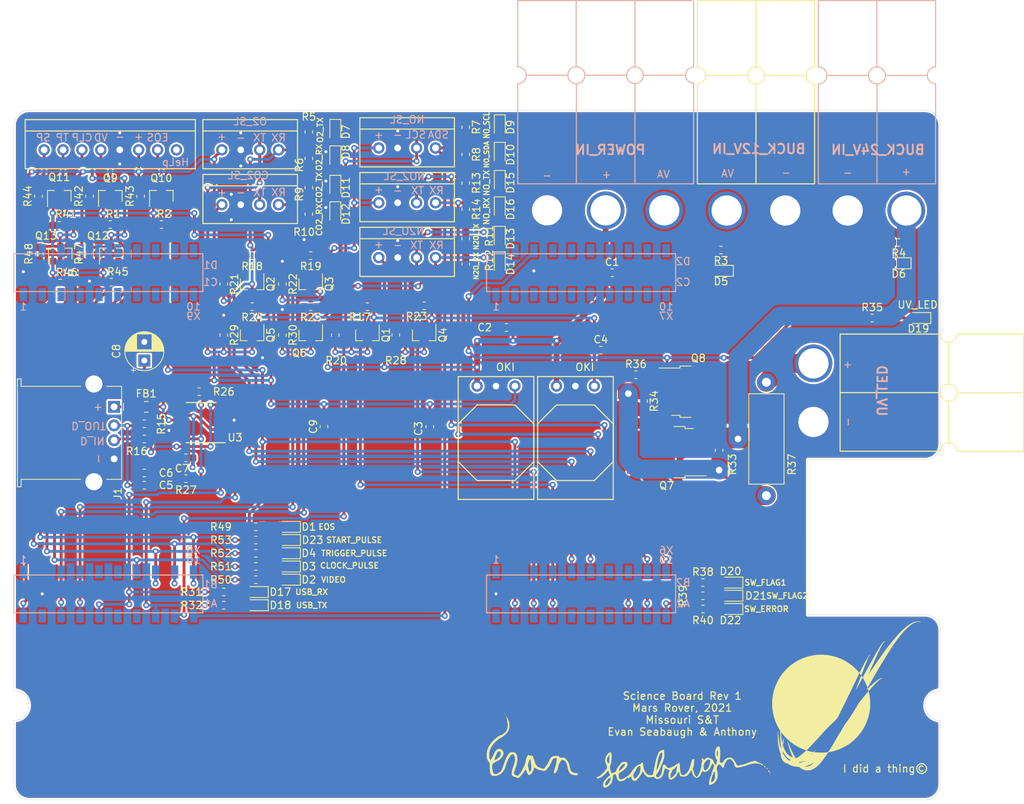
<source format=kicad_pcb>
(kicad_pcb (version 20171130) (host pcbnew "(5.1.5)-3")
  (layers (0 F.Cu signal) (31 B.Cu signal) (34 B.Paste user) (35 F.Paste user) (36 B.SilkS user) (37 F.SilkS user) (38 B.Mask user) (39 F.Mask user) (44 Edge.Cuts user))
  (net 0 "")
  (net 1 GND)
  (net 2 +12V)
  (net 3 +5V)
  (net 4 +3V3)
  (net 5 O2_TX)
  (net 6 O2_RX)
  (net 7 C02_RX)
  (net 8 C02_TX)
  (net 9 +24V)
  (net 10 "Net-(D5-Pad2)")
  (net 11 "Net-(D6-Pad2)")
  (net 12 "Net-(D7-Pad2)")
  (net 13 "Net-(D8-Pad2)")
  (net 14 "Net-(D9-Pad2)")
  (net 15 "Net-(D10-Pad2)")
  (net 16 "Net-(D11-Pad2)")
  (net 17 "Net-(D15-Pad2)")
  (net 18 "Net-(D16-Pad2)")
  (net 19 "Net-(D17-Pad2)")
  (net 20 "Net-(D18-Pad2)")
  (net 21 TIVA_O2_TX)
  (net 22 TIVA_CO2_TX)
  (net 23 TIVA_O2_RX)
  (net 24 TIVA_CO2_RX)
  (net 25 SW_Flag2)
  (net 26 SW_Flag1)
  (net 27 SW_ERROR)
  (net 28 TIVA_USB_RX)
  (net 29 TIVA_USB_TX)
  (net 30 LED_Enable)
  (net 31 "Net-(U4-PadPM6)")
  (net 32 "Net-(U4-PadPQ1)")
  (net 33 "Net-(U4-PadPQ2)")
  (net 34 "Net-(U4-PadPQ3)")
  (net 35 "Net-(U4-PadPP3)")
  (net 36 "Net-(U4-PadPQ0)")
  (net 37 "Net-(U4-PadPA7)")
  (net 38 "Net-(U4-PadPK2)")
  (net 39 "Net-(U4-PadPB4)")
  (net 40 "Net-(U4-PadPB5)")
  (net 41 "Net-(U4-PadPD4)")
  (net 42 "Net-(U4-PadPD5)")
  (net 43 "Net-(U4-PadPG1)")
  (net 44 "Net-(U4-PadPK4)")
  (net 45 "Net-(U4-PadPK5)")
  (net 46 "Net-(U4-PadPM0)")
  (net 47 "Net-(U4-PadPM1)")
  (net 48 "Net-(U4-PadPM2)")
  (net 49 "Net-(U4-PadPH0)")
  (net 50 "Net-(U4-PadPH1)")
  (net 51 "Net-(U4-PadPK6)")
  (net 52 "Net-(U4-PadPK7)")
  (net 53 "Net-(U4-PadPM7)")
  (net 54 "Net-(U4-PadPE2)")
  (net 55 "Net-(U4-PadPE3)")
  (net 56 "Net-(U4-PadPE4)")
  (net 57 "Net-(U4-PadPE5)")
  (net 58 "Net-(U4-PadPD3)")
  (net 59 "Net-(U4-PadPF1)")
  (net 60 "Net-(U4-PadPF2)")
  (net 61 "Net-(U4-PadPF3)")
  (net 62 "Net-(U4-PadPG0)")
  (net 63 "Net-(U4-PadPL4)")
  (net 64 "Net-(U4-PadPL5)")
  (net 65 "Net-(U4-PadPL0)")
  (net 66 "Net-(U4-PadPL1)")
  (net 67 "Net-(U4-PadPL2)")
  (net 68 "Net-(U4-PadPL3)")
  (net 69 "Net-(U4-PadPH2)")
  (net 70 "Net-(U4-PadPH3)")
  (net 71 "Net-(U4-PadRese)")
  (net 72 "Net-(U4-PadPD1)")
  (net 73 "Net-(U4-PadPD0)")
  (net 74 "Net-(U4-PadPN2)")
  (net 75 "Net-(U4-PadPN3)")
  (net 76 "Net-(U4-PadPP2)")
  (net 77 "Net-(U4-PadPE1)")
  (net 78 "Net-(U4-PadPE0)")
  (net 79 "Net-(U4-PadPK3)")
  (net 80 "Net-(C5-Pad1)")
  (net 81 "Net-(C6-Pad1)")
  (net 82 "Net-(C7-Pad1)")
  (net 83 NO_SDA)
  (net 84 NO_SCL)
  (net 85 CO2_RX)
  (net 86 CO2_TX)
  (net 87 N2O_RX)
  (net 88 N2O_TX)
  (net 89 NO2_RX)
  (net 90 NO2_TX)
  (net 91 "Net-(Conn9-Pad2)")
  (net 92 "Net-(Conn10-Pad8)")
  (net 93 EOS)
  (net 94 Video)
  (net 95 Clock_Pulse)
  (net 96 Trigger_Pulse)
  (net 97 Start_Pulse)
  (net 98 "Net-(D12-Pad2)")
  (net 99 "Net-(D13-Pad2)")
  (net 100 "Net-(D14-Pad2)")
  (net 101 "Net-(D19-Pad2)")
  (net 102 "Net-(D20-Pad2)")
  (net 103 "Net-(D21-Pad2)")
  (net 104 "Net-(D22-Pad2)")
  (net 105 "Net-(FB1-Pad2)")
  (net 106 "Net-(Q7-Pad2)")
  (net 107 "Net-(Q7-Pad1)")
  (net 108 "Net-(Q8-Pad3)")
  (net 109 "Net-(R15-Pad1)")
  (net 110 "Net-(R16-Pad1)")
  (net 111 "Net-(R26-Pad1)")
  (net 112 "Net-(U3-Pad15)")
  (net 113 "Net-(U3-Pad14)")
  (net 114 "Net-(U3-Pad7)")
  (net 115 "Net-(U3-Pad6)")
  (net 116 "Net-(U3-Pad2)")
  (net 117 "Net-(U4-Pad+5V)")
  (net 118 "Net-(U4-PadPM3)")
  (net 119 +12VA)
  (net 120 "Net-(U4-PadRese')")
  (net 121 TIVA_N2O_TX)
  (net 122 TIVA_N2O_RX)
  (net 123 TIVA_Video)
  (net 124 TIVA_EOS)
  (net 125 TIVA_Start_Pulse)
  (net 126 TIVA_Clock_Pulse)
  (net 127 TIVA_Trigger_Pulse)
  (net 128 "Net-(D1-Pad2)")
  (net 129 "Net-(D2-Pad2)")
  (net 130 "Net-(D3-Pad2)")
  (net 131 "Net-(D4-Pad2)")
  (net 132 "Net-(D23-Pad2)")
  (module MRDT_Silkscreens:0_MRDT_Logo_20mm (layer F.Cu) (at 203.327 138.43)
    (fp_text reference G*** hide)
    (fp_text value LOGO hide)
  )
  (module MRDT_Silkscreens:z_sig_Evan_Seabaugh_44mmx13.5mm (layer F.Cu) (at 175.514 147.066)
    (fp_text reference G*** hide)
    (fp_text value LOGO hide)
  )
  (module Resistor_SMD:R_0603_1608Metric_Pad1.05x0.95mm_HandSolder (layer F.Cu) (at 123.952 117.475)
    (fp_text reference R53 (at -4.699 0) (layer F.SilkS))
    (fp_text value 330)
    (pad 2 smd roundrect (at 0.875 0) (size 1.05 0.95) (layers F.Cu F.Paste F.Mask) (net 132 "Net-(D23-Pad2)"))
    (pad 1 smd roundrect (at -0.875 0) (size 1.05 0.95) (layers F.Cu F.Paste F.Mask) (net 125 TIVA_Start_Pulse))
  )
  (module Resistor_SMD:R_0603_1608Metric_Pad1.05x0.95mm_HandSolder (layer F.Cu) (at 123.952 119.253)
    (fp_text reference R52 (at -4.699 0) (layer F.SilkS))
    (fp_text value 330)
    (pad 2 smd roundrect (at 0.875 0) (size 1.05 0.95) (layers F.Cu F.Paste F.Mask) (net 131 "Net-(D4-Pad2)"))
    (pad 1 smd roundrect (at -0.875 0) (size 1.05 0.95) (layers F.Cu F.Paste F.Mask) (net 127 TIVA_Trigger_Pulse))
  )
  (module Resistor_SMD:R_0603_1608Metric_Pad1.05x0.95mm_HandSolder (layer F.Cu) (at 123.952 121.031)
    (fp_text reference R51 (at -4.699 0) (layer F.SilkS))
    (fp_text value 330)
    (pad 2 smd roundrect (at 0.875 0) (size 1.05 0.95) (layers F.Cu F.Paste F.Mask) (net 130 "Net-(D3-Pad2)"))
    (pad 1 smd roundrect (at -0.875 0) (size 1.05 0.95) (layers F.Cu F.Paste F.Mask) (net 126 TIVA_Clock_Pulse))
  )
  (module Resistor_SMD:R_0603_1608Metric_Pad1.05x0.95mm_HandSolder (layer F.Cu) (at 123.952 122.809)
    (fp_text reference R50 (at -4.699 0 180) (layer F.SilkS))
    (fp_text value 330)
    (pad 2 smd roundrect (at 0.875 0) (size 1.05 0.95) (layers F.Cu F.Paste F.Mask) (net 129 "Net-(D2-Pad2)"))
    (pad 1 smd roundrect (at -0.875 0) (size 1.05 0.95) (layers F.Cu F.Paste F.Mask) (net 123 TIVA_Video))
  )
  (module Resistor_SMD:R_0603_1608Metric_Pad1.05x0.95mm_HandSolder (layer F.Cu) (at 123.952 115.697)
    (fp_text reference R49 (at -4.699 0) (layer F.SilkS))
    (fp_text value 330)
    (pad 2 smd roundrect (at 0.875 0) (size 1.05 0.95) (layers F.Cu F.Paste F.Mask) (net 128 "Net-(D1-Pad2)"))
    (pad 1 smd roundrect (at -0.875 0) (size 1.05 0.95) (layers F.Cu F.Paste F.Mask) (net 124 TIVA_EOS))
  )
  (module Diode_SMD:D_0603_1608Metric_Pad1.05x0.95mm_HandSolder (layer F.Cu) (at 128.27 117.475 180)
    (fp_text reference D23 (at -3.302 0) (layer F.SilkS))
    (fp_text value LED)
    (pad 2 smd roundrect (at 0.875 0 180) (size 1.05 0.95) (layers F.Cu F.Paste F.Mask) (net 132 "Net-(D23-Pad2)"))
    (pad 1 smd roundrect (at -0.875 0 180) (size 1.05 0.95) (layers F.Cu F.Paste F.Mask) (net 1 GND))
  )
  (module Diode_SMD:D_0603_1608Metric_Pad1.05x0.95mm_HandSolder (layer F.Cu) (at 128.27 119.253 180)
    (fp_text reference D4 (at -2.794 0) (layer F.SilkS))
    (fp_text value LED)
    (pad 2 smd roundrect (at 0.875 0 180) (size 1.05 0.95) (layers F.Cu F.Paste F.Mask) (net 131 "Net-(D4-Pad2)"))
    (pad 1 smd roundrect (at -0.875 0 180) (size 1.05 0.95) (layers F.Cu F.Paste F.Mask) (net 1 GND))
  )
  (module Diode_SMD:D_0603_1608Metric_Pad1.05x0.95mm_HandSolder (layer F.Cu) (at 128.27 121.031 180)
    (fp_text reference D3 (at -2.794 0) (layer F.SilkS))
    (fp_text value LED)
    (pad 2 smd roundrect (at 0.875 0 180) (size 1.05 0.95) (layers F.Cu F.Paste F.Mask) (net 130 "Net-(D3-Pad2)"))
    (pad 1 smd roundrect (at -0.875 0 180) (size 1.05 0.95) (layers F.Cu F.Paste F.Mask) (net 1 GND))
  )
  (module Diode_SMD:D_0603_1608Metric_Pad1.05x0.95mm_HandSolder (layer F.Cu) (at 128.27 122.809 180)
    (fp_text reference D2 (at -2.794 0) (layer F.SilkS))
    (fp_text value LED)
    (pad 2 smd roundrect (at 0.875 0 180) (size 1.05 0.95) (layers F.Cu F.Paste F.Mask) (net 129 "Net-(D2-Pad2)"))
    (pad 1 smd roundrect (at -0.875 0 180) (size 1.05 0.95) (layers F.Cu F.Paste F.Mask) (net 1 GND))
  )
  (module Diode_SMD:D_0603_1608Metric_Pad1.05x0.95mm_HandSolder (layer F.Cu) (at 128.27 115.697 180)
    (fp_text reference D1 (at -2.794 0) (layer F.SilkS))
    (fp_text value LED)
    (pad 2 smd roundrect (at 0.875 0 180) (size 1.05 0.95) (layers F.Cu F.Paste F.Mask) (net 128 "Net-(D1-Pad2)"))
    (pad 1 smd roundrect (at -0.875 0 180) (size 1.05 0.95) (layers F.Cu F.Paste F.Mask) (net 1 GND))
  )
  (module Capacitor_THT:CP_Radial_D5.0mm_P2.50mm (layer F.Cu) (at 108.966 93.345 90)
    (fp_text reference C8 (at 1.25 -3.75 90) (layer F.SilkS))
    (fp_text value 4.7uF)
    (pad 2 thru_hole circle (at 2.5 0 90) (size 1.6 1.6) (drill 0.8) (layers *.Cu *.Mask) (net 1 GND))
    (pad 1 thru_hole rect (at 0 0 90) (size 1.6 1.6) (drill 0.8) (layers *.Cu *.Mask) (net 3 +5V))
  )
  (module Diode_SMD:D_0603_1608Metric_Pad1.05x0.95mm_HandSolder (layer F.Cu) (at 156.718 73.011 270)
    (fp_text reference D16 (at 0 -1.43 90) (layer F.SilkS))
    (fp_text value LED)
    (pad 2 smd roundrect (at 0.875 0 270) (size 1.05 0.95) (layers F.Cu F.Paste F.Mask) (net 18 "Net-(D16-Pad2)"))
    (pad 1 smd roundrect (at -0.875 0 270) (size 1.05 0.95) (layers F.Cu F.Paste F.Mask) (net 1 GND))
  )
  (module MRDT_Connectors:MOLEX_SL_04_Vertical (layer F.Cu) (at 140.462 79.502)
    (fp_text reference Conn7 hide)
    (fp_text value Molex_SL_04)
    (pad 4 thru_hole circle (at 7.62 0) (size 1.524 1.524) (drill 0.9) (layers *.Cu *.Mask) (net 87 N2O_RX))
    (pad 4 thru_hole circle (at 7.62 0) (size 1.524 1.524) (drill 0.9) (layers *.Cu *.Mask) (net 87 N2O_RX))
    (pad 3 thru_hole circle (at 5.08 0) (size 1.524 1.524) (drill 0.9) (layers *.Cu *.Mask) (net 88 N2O_TX))
    (pad 2 thru_hole circle (at 2.54 0) (size 1.524 1.524) (drill 0.9) (layers *.Cu *.Mask) (net 1 GND))
    (pad 1 thru_hole circle (at 0 0) (size 1.524 1.524) (drill 0.9) (layers *.Cu *.Mask) (net 2 +12V))
  )
  (module Resistor_SMD:R_0603_1608Metric_Pad1.05x0.95mm_HandSolder (layer F.Cu) (at 142.748 89.902 270)
    (fp_text reference R28 (at 3.443 0 180) (layer F.SilkS))
    (fp_text value 10K)
    (pad 2 smd roundrect (at 0.875 0 270) (size 1.05 0.95) (layers F.Cu F.Paste F.Mask) (net 88 N2O_TX))
    (pad 1 smd roundrect (at -0.875 0 270) (size 1.05 0.95) (layers F.Cu F.Paste F.Mask) (net 2 +12V))
  )
  (module Resistor_SMD:R_0603_1608Metric_Pad1.05x0.95mm_HandSolder (layer F.Cu) (at 146.558 85.979 180)
    (fp_text reference R23 (at 1.016 -1.43) (layer F.SilkS))
    (fp_text value 10K)
    (pad 2 smd roundrect (at 0.875 0 180) (size 1.05 0.95) (layers F.Cu F.Paste F.Mask) (net 122 TIVA_N2O_RX))
    (pad 1 smd roundrect (at -0.875 0 180) (size 1.05 0.95) (layers F.Cu F.Paste F.Mask) (net 4 +3V3))
  )
  (module Package_TO_SOT_SMD:SOT-23 (layer F.Cu) (at 146.558 89.916 270)
    (fp_text reference Q4 (at 0 -2.5 90) (layer F.SilkS))
    (fp_text value BSS138)
    (pad 3 smd rect (at 1 0 270) (size 0.9 0.8) (layers F.Cu F.Paste F.Mask) (net 88 N2O_TX))
    (pad 2 smd rect (at -1 0.95 270) (size 0.9 0.8) (layers F.Cu F.Paste F.Mask) (net 122 TIVA_N2O_RX))
    (pad 1 smd rect (at -1 -0.95 270) (size 0.9 0.8) (layers F.Cu F.Paste F.Mask) (net 4 +3V3))
  )
  (module Resistor_SMD:R_0603_1608Metric_Pad1.05x0.95mm_HandSolder (layer F.Cu) (at 94.869 78.994 90)
    (fp_text reference R48 (at 0 -1.43 90) (layer F.SilkS))
    (fp_text value 10K)
    (pad 2 smd roundrect (at 0.875 0 90) (size 1.05 0.95) (layers F.Cu F.Paste F.Mask) (net 96 Trigger_Pulse))
    (pad 1 smd roundrect (at -0.875 0 90) (size 1.05 0.95) (layers F.Cu F.Paste F.Mask) (net 3 +5V))
  )
  (module Resistor_SMD:R_0603_1608Metric_Pad1.05x0.95mm_HandSolder (layer F.Cu) (at 101.6 78.994 90)
    (fp_text reference R47 (at 0 -1.43 90) (layer F.SilkS))
    (fp_text value 10K)
    (pad 2 smd roundrect (at 0.875 0 90) (size 1.05 0.95) (layers F.Cu F.Paste F.Mask) (net 95 Clock_Pulse))
    (pad 1 smd roundrect (at -0.875 0 90) (size 1.05 0.95) (layers F.Cu F.Paste F.Mask) (net 3 +5V))
  )
  (module Resistor_SMD:R_0603_1608Metric_Pad1.05x0.95mm_HandSolder (layer F.Cu) (at 97.663 82.931)
    (fp_text reference R46 (at 0.889 -1.43) (layer F.SilkS))
    (fp_text value 10K)
    (pad 2 smd roundrect (at 0.875 0) (size 1.05 0.95) (layers F.Cu F.Paste F.Mask) (net 127 TIVA_Trigger_Pulse))
    (pad 1 smd roundrect (at -0.875 0) (size 1.05 0.95) (layers F.Cu F.Paste F.Mask) (net 4 +3V3))
  )
  (module Resistor_SMD:R_0603_1608Metric_Pad1.05x0.95mm_HandSolder (layer F.Cu) (at 104.521 82.804)
    (fp_text reference R45 (at 0.889 -1.397) (layer F.SilkS))
    (fp_text value 10K)
    (pad 2 smd roundrect (at 0.875 0) (size 1.05 0.95) (layers F.Cu F.Paste F.Mask) (net 126 TIVA_Clock_Pulse))
    (pad 1 smd roundrect (at -0.875 0) (size 1.05 0.95) (layers F.Cu F.Paste F.Mask) (net 4 +3V3))
  )
  (module Resistor_SMD:R_0603_1608Metric_Pad1.05x0.95mm_HandSolder (layer F.Cu) (at 94.742 71.247 90)
    (fp_text reference R44 (at 0 -1.43 90) (layer F.SilkS))
    (fp_text value 10K)
    (pad 2 smd roundrect (at 0.875 0 90) (size 1.05 0.95) (layers F.Cu F.Paste F.Mask) (net 97 Start_Pulse))
    (pad 1 smd roundrect (at -0.875 0 90) (size 1.05 0.95) (layers F.Cu F.Paste F.Mask) (net 3 +5V))
  )
  (module Resistor_SMD:R_0603_1608Metric_Pad1.05x0.95mm_HandSolder (layer F.Cu) (at 108.458 71.247 90)
    (fp_text reference R43 (at 0 -1.43 90) (layer F.SilkS))
    (fp_text value 10K)
    (pad 2 smd roundrect (at 0.875 0 90) (size 1.05 0.95) (layers F.Cu F.Paste F.Mask) (net 93 EOS))
    (pad 1 smd roundrect (at -0.875 0 90) (size 1.05 0.95) (layers F.Cu F.Paste F.Mask) (net 3 +5V))
  )
  (module Resistor_SMD:R_0603_1608Metric_Pad1.05x0.95mm_HandSolder (layer F.Cu) (at 101.6 71.247 90)
    (fp_text reference R42 (at 0 -1.43 90) (layer F.SilkS))
    (fp_text value 10K)
    (pad 2 smd roundrect (at 0.875 0 90) (size 1.05 0.95) (layers F.Cu F.Paste F.Mask) (net 94 Video))
    (pad 1 smd roundrect (at -0.875 0 90) (size 1.05 0.95) (layers F.Cu F.Paste F.Mask) (net 3 +5V))
  )
  (module Resistor_SMD:R_0603_1608Metric_Pad1.05x0.95mm_HandSolder (layer F.Cu) (at 97.55 75.184)
    (fp_text reference R41 (at 0.875 -1.524) (layer F.SilkS))
    (fp_text value 10K)
    (pad 2 smd roundrect (at 0.875 0) (size 1.05 0.95) (layers F.Cu F.Paste F.Mask) (net 125 TIVA_Start_Pulse))
    (pad 1 smd roundrect (at -0.875 0) (size 1.05 0.95) (layers F.Cu F.Paste F.Mask) (net 4 +3V3))
  )
  (module Resistor_SMD:R_0603_1608Metric_Pad1.05x0.95mm_HandSolder (layer F.Cu) (at 111.266 75.057)
    (fp_text reference R2 (at 0.367 -1.43) (layer F.SilkS))
    (fp_text value 10K)
    (pad 2 smd roundrect (at 0.875 0) (size 1.05 0.95) (layers F.Cu F.Paste F.Mask) (net 124 TIVA_EOS))
    (pad 1 smd roundrect (at -0.875 0) (size 1.05 0.95) (layers F.Cu F.Paste F.Mask) (net 4 +3V3))
  )
  (module Resistor_SMD:R_0603_1608Metric_Pad1.05x0.95mm_HandSolder (layer F.Cu) (at 104.394 75.057)
    (fp_text reference R1 (at 0.381 -1.397) (layer F.SilkS))
    (fp_text value 10K)
    (pad 2 smd roundrect (at 0.875 0) (size 1.05 0.95) (layers F.Cu F.Paste F.Mask) (net 123 TIVA_Video))
    (pad 1 smd roundrect (at -0.875 0) (size 1.05 0.95) (layers F.Cu F.Paste F.Mask) (net 4 +3V3))
  )
  (module Package_TO_SOT_SMD:SOT-23 (layer F.Cu) (at 97.663 78.994 90)
    (fp_text reference Q13 (at 2.413 -1.905 180) (layer F.SilkS))
    (fp_text value BSS138)
    (pad 3 smd rect (at 1 0 90) (size 0.9 0.8) (layers F.Cu F.Paste F.Mask) (net 96 Trigger_Pulse))
    (pad 2 smd rect (at -1 0.95 90) (size 0.9 0.8) (layers F.Cu F.Paste F.Mask) (net 127 TIVA_Trigger_Pulse))
    (pad 1 smd rect (at -1 -0.95 90) (size 0.9 0.8) (layers F.Cu F.Paste F.Mask) (net 4 +3V3))
  )
  (module Package_TO_SOT_SMD:SOT-23 (layer F.Cu) (at 104.521 78.994 90)
    (fp_text reference Q12 (at 2.413 -1.778 180) (layer F.SilkS))
    (fp_text value BSS138)
    (pad 3 smd rect (at 1 0 90) (size 0.9 0.8) (layers F.Cu F.Paste F.Mask) (net 95 Clock_Pulse))
    (pad 2 smd rect (at -1 0.95 90) (size 0.9 0.8) (layers F.Cu F.Paste F.Mask) (net 126 TIVA_Clock_Pulse))
    (pad 1 smd rect (at -1 -0.95 90) (size 0.9 0.8) (layers F.Cu F.Paste F.Mask) (net 4 +3V3))
  )
  (module Package_TO_SOT_SMD:SOT-23 (layer F.Cu) (at 97.536 71.247 90)
    (fp_text reference Q11 (at 2.54 0 180) (layer F.SilkS))
    (fp_text value BSS138)
    (pad 3 smd rect (at 1 0 90) (size 0.9 0.8) (layers F.Cu F.Paste F.Mask) (net 97 Start_Pulse))
    (pad 2 smd rect (at -1 0.95 90) (size 0.9 0.8) (layers F.Cu F.Paste F.Mask) (net 125 TIVA_Start_Pulse))
    (pad 1 smd rect (at -1 -0.95 90) (size 0.9 0.8) (layers F.Cu F.Paste F.Mask) (net 4 +3V3))
  )
  (module Package_TO_SOT_SMD:SOT-23 (layer F.Cu) (at 111.252 71.247 90)
    (fp_text reference Q10 (at 2.413 0 180) (layer F.SilkS))
    (fp_text value BSS138)
    (pad 3 smd rect (at 1 0 90) (size 0.9 0.8) (layers F.Cu F.Paste F.Mask) (net 93 EOS))
    (pad 2 smd rect (at -1 0.95 90) (size 0.9 0.8) (layers F.Cu F.Paste F.Mask) (net 124 TIVA_EOS))
    (pad 1 smd rect (at -1 -0.95 90) (size 0.9 0.8) (layers F.Cu F.Paste F.Mask) (net 4 +3V3))
  )
  (module Package_TO_SOT_SMD:SOT-23 (layer F.Cu) (at 104.394 71.247 90)
    (fp_text reference Q9 (at 2.413 0 180) (layer F.SilkS))
    (fp_text value BSS138)
    (pad 3 smd rect (at 1 0 90) (size 0.9 0.8) (layers F.Cu F.Paste F.Mask) (net 94 Video))
    (pad 2 smd rect (at -1 0.95 90) (size 0.9 0.8) (layers F.Cu F.Paste F.Mask) (net 123 TIVA_Video))
    (pad 1 smd rect (at -1 -0.95 90) (size 0.9 0.8) (layers F.Cu F.Paste F.Mask) (net 4 +3V3))
  )
  (module MRDT_Shields:TM4C129E_Launchpad_FULL_SMD_BOTTOM (layer F.Cu) (at 91.44 127.254)
    (fp_text reference U4 hide)
    (fp_text value TM4C129E_Launchpad hide)
    (fp_text user 1 (at 1.27 -7.112 180) (layer B.SilkS) (effects (justify mirror)))
    (fp_text user 1 (at 1.27 -41.148 180) (layer B.SilkS) (effects (justify mirror)))
    (fp_text user 1 (at 64.77 -41.148 180) (layer B.SilkS) (effects (justify mirror)))
    (fp_text user A2 (at 89.916 -1.27 180) (layer B.SilkS) (effects (justify mirror)))
    (fp_text user B2 (at 89.916 -4.064 180) (layer B.SilkS) (effects (justify mirror)))
    (fp_text user A1 (at 26.416 -1.27 180) (layer B.SilkS) (effects (justify mirror)))
    (fp_text user B1 (at 26.416 -3.81 180) (layer B.SilkS) (effects (justify mirror)))
    (fp_text user D2 (at 89.916 -47.244) (layer B.SilkS) (effects (justify mirror)))
    (fp_text user C2 (at 89.916 -44.45 180) (layer B.SilkS) (effects (justify mirror)))
    (fp_text user D1 (at 26.416 -46.736 180) (layer B.SilkS) (effects (justify mirror)))
    (fp_text user C1 (at 26.416 -44.45 180) (layer B.SilkS) (effects (justify mirror)))
    (fp_text user X6 (at 87.63 -8.382) (layer B.SilkS) (effects (justify mirror)))
    (fp_text user X7 (at 87.63 -39.878 180) (layer B.SilkS) (effects (justify mirror)))
    (fp_text user X8 (at 24.13 -8.382 180) (layer B.SilkS) (effects (justify mirror)))
    (fp_text user X9 (at 24.13 -39.878 180) (layer B.SilkS) (effects (justify mirror)))
    (fp_text user 1 (at 64.77 -7.112 180) (layer B.SilkS) (effects (justify mirror)))
    (fp_text user 10 (at 87.63 -7.112 180) (layer B.SilkS) (effects (justify mirror)))
    (fp_text user 10 (at 87.63 -41.148 180) (layer B.SilkS) (effects (justify mirror)))
    (fp_text user 10 (at 24.13 -7.112 180) (layer B.SilkS) (effects (justify mirror)))
    (fp_text user 10 (at 24.13 -41.148 180) (layer B.SilkS) (effects (justify mirror)))
    (pad PP2 smd rect (at 24.13 -48.6664 180) (size 0.9906 1.778) (layers B.Cu B.Paste B.Mask) (net 76 "Net-(U4-PadPP2)"))
    (pad PN3 smd rect (at 21.59 -48.6664 180) (size 0.9906 1.778) (layers B.Cu B.Paste B.Mask) (net 75 "Net-(U4-PadPN3)"))
    (pad PN2 smd rect (at 19.05 -48.6664 180) (size 0.9906 1.778) (layers B.Cu B.Paste B.Mask) (net 74 "Net-(U4-PadPN2)"))
    (pad PD0 smd rect (at 16.51 -48.6664 180) (size 0.9906 1.778) (layers B.Cu B.Paste B.Mask) (net 73 "Net-(U4-PadPD0)"))
    (pad PD1 smd rect (at 13.97 -48.6664 180) (size 0.9906 1.778) (layers B.Cu B.Paste B.Mask) (net 72 "Net-(U4-PadPD1)"))
    (pad Rese smd rect (at 11.43 -48.6664 180) (size 0.9906 1.778) (layers B.Cu B.Paste B.Mask) (net 71 "Net-(U4-PadRese)"))
    (pad PH3 smd rect (at 8.89 -48.6664 180) (size 0.9906 1.778) (layers B.Cu B.Paste B.Mask) (net 70 "Net-(U4-PadPH3)"))
    (pad PH2 smd rect (at 6.35 -48.6664 180) (size 0.9906 1.778) (layers B.Cu B.Paste B.Mask) (net 69 "Net-(U4-PadPH2)"))
    (pad PM3 smd rect (at 3.81 -48.6664 180) (size 0.9906 1.778) (layers B.Cu B.Paste B.Mask) (net 118 "Net-(U4-PadPM3)"))
    (pad GND smd rect (at 1.27 -48.6664 180) (size 0.9906 1.778) (layers B.Cu B.Paste B.Mask) (net 1 GND))
    (pad PL3 smd rect (at 24.13 -42.7736 180) (size 0.9906 1.778) (layers B.Cu B.Paste B.Mask) (net 68 "Net-(U4-PadPL3)"))
    (pad PL2 smd rect (at 21.59 -42.7736 180) (size 0.9906 1.778) (layers B.Cu B.Paste B.Mask) (net 67 "Net-(U4-PadPL2)"))
    (pad PL1 smd rect (at 19.05 -42.7736 180) (size 0.9906 1.778) (layers B.Cu B.Paste B.Mask) (net 66 "Net-(U4-PadPL1)"))
    (pad PL0 smd rect (at 16.51 -42.7736 180) (size 0.9906 1.778) (layers B.Cu B.Paste B.Mask) (net 65 "Net-(U4-PadPL0)"))
    (pad PL5 smd rect (at 13.97 -42.7736 180) (size 0.9906 1.778) (layers B.Cu B.Paste B.Mask) (net 64 "Net-(U4-PadPL5)"))
    (pad PL4 smd rect (at 11.43 -42.7736 180) (size 0.9906 1.778) (layers B.Cu B.Paste B.Mask) (net 63 "Net-(U4-PadPL4)"))
    (pad PG0 smd rect (at 8.89 -42.7736 180) (size 0.9906 1.778) (layers B.Cu B.Paste B.Mask) (net 62 "Net-(U4-PadPG0)"))
    (pad PF3 smd rect (at 6.35 -42.7736 180) (size 0.9906 1.778) (layers B.Cu B.Paste B.Mask) (net 61 "Net-(U4-PadPF3)"))
    (pad PF2 smd rect (at 3.81 -42.7736 180) (size 0.9906 1.778) (layers B.Cu B.Paste B.Mask) (net 60 "Net-(U4-PadPF2)"))
    (pad PF1 smd rect (at 1.27 -42.7736 180) (size 0.9906 1.778) (layers B.Cu B.Paste B.Mask) (net 59 "Net-(U4-PadPF1)"))
    (pad PB3 smd rect (at 24.13 0.4064 180) (size 0.9906 1.778) (layers B.Cu B.Paste B.Mask) (net 83 NO_SDA))
    (pad PB2 smd rect (at 21.59 0.4064 180) (size 0.9906 1.778) (layers B.Cu B.Paste B.Mask) (net 84 NO_SCL))
    (pad PC7 smd rect (at 19.05 0.4064 180) (size 0.9906 1.778) (layers B.Cu B.Paste B.Mask) (net 29 TIVA_USB_TX))
    (pad PD3 smd rect (at 16.51 0.4064 180) (size 0.9906 1.778) (layers B.Cu B.Paste B.Mask) (net 58 "Net-(U4-PadPD3)"))
    (pad PE5 smd rect (at 13.97 0.4064 180) (size 0.9906 1.778) (layers B.Cu B.Paste B.Mask) (net 57 "Net-(U4-PadPE5)"))
    (pad PC6 smd rect (at 11.43 0.4064 180) (size 0.9906 1.778) (layers B.Cu B.Paste B.Mask) (net 28 TIVA_USB_RX))
    (pad PC5 smd rect (at 8.89 0.4064 180) (size 0.9906 1.778) (layers B.Cu B.Paste B.Mask) (net 22 TIVA_CO2_TX))
    (pad PC4 smd rect (at 6.35 0.4064 180) (size 0.9906 1.778) (layers B.Cu B.Paste B.Mask) (net 24 TIVA_CO2_RX))
    (pad PE4 smd rect (at 3.81 0.4064 180) (size 0.9906 1.778) (layers B.Cu B.Paste B.Mask) (net 56 "Net-(U4-PadPE4)"))
    (pad +3V3 smd rect (at 1.27 0.4064 180) (size 0.9906 1.778) (layers B.Cu B.Paste B.Mask) (net 4 +3V3))
    (pad PM5 smd rect (at 24.13 -5.4864 180) (size 0.9906 1.778) (layers B.Cu B.Paste B.Mask) (net 125 TIVA_Start_Pulse))
    (pad PM4 smd rect (at 21.59 -5.4864 180) (size 0.9906 1.778) (layers B.Cu B.Paste B.Mask) (net 127 TIVA_Trigger_Pulse))
    (pad PA6 smd rect (at 19.05 -5.4864 180) (size 0.9906 1.778) (layers B.Cu B.Paste B.Mask) (net 126 TIVA_Clock_Pulse))
    (pad PD7 smd rect (at 16.51 -5.4864 180) (size 0.9906 1.778) (layers B.Cu B.Paste B.Mask) (net 123 TIVA_Video))
    (pad PE3 smd rect (at 13.97 -5.4864 180) (size 0.9906 1.778) (layers B.Cu B.Paste B.Mask) (net 55 "Net-(U4-PadPE3)"))
    (pad PE2 smd rect (at 11.43 -5.4864 180) (size 0.9906 1.778) (layers B.Cu B.Paste B.Mask) (net 54 "Net-(U4-PadPE2)"))
    (pad PE1 smd rect (at 8.89 -5.4864 180) (size 0.9906 1.778) (layers B.Cu B.Paste B.Mask) (net 77 "Net-(U4-PadPE1)"))
    (pad PE0 smd rect (at 6.35 -5.4864 180) (size 0.9906 1.778) (layers B.Cu B.Paste B.Mask) (net 78 "Net-(U4-PadPE0)"))
    (pad GND smd rect (at 3.81 -5.4864 180) (size 0.9906 1.778) (layers B.Cu B.Paste B.Mask) (net 1 GND))
    (pad +5V smd rect (at 1.27 -5.4864 180) (size 0.9906 1.778) (layers B.Cu B.Paste B.Mask) (net 117 "Net-(U4-Pad+5V)"))
    (pad PP5 smd rect (at 69.85 -48.6664 180) (size 0.9906 1.778) (layers B.Cu B.Paste B.Mask) (net 30 LED_Enable))
    (pad PM7 smd rect (at 67.31 -48.6664 180) (size 0.9906 1.778) (layers B.Cu B.Paste B.Mask) (net 53 "Net-(U4-PadPM7)"))
    (pad GND smd rect (at 64.77 -48.6664 180) (size 0.9906 1.778) (layers B.Cu B.Paste B.Mask) (net 1 GND))
    (pad PK7 smd rect (at 87.63 -42.7736 180) (size 0.9906 1.778) (layers B.Cu B.Paste B.Mask) (net 52 "Net-(U4-PadPK7)"))
    (pad PK6 smd rect (at 85.09 -42.7736 180) (size 0.9906 1.778) (layers B.Cu B.Paste B.Mask) (net 51 "Net-(U4-PadPK6)"))
    (pad PH1 smd rect (at 82.55 -42.7736 180) (size 0.9906 1.778) (layers B.Cu B.Paste B.Mask) (net 50 "Net-(U4-PadPH1)"))
    (pad PH0 smd rect (at 80.01 -42.7736 180) (size 0.9906 1.778) (layers B.Cu B.Paste B.Mask) (net 49 "Net-(U4-PadPH0)"))
    (pad PM2 smd rect (at 77.47 -42.7736 180) (size 0.9906 1.778) (layers B.Cu B.Paste B.Mask) (net 48 "Net-(U4-PadPM2)"))
    (pad PM1 smd rect (at 74.93 -42.7736 180) (size 0.9906 1.778) (layers B.Cu B.Paste B.Mask) (net 47 "Net-(U4-PadPM1)"))
    (pad PM0 smd rect (at 72.39 -42.7736 180) (size 0.9906 1.778) (layers B.Cu B.Paste B.Mask) (net 46 "Net-(U4-PadPM0)"))
    (pad PK5 smd rect (at 69.85 -42.7736 180) (size 0.9906 1.778) (layers B.Cu B.Paste B.Mask) (net 45 "Net-(U4-PadPK5)"))
    (pad PK4 smd rect (at 67.31 -42.7736 180) (size 0.9906 1.778) (layers B.Cu B.Paste B.Mask) (net 44 "Net-(U4-PadPK4)"))
    (pad PG1 smd rect (at 64.77 -42.7736 180) (size 0.9906 1.778) (layers B.Cu B.Paste B.Mask) (net 43 "Net-(U4-PadPG1)"))
    (pad PN4 smd rect (at 87.63 0.4064 180) (size 0.9906 1.778) (layers B.Cu B.Paste B.Mask) (net 27 SW_ERROR))
    (pad PP4 smd rect (at 82.55 0.4064 180) (size 0.9906 1.778) (layers B.Cu B.Paste B.Mask) (net 26 SW_Flag1))
    (pad PD5 smd rect (at 77.47 0.4064 180) (size 0.9906 1.778) (layers B.Cu B.Paste B.Mask) (net 42 "Net-(U4-PadPD5)"))
    (pad PD4 smd rect (at 74.93 0.4064 180) (size 0.9906 1.778) (layers B.Cu B.Paste B.Mask) (net 41 "Net-(U4-PadPD4)"))
    (pad PP1 smd rect (at 72.39 0.4064 180) (size 0.9906 1.778) (layers B.Cu B.Paste B.Mask) (net 121 TIVA_N2O_TX))
    (pad PP0 smd rect (at 69.85 0.4064 180) (size 0.9906 1.778) (layers B.Cu B.Paste B.Mask) (net 122 TIVA_N2O_RX))
    (pad PD2 smd rect (at 67.31 0.4064 180) (size 0.9906 1.778) (layers B.Cu B.Paste B.Mask) (net 124 TIVA_EOS))
    (pad PA5 smd rect (at 87.63 -5.4864 180) (size 0.9906 1.778) (layers B.Cu B.Paste B.Mask) (net 90 NO2_TX))
    (pad PK3 smd rect (at 82.55 -5.4864 180) (size 0.9906 1.778) (layers B.Cu B.Paste B.Mask) (net 79 "Net-(U4-PadPK3)"))
    (pad PB5 smd rect (at 72.39 -5.4864 180) (size 0.9906 1.778) (layers B.Cu B.Paste B.Mask) (net 40 "Net-(U4-PadPB5)"))
    (pad PB4 smd rect (at 69.85 -5.4864 180) (size 0.9906 1.778) (layers B.Cu B.Paste B.Mask) (net 39 "Net-(U4-PadPB4)"))
    (pad GND smd rect (at 67.31 -5.4864 180) (size 0.9906 1.778) (layers B.Cu B.Paste B.Mask) (net 1 GND))
    (pad +5V' smd rect (at 64.77 -5.4864 180) (size 0.9906 1.778) (layers B.Cu B.Paste B.Mask))
    (pad PK1 smd rect (at 77.47 -5.4864 180) (size 0.9906 1.778) (layers B.Cu B.Paste B.Mask) (net 21 TIVA_O2_TX))
    (pad PK2 smd rect (at 80.01 -5.4864 180) (size 0.9906 1.778) (layers B.Cu B.Paste B.Mask) (net 38 "Net-(U4-PadPK2)"))
    (pad PN5 smd rect (at 85.09 0.4064 180) (size 0.9906 1.778) (layers B.Cu B.Paste B.Mask) (net 25 SW_Flag2))
    (pad PA7 smd rect (at 72.39 -48.6664 180) (size 0.9906 1.778) (layers B.Cu B.Paste B.Mask) (net 37 "Net-(U4-PadPA7)"))
    (pad Rese' smd rect (at 74.93 -48.6664 180) (size 0.9906 1.778) (layers B.Cu B.Paste B.Mask) (net 120 "Net-(U4-PadRese')"))
    (pad PA4 smd rect (at 85.09 -5.4864 180) (size 0.9906 1.778) (layers B.Cu B.Paste B.Mask) (net 89 NO2_RX))
    (pad PQ0 smd rect (at 80.01 0.4064 180) (size 0.9906 1.778) (layers B.Cu B.Paste B.Mask) (net 36 "Net-(U4-PadPQ0)"))
    (pad PP3 smd rect (at 82.55 -48.6664 180) (size 0.9906 1.778) (layers B.Cu B.Paste B.Mask) (net 35 "Net-(U4-PadPP3)"))
    (pad PQ3 smd rect (at 80.01 -48.6664 180) (size 0.9906 1.778) (layers B.Cu B.Paste B.Mask) (net 34 "Net-(U4-PadPQ3)"))
    (pad PK0 smd rect (at 74.93 -5.4864 180) (size 0.9906 1.778) (layers B.Cu B.Paste B.Mask) (net 23 TIVA_O2_RX))
    (pad PQ2 smd rect (at 77.47 -48.6664 180) (size 0.9906 1.778) (layers B.Cu B.Paste B.Mask) (net 33 "Net-(U4-PadPQ2)"))
    (pad PQ1 smd rect (at 85.09 -48.6664 180) (size 0.9906 1.778) (layers B.Cu B.Paste B.Mask) (net 32 "Net-(U4-PadPQ1)"))
    (pad PM6 smd rect (at 87.63 -48.6664 180) (size 0.9906 1.778) (layers B.Cu B.Paste B.Mask) (net 31 "Net-(U4-PadPM6)"))
    (pad +3V3' smd rect (at 64.77 0.4064 180) (size 0.9906 1.778) (layers B.Cu B.Paste B.Mask))
  )
  (module MRDT_Connectors:Anderson_2_Horizontal_Side_by_Side (layer B.Cu) (at 203.454 73.152 270)
    (fp_text reference Conn3 hide)
    (fp_text value "Boost 24V")
    (pad 1 thru_hole circle (at 0.0254 0 270) (size 5.08 5.08) (drill 4.06) (layers *.Cu *.Mask B.Paste) (net 1 GND))
    (pad 2 thru_hole circle (at 0.0254 -7.874 270) (size 5.08 5.08) (drill 4.06) (layers *.Cu *.Mask B.Paste) (net 9 +24V))
  )
  (module MRDT_Connectors:Anderson_3_Horizontal_Side_by_Side (layer B.Cu) (at 163.068 73.152 270)
    (fp_text reference Conn1 hide)
    (fp_text value AndersonPP)
    (pad 1 thru_hole circle (at 0 0 270) (size 5.08 5.08) (drill 4.06) (layers *.Cu *.Mask B.Paste) (net 1 GND))
    (pad 2 thru_hole circle (at 0 -7.874 270) (size 5.08 5.08) (drill 4.06) (layers *.Cu *.Mask B.Paste) (net 2 +12V))
    (pad 3 thru_hole circle (at 0 -15.748 270) (size 5.08 5.08) (drill 4.06) (layers *.Cu *.Mask B.Paste) (net 119 +12VA))
  )
  (module Package_SO:SSOP-16_3.9x4.9mm_P0.635mm (layer F.Cu) (at 116.586 101.6635 180)
    (fp_text reference U3 (at -4.572 -2.032) (layer F.SilkS))
    (fp_text value FT230XS)
    (pad 16 smd rect (at 2.6 -2.2225 180) (size 1.2 0.4) (layers F.Cu F.Paste F.Mask) (net 111 "Net-(R26-Pad1)"))
    (pad 15 smd rect (at 2.6 -1.5875 180) (size 1.2 0.4) (layers F.Cu F.Paste F.Mask) (net 112 "Net-(U3-Pad15)"))
    (pad 14 smd rect (at 2.6 -0.9525 180) (size 1.2 0.4) (layers F.Cu F.Paste F.Mask) (net 113 "Net-(U3-Pad14)"))
    (pad 13 smd rect (at 2.6 -0.3175 180) (size 1.2 0.4) (layers F.Cu F.Paste F.Mask) (net 1 GND))
    (pad 12 smd rect (at 2.6 0.3175 180) (size 1.2 0.4) (layers F.Cu F.Paste F.Mask) (net 3 +5V))
    (pad 11 smd rect (at 2.6 0.9525 180) (size 1.2 0.4) (layers F.Cu F.Paste F.Mask) (net 82 "Net-(C7-Pad1)"))
    (pad 10 smd rect (at 2.6 1.5875 180) (size 1.2 0.4) (layers F.Cu F.Paste F.Mask) (net 82 "Net-(C7-Pad1)"))
    (pad 9 smd rect (at 2.6 2.2225 180) (size 1.2 0.4) (layers F.Cu F.Paste F.Mask) (net 109 "Net-(R15-Pad1)"))
    (pad 8 smd rect (at -2.6 2.2225 180) (size 1.2 0.4) (layers F.Cu F.Paste F.Mask) (net 110 "Net-(R16-Pad1)"))
    (pad 7 smd rect (at -2.6 1.5875 180) (size 1.2 0.4) (layers F.Cu F.Paste F.Mask) (net 114 "Net-(U3-Pad7)"))
    (pad 6 smd rect (at -2.6 0.9525 180) (size 1.2 0.4) (layers F.Cu F.Paste F.Mask) (net 115 "Net-(U3-Pad6)"))
    (pad 5 smd rect (at -2.6 0.3175 180) (size 1.2 0.4) (layers F.Cu F.Paste F.Mask) (net 1 GND))
    (pad 4 smd rect (at -2.6 -0.3175 180) (size 1.2 0.4) (layers F.Cu F.Paste F.Mask) (net 29 TIVA_USB_TX))
    (pad 3 smd rect (at -2.6 -0.9525 180) (size 1.2 0.4) (layers F.Cu F.Paste F.Mask) (net 82 "Net-(C7-Pad1)"))
    (pad 2 smd rect (at -2.6 -1.5875 180) (size 1.2 0.4) (layers F.Cu F.Paste F.Mask) (net 116 "Net-(U3-Pad2)"))
    (pad 1 smd rect (at -2.6 -2.2225 180) (size 1.2 0.4) (layers F.Cu F.Paste F.Mask) (net 28 TIVA_USB_RX))
  )
  (module MRDT_Devices:OKI_Horizontal (layer F.Cu) (at 164.338 96.774)
    (fp_text reference U2 hide)
    (fp_text value OKI (at 3.81 -2.54) (layer F.SilkS))
    (pad 3 thru_hole circle (at 5.08 0) (size 1.524 1.524) (drill 0.889) (layers *.Cu *.Mask) (net 4 +3V3))
    (pad 2 thru_hole circle (at 2.54 0) (size 1.524 1.524) (drill 0.889) (layers *.Cu *.Mask) (net 1 GND))
    (pad 1 thru_hole circle (at 0 0) (size 1.524 1.524) (drill 0.889) (layers *.Cu *.Mask) (net 2 +12V))
  )
  (module MRDT_Devices:OKI_Horizontal (layer F.Cu) (at 153.67 96.774)
    (fp_text reference U1 hide)
    (fp_text value OKI (at 3.81 -2.54) (layer F.SilkS))
    (pad 3 thru_hole circle (at 5.08 0) (size 1.524 1.524) (drill 0.889) (layers *.Cu *.Mask) (net 3 +5V))
    (pad 2 thru_hole circle (at 2.54 0) (size 1.524 1.524) (drill 0.889) (layers *.Cu *.Mask) (net 1 GND))
    (pad 1 thru_hole circle (at 0 0) (size 1.524 1.524) (drill 0.889) (layers *.Cu *.Mask) (net 2 +12V))
  )
  (module Resistor_SMD:R_0603_1608Metric_Pad1.05x0.95mm_HandSolder (layer F.Cu) (at 184.009 126.746)
    (fp_text reference R40 (at 0 1.524) (layer F.SilkS))
    (fp_text value 330)
    (pad 2 smd roundrect (at 0.875 0) (size 1.05 0.95) (layers F.Cu F.Paste F.Mask) (net 104 "Net-(D22-Pad2)"))
    (pad 1 smd roundrect (at -0.875 0) (size 1.05 0.95) (layers F.Cu F.Paste F.Mask) (net 27 SW_ERROR))
  )
  (module Resistor_SMD:R_0603_1608Metric_Pad1.05x0.95mm_HandSolder (layer F.Cu) (at 184.009 124.968)
    (fp_text reference R39 (at -2.681 0 90) (layer F.SilkS))
    (fp_text value 330)
    (pad 2 smd roundrect (at 0.875 0) (size 1.05 0.95) (layers F.Cu F.Paste F.Mask) (net 103 "Net-(D21-Pad2)"))
    (pad 1 smd roundrect (at -0.875 0) (size 1.05 0.95) (layers F.Cu F.Paste F.Mask) (net 25 SW_Flag2))
  )
  (module Resistor_SMD:R_0603_1608Metric_Pad1.05x0.95mm_HandSolder (layer F.Cu) (at 184.009 123.19)
    (fp_text reference R38 (at 0 -1.43) (layer F.SilkS))
    (fp_text value 330)
    (pad 2 smd roundrect (at 0.875 0) (size 1.05 0.95) (layers F.Cu F.Paste F.Mask) (net 102 "Net-(D20-Pad2)"))
    (pad 1 smd roundrect (at -0.875 0) (size 1.05 0.95) (layers F.Cu F.Paste F.Mask) (net 26 SW_Flag1))
  )
  (module Resistor_THT:R_Axial_DIN0414_L11.9mm_D4.5mm_P15.24mm_Horizontal (layer F.Cu) (at 192.532 111.506 90)
    (fp_text reference R37 (at 4.191 3.429 270) (layer F.SilkS))
    (fp_text value 4)
    (pad 2 thru_hole oval (at 15.24 0 90) (size 2.4 2.4) (drill 1.2) (layers *.Cu *.Mask) (net 91 "Net-(Conn9-Pad2)"))
    (pad 1 thru_hole circle (at 0 0 90) (size 2.4 2.4) (drill 1.2) (layers *.Cu *.Mask) (net 106 "Net-(Q7-Pad2)"))
  )
  (module Resistor_SMD:R_0603_1608Metric_Pad1.05x0.95mm_HandSolder (layer F.Cu) (at 175.006 95.25)
    (fp_text reference R36 (at 0 -1.43) (layer F.SilkS))
    (fp_text value 10k)
    (pad 2 smd roundrect (at 0.875 0) (size 1.05 0.95) (layers F.Cu F.Paste F.Mask) (net 30 LED_Enable))
    (pad 1 smd roundrect (at -0.875 0) (size 1.05 0.95) (layers F.Cu F.Paste F.Mask) (net 1 GND))
  )
  (module Resistor_SMD:R_0603_1608Metric_Pad1.05x0.95mm_HandSolder (layer F.Cu) (at 206.756 87.63)
    (fp_text reference R35 (at 0 -1.43) (layer F.SilkS))
    (fp_text value 330)
    (pad 2 smd roundrect (at 0.875 0) (size 1.05 0.95) (layers F.Cu F.Paste F.Mask) (net 101 "Net-(D19-Pad2)"))
    (pad 1 smd roundrect (at -0.875 0) (size 1.05 0.95) (layers F.Cu F.Paste F.Mask) (net 30 LED_Enable))
  )
  (module Resistor_SMD:R_0603_1608Metric_Pad1.05x0.95mm_HandSolder (layer F.Cu) (at 176.022 98.806 270)
    (fp_text reference R34 (at 0 -1.43 90) (layer F.SilkS))
    (fp_text value 22k)
    (pad 2 smd roundrect (at 0.875 0 270) (size 1.05 0.95) (layers F.Cu F.Paste F.Mask) (net 108 "Net-(Q8-Pad3)"))
    (pad 1 smd roundrect (at -0.875 0 270) (size 1.05 0.95) (layers F.Cu F.Paste F.Mask) (net 107 "Net-(Q7-Pad1)"))
  )
  (module Resistor_SMD:R_0603_1608Metric_Pad1.05x0.95mm_HandSolder (layer F.Cu) (at 186.182 105.41 270)
    (fp_text reference R33 (at 1.905 -1.778 90) (layer F.SilkS))
    (fp_text value 22k)
    (pad 2 smd roundrect (at 0.875 0 270) (size 1.05 0.95) (layers F.Cu F.Paste F.Mask) (net 107 "Net-(Q7-Pad1)"))
    (pad 1 smd roundrect (at -0.875 0 270) (size 1.05 0.95) (layers F.Cu F.Paste F.Mask) (net 9 +24V))
  )
  (module Resistor_SMD:R_0603_1608Metric_Pad1.05x0.95mm_HandSolder (layer F.Cu) (at 119.634 126.238)
    (fp_text reference R32 (at -4.318 0) (layer F.SilkS))
    (fp_text value 330)
    (pad 2 smd roundrect (at 0.875 0) (size 1.05 0.95) (layers F.Cu F.Paste F.Mask) (net 20 "Net-(D18-Pad2)"))
    (pad 1 smd roundrect (at -0.875 0) (size 1.05 0.95) (layers F.Cu F.Paste F.Mask) (net 29 TIVA_USB_TX))
  )
  (module Resistor_SMD:R_0603_1608Metric_Pad1.05x0.95mm_HandSolder (layer F.Cu) (at 119.634 124.46)
    (fp_text reference R31 (at -4.318 0 180) (layer F.SilkS))
    (fp_text value 330)
    (pad 2 smd roundrect (at 0.875 0) (size 1.05 0.95) (layers F.Cu F.Paste F.Mask) (net 19 "Net-(D17-Pad2)"))
    (pad 1 smd roundrect (at -0.875 0) (size 1.05 0.95) (layers F.Cu F.Paste F.Mask) (net 28 TIVA_USB_RX))
  )
  (module Resistor_SMD:R_0603_1608Metric_Pad1.05x0.95mm_HandSolder (layer F.Cu) (at 127.508 89.916 270)
    (fp_text reference R30 (at 0 -1.43 90) (layer F.SilkS))
    (fp_text value 10K)
    (pad 2 smd roundrect (at 0.875 0 270) (size 1.05 0.95) (layers F.Cu F.Paste F.Mask) (net 8 C02_TX))
    (pad 1 smd roundrect (at -0.875 0 270) (size 1.05 0.95) (layers F.Cu F.Paste F.Mask) (net 3 +5V))
  )
  (module Resistor_SMD:R_0603_1608Metric_Pad1.05x0.95mm_HandSolder (layer F.Cu) (at 119.634 89.916 270)
    (fp_text reference R29 (at 0 -1.43 90) (layer F.SilkS))
    (fp_text value 10K)
    (pad 2 smd roundrect (at 0.875 0 270) (size 1.05 0.95) (layers F.Cu F.Paste F.Mask) (net 5 O2_TX))
    (pad 1 smd roundrect (at -0.875 0 270) (size 1.05 0.95) (layers F.Cu F.Paste F.Mask) (net 3 +5V))
  )
  (module Resistor_SMD:R_0603_1608Metric_Pad1.05x0.95mm_HandSolder (layer F.Cu) (at 114.554 109.22 180)
    (fp_text reference R27 (at 0 -1.524) (layer F.SilkS))
    (fp_text value 10k)
    (pad 2 smd roundrect (at 0.875 0 180) (size 1.05 0.95) (layers F.Cu F.Paste F.Mask) (net 1 GND))
    (pad 1 smd roundrect (at -0.875 0 180) (size 1.05 0.95) (layers F.Cu F.Paste F.Mask) (net 111 "Net-(R26-Pad1)"))
  )
  (module Resistor_SMD:R_0603_1608Metric_Pad1.05x0.95mm_HandSolder (layer F.Cu) (at 116.332 97.536 180)
    (fp_text reference R26 (at -3.302 0) (layer F.SilkS))
    (fp_text value 4.7k)
    (pad 2 smd roundrect (at 0.875 0 180) (size 1.05 0.95) (layers F.Cu F.Paste F.Mask) (net 3 +5V))
    (pad 1 smd roundrect (at -0.875 0 180) (size 1.05 0.95) (layers F.Cu F.Paste F.Mask) (net 111 "Net-(R26-Pad1)"))
  )
  (module Resistor_SMD:R_0603_1608Metric_Pad1.05x0.95mm_HandSolder (layer F.Cu) (at 131.318 86.106 180)
    (fp_text reference R25 (at 0 -1.43) (layer F.SilkS))
    (fp_text value 10K)
    (pad 2 smd roundrect (at 0.875 0 180) (size 1.05 0.95) (layers F.Cu F.Paste F.Mask) (net 24 TIVA_CO2_RX))
    (pad 1 smd roundrect (at -0.875 0 180) (size 1.05 0.95) (layers F.Cu F.Paste F.Mask) (net 4 +3V3))
  )
  (module Resistor_SMD:R_0603_1608Metric_Pad1.05x0.95mm_HandSolder (layer F.Cu) (at 123.444 86.106 180)
    (fp_text reference R24 (at 0 -1.43) (layer F.SilkS))
    (fp_text value 10K)
    (pad 2 smd roundrect (at 0.875 0 180) (size 1.05 0.95) (layers F.Cu F.Paste F.Mask) (net 23 TIVA_O2_RX))
    (pad 1 smd roundrect (at -0.875 0 180) (size 1.05 0.95) (layers F.Cu F.Paste F.Mask) (net 4 +3V3))
  )
  (module Resistor_SMD:R_0603_1608Metric_Pad1.05x0.95mm_HandSolder (layer F.Cu) (at 127.508 83.058 270)
    (fp_text reference R22 (at 0 -1.43 90) (layer F.SilkS))
    (fp_text value 10K)
    (pad 2 smd roundrect (at 0.875 0 270) (size 1.05 0.95) (layers F.Cu F.Paste F.Mask) (net 7 C02_RX))
    (pad 1 smd roundrect (at -0.875 0 270) (size 1.05 0.95) (layers F.Cu F.Paste F.Mask) (net 3 +5V))
  )
  (module Resistor_SMD:R_0603_1608Metric_Pad1.05x0.95mm_HandSolder (layer F.Cu) (at 119.634 83.058 270)
    (fp_text reference R21 (at 0 -1.43 90) (layer F.SilkS))
    (fp_text value 10K)
    (pad 2 smd roundrect (at 0.875 0 270) (size 1.05 0.95) (layers F.Cu F.Paste F.Mask) (net 6 O2_RX))
    (pad 1 smd roundrect (at -0.875 0 270) (size 1.05 0.95) (layers F.Cu F.Paste F.Mask) (net 3 +5V))
  )
  (module Resistor_SMD:R_0603_1608Metric_Pad1.05x0.95mm_HandSolder (layer F.Cu) (at 134.62 89.916 270)
    (fp_text reference R20 (at 3.429 -0.127 180) (layer F.SilkS))
    (fp_text value 10K)
    (pad 2 smd roundrect (at 0.875 0 270) (size 1.05 0.95) (layers F.Cu F.Paste F.Mask) (net 87 N2O_RX))
    (pad 1 smd roundrect (at -0.875 0 270) (size 1.05 0.95) (layers F.Cu F.Paste F.Mask) (net 2 +12V))
  )
  (module Resistor_SMD:R_0603_1608Metric_Pad1.05x0.95mm_HandSolder (layer F.Cu) (at 131.318 79.248 180)
    (fp_text reference R19 (at 0 -1.43) (layer F.SilkS))
    (fp_text value 10K)
    (pad 2 smd roundrect (at 0.875 0 180) (size 1.05 0.95) (layers F.Cu F.Paste F.Mask) (net 22 TIVA_CO2_TX))
    (pad 1 smd roundrect (at -0.875 0 180) (size 1.05 0.95) (layers F.Cu F.Paste F.Mask) (net 4 +3V3))
  )
  (module Resistor_SMD:R_0603_1608Metric_Pad1.05x0.95mm_HandSolder (layer F.Cu) (at 123.444 79.248 180)
    (fp_text reference R18 (at 0 -1.43) (layer F.SilkS))
    (fp_text value 10K)
    (pad 2 smd roundrect (at 0.875 0 180) (size 1.05 0.95) (layers F.Cu F.Paste F.Mask) (net 21 TIVA_O2_TX))
    (pad 1 smd roundrect (at -0.875 0 180) (size 1.05 0.95) (layers F.Cu F.Paste F.Mask) (net 4 +3V3))
  )
  (module Resistor_SMD:R_0603_1608Metric_Pad1.05x0.95mm_HandSolder (layer F.Cu) (at 138.938 86.106 180)
    (fp_text reference R17 (at 1.016 -1.397) (layer F.SilkS))
    (fp_text value 10K)
    (pad 2 smd roundrect (at 0.875 0 180) (size 1.05 0.95) (layers F.Cu F.Paste F.Mask) (net 121 TIVA_N2O_TX))
    (pad 1 smd roundrect (at -0.875 0 180) (size 1.05 0.95) (layers F.Cu F.Paste F.Mask) (net 4 +3V3))
  )
  (module Resistor_SMD:R_0603_1608Metric_Pad1.05x0.95mm_HandSolder (layer F.Cu) (at 108.966 103.886 180)
    (fp_text reference R16 (at 1.016 -1.651) (layer F.SilkS))
    (fp_text value 27)
    (pad 2 smd roundrect (at 0.875 0 180) (size 1.05 0.95) (layers F.Cu F.Paste F.Mask) (net 81 "Net-(C6-Pad1)"))
    (pad 1 smd roundrect (at -0.875 0 180) (size 1.05 0.95) (layers F.Cu F.Paste F.Mask) (net 110 "Net-(R16-Pad1)"))
  )
  (module Resistor_SMD:R_0603_1608Metric_Pad1.05x0.95mm_HandSolder (layer F.Cu) (at 108.966 101.854 180)
    (fp_text reference R15 (at -2.286 0 270) (layer F.SilkS))
    (fp_text value 27)
    (pad 2 smd roundrect (at 0.875 0 180) (size 1.05 0.95) (layers F.Cu F.Paste F.Mask) (net 80 "Net-(C5-Pad1)"))
    (pad 1 smd roundrect (at -0.875 0 180) (size 1.05 0.95) (layers F.Cu F.Paste F.Mask) (net 109 "Net-(R15-Pad1)"))
  )
  (module Resistor_SMD:R_0603_1608Metric_Pad1.05x0.95mm_HandSolder (layer F.Cu) (at 152.146 73.011 270)
    (fp_text reference R14 (at 0 -1.43 90) (layer F.SilkS))
    (fp_text value 330)
    (pad 2 smd roundrect (at 0.875 0 270) (size 1.05 0.95) (layers F.Cu F.Paste F.Mask) (net 18 "Net-(D16-Pad2)"))
    (pad 1 smd roundrect (at -0.875 0 270) (size 1.05 0.95) (layers F.Cu F.Paste F.Mask) (net 89 NO2_RX))
  )
  (module Resistor_SMD:R_0603_1608Metric_Pad1.05x0.95mm_HandSolder (layer F.Cu) (at 152.146 69.483 270)
    (fp_text reference R13 (at 0 -1.43 90) (layer F.SilkS))
    (fp_text value 330)
    (pad 1 smd roundrect (at -0.875 0 270) (size 1.05 0.95) (layers F.Cu F.Paste F.Mask) (net 90 NO2_TX))
    (pad 2 smd roundrect (at 0.875 0 270) (size 1.05 0.95) (layers F.Cu F.Paste F.Mask) (net 17 "Net-(D15-Pad2)"))
  )
  (module Resistor_SMD:R_0603_1608Metric_Pad1.05x0.95mm_HandSolder (layer F.Cu) (at 152.146 80.377 270)
    (fp_text reference R12 (at -0.494 -3.175 270) (layer F.SilkS))
    (fp_text value 330)
    (pad 2 smd roundrect (at 0.875 0 270) (size 1.05 0.95) (layers F.Cu F.Paste F.Mask) (net 100 "Net-(D14-Pad2)"))
    (pad 1 smd roundrect (at -0.875 0 270) (size 1.05 0.95) (layers F.Cu F.Paste F.Mask) (net 87 N2O_RX))
  )
  (module Resistor_SMD:R_0603_1608Metric_Pad1.05x0.95mm_HandSolder (layer F.Cu) (at 152.146 76.962 270)
    (fp_text reference R11 (at -0.381 -3.175 90) (layer F.SilkS))
    (fp_text value 330)
    (pad 2 smd roundrect (at 0.875 0 270) (size 1.05 0.95) (layers F.Cu F.Paste F.Mask) (net 99 "Net-(D13-Pad2)"))
    (pad 1 smd roundrect (at -0.875 0 270) (size 1.05 0.95) (layers F.Cu F.Paste F.Mask) (net 88 N2O_TX))
  )
  (module Resistor_SMD:R_0603_1608Metric_Pad1.05x0.95mm_HandSolder (layer F.Cu) (at 131.064 73.66 270)
    (fp_text reference R10 (at 2.413 0.635 180) (layer F.SilkS))
    (fp_text value 330)
    (pad 2 smd roundrect (at 0.875 0 270) (size 1.05 0.95) (layers F.Cu F.Paste F.Mask) (net 98 "Net-(D12-Pad2)"))
    (pad 1 smd roundrect (at -0.875 0 270) (size 1.05 0.95) (layers F.Cu F.Paste F.Mask) (net 85 CO2_RX))
  )
  (module Resistor_SMD:R_0603_1608Metric_Pad1.05x0.95mm_HandSolder (layer F.Cu) (at 131.064 70.104 270)
    (fp_text reference R9 (at 0.889 1.27 90) (layer F.SilkS))
    (fp_text value 330)
    (pad 2 smd roundrect (at 0.875 0 270) (size 1.05 0.95) (layers F.Cu F.Paste F.Mask) (net 16 "Net-(D11-Pad2)"))
    (pad 1 smd roundrect (at -0.875 0 270) (size 1.05 0.95) (layers F.Cu F.Paste F.Mask) (net 86 CO2_TX))
  )
  (module Resistor_SMD:R_0603_1608Metric_Pad1.05x0.95mm_HandSolder (layer F.Cu) (at 152.146 65.645 270)
    (fp_text reference R8 (at 0 -1.43 90) (layer F.SilkS))
    (fp_text value 330)
    (pad 2 smd roundrect (at 0.875 0 270) (size 1.05 0.95) (layers F.Cu F.Paste F.Mask) (net 15 "Net-(D10-Pad2)"))
    (pad 1 smd roundrect (at -0.875 0 270) (size 1.05 0.95) (layers F.Cu F.Paste F.Mask) (net 83 NO_SDA))
  )
  (module Resistor_SMD:R_0603_1608Metric_Pad1.05x0.95mm_HandSolder (layer F.Cu) (at 152.146 61.976 270)
    (fp_text reference R7 (at 0 -1.43 90) (layer F.SilkS))
    (fp_text value 330)
    (pad 2 smd roundrect (at 0.875 0 270) (size 1.05 0.95) (layers F.Cu F.Paste F.Mask) (net 14 "Net-(D9-Pad2)"))
    (pad 1 smd roundrect (at -0.875 0 270) (size 1.05 0.95) (layers F.Cu F.Paste F.Mask) (net 84 NO_SCL))
  )
  (module Resistor_SMD:R_0603_1608Metric_Pad1.05x0.95mm_HandSolder (layer F.Cu) (at 131.064 66.181 270)
    (fp_text reference R6 (at 0.875 1.27 90) (layer F.SilkS))
    (fp_text value 330)
    (pad 2 smd roundrect (at 0.875 0 270) (size 1.05 0.95) (layers F.Cu F.Paste F.Mask) (net 13 "Net-(D8-Pad2)"))
    (pad 1 smd roundrect (at -0.875 0 270) (size 1.05 0.95) (layers F.Cu F.Paste F.Mask) (net 6 O2_RX))
  )
  (module Resistor_SMD:R_0603_1608Metric_Pad1.05x0.95mm_HandSolder (layer F.Cu) (at 131.064 62.625 270)
    (fp_text reference R5 (at -2.046 0 180) (layer F.SilkS))
    (fp_text value 330)
    (pad 2 smd roundrect (at 0.875 0 270) (size 1.05 0.95) (layers F.Cu F.Paste F.Mask) (net 12 "Net-(D7-Pad2)"))
    (pad 1 smd roundrect (at -0.875 0 270) (size 1.05 0.95) (layers F.Cu F.Paste F.Mask) (net 5 O2_TX))
  )
  (module Resistor_SMD:R_0603_1608Metric_Pad1.05x0.95mm_HandSolder (layer F.Cu) (at 210.312 77.47 180)
    (fp_text reference R4 (at 0 -1.43) (layer F.SilkS))
    (fp_text value 2500)
    (pad 2 smd roundrect (at 0.875 0 180) (size 1.05 0.95) (layers F.Cu F.Paste F.Mask) (net 11 "Net-(D6-Pad2)"))
    (pad 1 smd roundrect (at -0.875 0 180) (size 1.05 0.95) (layers F.Cu F.Paste F.Mask) (net 9 +24V))
  )
  (module Resistor_SMD:R_0603_1608Metric_Pad1.05x0.95mm_HandSolder (layer F.Cu) (at 186.436 78.486 180)
    (fp_text reference R3 (at 0 -1.43) (layer F.SilkS))
    (fp_text value 1000)
    (pad 2 smd roundrect (at 0.875 0 180) (size 1.05 0.95) (layers F.Cu F.Paste F.Mask) (net 10 "Net-(D5-Pad2)"))
    (pad 1 smd roundrect (at -0.875 0 180) (size 1.05 0.95) (layers F.Cu F.Paste F.Mask) (net 119 +12VA))
  )
  (module Package_TO_SOT_SMD:TO-252-2 (layer F.Cu) (at 183.388 97.536)
    (fp_text reference Q8 (at 0 -4.5) (layer F.SilkS))
    (fp_text value Q_NMOS_GSD)
    (pad 2 smd rect (at 2.1 0) (size 6.4 5.8) (layers F.Cu F.Mask) (net 1 GND))
    (pad 3 smd rect (at -4.2 2.28) (size 2.2 1.2) (layers F.Cu F.Paste F.Mask) (net 108 "Net-(Q8-Pad3)"))
    (pad 1 smd rect (at -4.2 -2.28) (size 2.2 1.2) (layers F.Cu F.Paste F.Mask) (net 30 LED_Enable))
  )
  (module Package_TO_SOT_SMD:TO-252-2 (layer F.Cu) (at 179.138 105.664 180)
    (fp_text reference Q7 (at 0 -4.5) (layer F.SilkS))
    (fp_text value Q_PMOS_GDS)
    (pad 2 smd rect (at 2.1 0 180) (size 6.4 5.8) (layers F.Cu F.Mask) (net 106 "Net-(Q7-Pad2)"))
    (pad 3 smd rect (at -4.2 2.28 180) (size 2.2 1.2) (layers F.Cu F.Paste F.Mask) (net 9 +24V))
    (pad 1 smd rect (at -4.2 -2.28 180) (size 2.2 1.2) (layers F.Cu F.Paste F.Mask) (net 107 "Net-(Q7-Pad1)"))
  )
  (module Package_TO_SOT_SMD:SOT-23 (layer F.Cu) (at 131.318 89.916 270)
    (fp_text reference Q6 (at 2.413 1.524 180) (layer F.SilkS))
    (fp_text value BSS138)
    (pad 3 smd rect (at 1 0 270) (size 0.9 0.8) (layers F.Cu F.Paste F.Mask) (net 8 C02_TX))
    (pad 2 smd rect (at -1 0.95 270) (size 0.9 0.8) (layers F.Cu F.Paste F.Mask) (net 24 TIVA_CO2_RX))
    (pad 1 smd rect (at -1 -0.95 270) (size 0.9 0.8) (layers F.Cu F.Paste F.Mask) (net 4 +3V3))
  )
  (module Package_TO_SOT_SMD:SOT-23 (layer F.Cu) (at 123.444 89.916 270)
    (fp_text reference Q5 (at 0 -2.5 90) (layer F.SilkS))
    (fp_text value BSS138)
    (pad 3 smd rect (at 1 0 270) (size 0.9 0.8) (layers F.Cu F.Paste F.Mask) (net 5 O2_TX))
    (pad 2 smd rect (at -1 0.95 270) (size 0.9 0.8) (layers F.Cu F.Paste F.Mask) (net 23 TIVA_O2_RX))
    (pad 1 smd rect (at -1 -0.95 270) (size 0.9 0.8) (layers F.Cu F.Paste F.Mask) (net 4 +3V3))
  )
  (module Package_TO_SOT_SMD:SOT-23 (layer F.Cu) (at 131.318 83.058 270)
    (fp_text reference Q3 (at 0 -2.5 90) (layer F.SilkS))
    (fp_text value BSS138)
    (pad 3 smd rect (at 1 0 270) (size 0.9 0.8) (layers F.Cu F.Paste F.Mask) (net 7 C02_RX))
    (pad 2 smd rect (at -1 0.95 270) (size 0.9 0.8) (layers F.Cu F.Paste F.Mask) (net 22 TIVA_CO2_TX))
    (pad 1 smd rect (at -1 -0.95 270) (size 0.9 0.8) (layers F.Cu F.Paste F.Mask) (net 4 +3V3))
  )
  (module Package_TO_SOT_SMD:SOT-23 (layer F.Cu) (at 123.444 83.058 270)
    (fp_text reference Q2 (at 0 -2.5 90) (layer F.SilkS))
    (fp_text value BSS138)
    (pad 3 smd rect (at 1 0 270) (size 0.9 0.8) (layers F.Cu F.Paste F.Mask) (net 6 O2_RX))
    (pad 2 smd rect (at -1 0.95 270) (size 0.9 0.8) (layers F.Cu F.Paste F.Mask) (net 21 TIVA_O2_TX))
    (pad 1 smd rect (at -1 -0.95 270) (size 0.9 0.8) (layers F.Cu F.Paste F.Mask) (net 4 +3V3))
  )
  (module Package_TO_SOT_SMD:SOT-23 (layer F.Cu) (at 138.938 89.916 270)
    (fp_text reference Q1 (at 0 -2.5 90) (layer F.SilkS))
    (fp_text value BSS138)
    (pad 3 smd rect (at 1 0 270) (size 0.9 0.8) (layers F.Cu F.Paste F.Mask) (net 87 N2O_RX))
    (pad 2 smd rect (at -1 0.95 270) (size 0.9 0.8) (layers F.Cu F.Paste F.Mask) (net 121 TIVA_N2O_TX))
    (pad 1 smd rect (at -1 -0.95 270) (size 0.9 0.8) (layers F.Cu F.Paste F.Mask) (net 4 +3V3))
  )
  (module Connector_USB:USB_A_Stewart_SS-52100-001_Horizontal (layer F.Cu) (at 104.902 99.568 270)
    (fp_text reference J1 (at 11.684 -0.508 90) (layer F.SilkS))
    (fp_text value USB_A)
    (pad 4 thru_hole circle (at 7 0 270) (size 1.6 1.6) (drill 0.92) (layers *.Cu *.Mask) (net 1 GND))
    (pad 3 thru_hole circle (at 4.5 0 270) (size 1.6 1.6) (drill 0.92) (layers *.Cu *.Mask) (net 81 "Net-(C6-Pad1)"))
    (pad 2 thru_hole circle (at 2.5 0 270) (size 1.6 1.6) (drill 0.92) (layers *.Cu *.Mask) (net 80 "Net-(C5-Pad1)"))
    (pad 1 thru_hole rect (at 0 0 270) (size 1.6 1.6) (drill 0.92) (layers *.Cu *.Mask) (net 105 "Net-(FB1-Pad2)"))
    (pad 5 thru_hole circle (at -3.07 2.71 270) (size 2.999999 2.999999) (drill 2.3) (layers *.Cu *.Mask) (net 1 GND))
    (pad 5 thru_hole circle (at 10.07 2.71 270) (size 2.999999 2.999999) (drill 2.3) (layers *.Cu *.Mask) (net 1 GND))
  )
  (module Resistor_SMD:R_0805_2012Metric_Pad1.15x1.40mm_HandSolder (layer F.Cu) (at 109.22 99.568 180)
    (fp_text reference FB1 (at 0 1.778) (layer F.SilkS))
    (fp_text value MI0805K601R-10)
    (pad 2 smd roundrect (at 1.025 0 180) (size 1.15 1.4) (layers F.Cu F.Paste F.Mask) (roundrect_rratio 0.217391) (net 105 "Net-(FB1-Pad2)"))
    (pad 1 smd roundrect (at -1.025 0 180) (size 1.15 1.4) (layers F.Cu F.Paste F.Mask) (roundrect_rratio 0.217391) (net 3 +5V))
  )
  (module Diode_SMD:D_0603_1608Metric_Pad1.05x0.95mm_HandSolder (layer F.Cu) (at 187.706 126.746 180)
    (fp_text reference D22 (at 0 -1.524) (layer F.SilkS))
    (fp_text value LED)
    (pad 2 smd roundrect (at 0.875 0 180) (size 1.05 0.95) (layers F.Cu F.Paste F.Mask) (net 104 "Net-(D22-Pad2)"))
    (pad 1 smd roundrect (at -0.875 0 180) (size 1.05 0.95) (layers F.Cu F.Paste F.Mask) (net 1 GND))
  )
  (module Diode_SMD:D_0603_1608Metric_Pad1.05x0.95mm_HandSolder (layer F.Cu) (at 187.706 124.968 180)
    (fp_text reference D21 (at -3.429 0 180) (layer F.SilkS))
    (fp_text value LED)
    (pad 2 smd roundrect (at 0.875 0 180) (size 1.05 0.95) (layers F.Cu F.Paste F.Mask) (net 103 "Net-(D21-Pad2)"))
    (pad 1 smd roundrect (at -0.875 0 180) (size 1.05 0.95) (layers F.Cu F.Paste F.Mask) (net 1 GND))
  )
  (module Diode_SMD:D_0603_1608Metric_Pad1.05x0.95mm_HandSolder (layer F.Cu) (at 187.706 123.19 180)
    (fp_text reference D20 (at 0 1.524) (layer F.SilkS))
    (fp_text value LED)
    (pad 2 smd roundrect (at 0.875 0 180) (size 1.05 0.95) (layers F.Cu F.Paste F.Mask) (net 102 "Net-(D20-Pad2)"))
    (pad 1 smd roundrect (at -0.875 0 180) (size 1.05 0.95) (layers F.Cu F.Paste F.Mask) (net 1 GND))
  )
  (module Diode_SMD:D_0603_1608Metric_Pad1.05x0.95mm_HandSolder (layer F.Cu) (at 212.965 87.63 180)
    (fp_text reference D19 (at 0 -1.43) (layer F.SilkS))
    (fp_text value LED)
    (pad 2 smd roundrect (at 0.875 0 180) (size 1.05 0.95) (layers F.Cu F.Paste F.Mask) (net 101 "Net-(D19-Pad2)"))
    (pad 1 smd roundrect (at -0.875 0 180) (size 1.05 0.95) (layers F.Cu F.Paste F.Mask) (net 1 GND))
  )
  (module Diode_SMD:D_0603_1608Metric_Pad1.05x0.95mm_HandSolder (layer F.Cu) (at 123.952 126.238 180)
    (fp_text reference D18 (at -3.302 0) (layer F.SilkS))
    (fp_text value LED)
    (pad 2 smd roundrect (at 0.875 0 180) (size 1.05 0.95) (layers F.Cu F.Paste F.Mask) (net 20 "Net-(D18-Pad2)"))
    (pad 1 smd roundrect (at -0.875 0 180) (size 1.05 0.95) (layers F.Cu F.Paste F.Mask) (net 1 GND))
  )
  (module Diode_SMD:D_0603_1608Metric_Pad1.05x0.95mm_HandSolder (layer F.Cu) (at 123.952 124.46 180)
    (fp_text reference D17 (at -3.302 0) (layer F.SilkS))
    (fp_text value LED)
    (pad 2 smd roundrect (at 0.875 0 180) (size 1.05 0.95) (layers F.Cu F.Paste F.Mask) (net 19 "Net-(D17-Pad2)"))
    (pad 1 smd roundrect (at -0.875 0 180) (size 1.05 0.95) (layers F.Cu F.Paste F.Mask) (net 1 GND))
  )
  (module Diode_SMD:D_0603_1608Metric_Pad1.05x0.95mm_HandSolder (layer F.Cu) (at 156.718 69.455 270)
    (fp_text reference D15 (at 0 -1.43 90) (layer F.SilkS))
    (fp_text value LED)
    (pad 2 smd roundrect (at 0.875 0 270) (size 1.05 0.95) (layers F.Cu F.Paste F.Mask) (net 17 "Net-(D15-Pad2)"))
    (pad 1 smd roundrect (at -0.875 0 270) (size 1.05 0.95) (layers F.Cu F.Paste F.Mask) (net 1 GND))
  )
  (module Diode_SMD:D_0603_1608Metric_Pad1.05x0.95mm_HandSolder (layer F.Cu) (at 156.718 80.405 270)
    (fp_text reference D14 (at 0 -1.43 90) (layer F.SilkS))
    (fp_text value LED)
    (pad 2 smd roundrect (at 0.875 0 270) (size 1.05 0.95) (layers F.Cu F.Paste F.Mask) (net 100 "Net-(D14-Pad2)"))
    (pad 1 smd roundrect (at -0.875 0 270) (size 1.05 0.95) (layers F.Cu F.Paste F.Mask) (net 1 GND))
  )
  (module Diode_SMD:D_0603_1608Metric_Pad1.05x0.95mm_HandSolder (layer F.Cu) (at 156.718 76.962 270)
    (fp_text reference D13 (at 0 -1.43 90) (layer F.SilkS))
    (fp_text value LED)
    (pad 2 smd roundrect (at 0.875 0 270) (size 1.05 0.95) (layers F.Cu F.Paste F.Mask) (net 99 "Net-(D13-Pad2)"))
    (pad 1 smd roundrect (at -0.875 0 270) (size 1.05 0.95) (layers F.Cu F.Paste F.Mask) (net 1 GND))
  )
  (module Diode_SMD:D_0603_1608Metric_Pad1.05x0.95mm_HandSolder (layer F.Cu) (at 134.62 73.66 270)
    (fp_text reference D12 (at 0 -1.43 90) (layer F.SilkS))
    (fp_text value LED)
    (pad 2 smd roundrect (at 0.875 0 270) (size 1.05 0.95) (layers F.Cu F.Paste F.Mask) (net 98 "Net-(D12-Pad2)"))
    (pad 1 smd roundrect (at -0.875 0 270) (size 1.05 0.95) (layers F.Cu F.Paste F.Mask) (net 1 GND))
  )
  (module Diode_SMD:D_0603_1608Metric_Pad1.05x0.95mm_HandSolder (layer F.Cu) (at 134.62 70.104 270)
    (fp_text reference D11 (at 0 -1.43 90) (layer F.SilkS))
    (fp_text value LED)
    (pad 2 smd roundrect (at 0.875 0 270) (size 1.05 0.95) (layers F.Cu F.Paste F.Mask) (net 16 "Net-(D11-Pad2)"))
    (pad 1 smd roundrect (at -0.875 0 270) (size 1.05 0.95) (layers F.Cu F.Paste F.Mask) (net 1 GND))
  )
  (module Diode_SMD:D_0603_1608Metric_Pad1.05x0.95mm_HandSolder (layer F.Cu) (at 156.718 65.673 270)
    (fp_text reference D10 (at 0 -1.43 90) (layer F.SilkS))
    (fp_text value LED)
    (pad 2 smd roundrect (at 0.875 0 270) (size 1.05 0.95) (layers F.Cu F.Paste F.Mask) (net 15 "Net-(D10-Pad2)"))
    (pad 1 smd roundrect (at -0.875 0 270) (size 1.05 0.95) (layers F.Cu F.Paste F.Mask) (net 1 GND))
  )
  (module Diode_SMD:D_0603_1608Metric_Pad1.05x0.95mm_HandSolder (layer F.Cu) (at 156.718 61.976 270)
    (fp_text reference D9 (at 0 -1.43 90) (layer F.SilkS))
    (fp_text value LED)
    (pad 2 smd roundrect (at 0.875 0 270) (size 1.05 0.95) (layers F.Cu F.Paste F.Mask) (net 14 "Net-(D9-Pad2)"))
    (pad 1 smd roundrect (at -0.875 0 270) (size 1.05 0.95) (layers F.Cu F.Paste F.Mask) (net 1 GND))
  )
  (module Diode_SMD:D_0603_1608Metric_Pad1.05x0.95mm_HandSolder (layer F.Cu) (at 134.62 66.153 270)
    (fp_text reference D8 (at -0.875 -1.43 90) (layer F.SilkS))
    (fp_text value LED)
    (pad 2 smd roundrect (at 0.875 0 270) (size 1.05 0.95) (layers F.Cu F.Paste F.Mask) (net 13 "Net-(D8-Pad2)"))
    (pad 1 smd roundrect (at -0.875 0 270) (size 1.05 0.95) (layers F.Cu F.Paste F.Mask) (net 1 GND))
  )
  (module Diode_SMD:D_0603_1608Metric_Pad1.05x0.95mm_HandSolder (layer F.Cu) (at 134.62 62.597 270)
    (fp_text reference D7 (at 0 -1.43 90) (layer F.SilkS))
    (fp_text value LED)
    (pad 2 smd roundrect (at 0.875 0 270) (size 1.05 0.95) (layers F.Cu F.Paste F.Mask) (net 12 "Net-(D7-Pad2)"))
    (pad 1 smd roundrect (at -0.875 0 270) (size 1.05 0.95) (layers F.Cu F.Paste F.Mask) (net 1 GND))
  )
  (module Diode_SMD:D_0603_1608Metric_Pad1.05x0.95mm_HandSolder (layer F.Cu) (at 210.312 80.264 180)
    (fp_text reference D6 (at 0 -1.43) (layer F.SilkS))
    (fp_text value LED)
    (pad 2 smd roundrect (at 0.875 0 180) (size 1.05 0.95) (layers F.Cu F.Paste F.Mask) (net 11 "Net-(D6-Pad2)"))
    (pad 1 smd roundrect (at -0.875 0 180) (size 1.05 0.95) (layers F.Cu F.Paste F.Mask) (net 1 GND))
  )
  (module Diode_SMD:D_0603_1608Metric_Pad1.05x0.95mm_HandSolder (layer F.Cu) (at 186.436 81.28 180)
    (fp_text reference D5 (at 0 -1.43) (layer F.SilkS))
    (fp_text value LED)
    (pad 2 smd roundrect (at 0.875 0 180) (size 1.05 0.95) (layers F.Cu F.Paste F.Mask) (net 10 "Net-(D5-Pad2)"))
    (pad 1 smd roundrect (at -0.875 0 180) (size 1.05 0.95) (layers F.Cu F.Paste F.Mask) (net 1 GND))
  )
  (module MRDT_Connectors:MOLEX_SL_08_Vertical (layer F.Cu) (at 95.504 65.024)
    (fp_text reference Conn10 hide)
    (fp_text value Spectrometer)
    (pad 8 thru_hole circle (at 17.78 0) (size 1.524 1.524) (drill 0.9) (layers *.Cu *.Mask) (net 92 "Net-(Conn10-Pad8)"))
    (pad 7 thru_hole circle (at 15.24 0) (size 1.524 1.524) (drill 0.9) (layers *.Cu *.Mask) (net 93 EOS))
    (pad 6 thru_hole circle (at 12.7 0) (size 1.524 1.524) (drill 0.9) (layers *.Cu *.Mask) (net 3 +5V))
    (pad 5 thru_hole circle (at 10.16 0) (size 1.524 1.524) (drill 0.9) (layers *.Cu *.Mask) (net 1 GND))
    (pad 4 thru_hole circle (at 7.62 0) (size 1.524 1.524) (drill 0.9) (layers *.Cu *.Mask) (net 94 Video))
    (pad 3 thru_hole circle (at 5.08 0) (size 1.524 1.524) (drill 0.9) (layers *.Cu *.Mask) (net 95 Clock_Pulse))
    (pad 2 thru_hole circle (at 2.54 0) (size 1.524 1.524) (drill 0.9) (layers *.Cu *.Mask) (net 96 Trigger_Pulse))
    (pad 1 thru_hole circle (at 0 0) (size 1.524 1.524) (drill 0.9) (layers *.Cu *.Mask) (net 97 Start_Pulse))
  )
  (module MRDT_Connectors:Anderson_2_Horizontal_Side_by_Side (layer F.Cu) (at 198.882 101.6 180)
    (fp_text reference Conn9 hide)
    (fp_text value UV_led)
    (pad 1 thru_hole circle (at 0.0254 0 180) (size 5.08 5.08) (drill 4.06) (layers *.Cu *.Mask F.Paste) (net 1 GND))
    (pad 2 thru_hole circle (at 0.0254 7.874 180) (size 5.08 5.08) (drill 4.06) (layers *.Cu *.Mask F.Paste) (net 91 "Net-(Conn9-Pad2)"))
  )
  (module MRDT_Connectors:MOLEX_SL_04_Vertical (layer F.Cu) (at 140.462 72.136)
    (fp_text reference Conn8 hide)
    (fp_text value Molex_SL_04)
    (pad 4 thru_hole circle (at 7.62 0) (size 1.524 1.524) (drill 0.9) (layers *.Cu *.Mask) (net 89 NO2_RX))
    (pad 4 thru_hole circle (at 7.62 0) (size 1.524 1.524) (drill 0.9) (layers *.Cu *.Mask) (net 89 NO2_RX))
    (pad 3 thru_hole circle (at 5.08 0) (size 1.524 1.524) (drill 0.9) (layers *.Cu *.Mask) (net 90 NO2_TX))
    (pad 2 thru_hole circle (at 2.54 0) (size 1.524 1.524) (drill 0.9) (layers *.Cu *.Mask) (net 1 GND))
    (pad 1 thru_hole circle (at 0 0) (size 1.524 1.524) (drill 0.9) (layers *.Cu *.Mask) (net 4 +3V3))
  )
  (module MRDT_Connectors:MOLEX_SL_04_Vertical (layer F.Cu) (at 119.38 72.39)
    (fp_text reference Conn6 hide)
    (fp_text value Molex_SL_04)
    (pad 4 thru_hole circle (at 7.62 0) (size 1.524 1.524) (drill 0.9) (layers *.Cu *.Mask) (net 85 CO2_RX))
    (pad 4 thru_hole circle (at 7.62 0) (size 1.524 1.524) (drill 0.9) (layers *.Cu *.Mask) (net 85 CO2_RX))
    (pad 3 thru_hole circle (at 5.08 0) (size 1.524 1.524) (drill 0.9) (layers *.Cu *.Mask) (net 86 CO2_TX))
    (pad 2 thru_hole circle (at 2.54 0) (size 1.524 1.524) (drill 0.9) (layers *.Cu *.Mask) (net 1 GND))
    (pad 1 thru_hole circle (at 0 0) (size 1.524 1.524) (drill 0.9) (layers *.Cu *.Mask) (net 3 +5V))
  )
  (module MRDT_Connectors:MOLEX_SL_04_Vertical (layer F.Cu) (at 140.462 64.77)
    (fp_text reference Conn5 hide)
    (fp_text value Molex_SL_04)
    (pad 4 thru_hole circle (at 7.62 0) (size 1.524 1.524) (drill 0.9) (layers *.Cu *.Mask) (net 83 NO_SDA))
    (pad 4 thru_hole circle (at 7.62 0) (size 1.524 1.524) (drill 0.9) (layers *.Cu *.Mask) (net 83 NO_SDA))
    (pad 3 thru_hole circle (at 5.08 0) (size 1.524 1.524) (drill 0.9) (layers *.Cu *.Mask) (net 84 NO_SCL))
    (pad 2 thru_hole circle (at 2.54 0) (size 1.524 1.524) (drill 0.9) (layers *.Cu *.Mask) (net 1 GND))
    (pad 1 thru_hole circle (at 0 0) (size 1.524 1.524) (drill 0.9) (layers *.Cu *.Mask) (net 4 +3V3))
  )
  (module MRDT_Connectors:MOLEX_SL_04_Vertical (layer F.Cu) (at 119.38 65.024)
    (fp_text reference Conn4 hide)
    (fp_text value Molex_SL_04)
    (pad 4 thru_hole circle (at 7.62 0) (size 1.524 1.524) (drill 0.9) (layers *.Cu *.Mask) (net 6 O2_RX))
    (pad 4 thru_hole circle (at 7.62 0) (size 1.524 1.524) (drill 0.9) (layers *.Cu *.Mask) (net 6 O2_RX))
    (pad 3 thru_hole circle (at 5.08 0) (size 1.524 1.524) (drill 0.9) (layers *.Cu *.Mask) (net 5 O2_TX))
    (pad 2 thru_hole circle (at 2.54 0) (size 1.524 1.524) (drill 0.9) (layers *.Cu *.Mask) (net 1 GND))
    (pad 1 thru_hole circle (at 0 0) (size 1.524 1.524) (drill 0.9) (layers *.Cu *.Mask) (net 3 +5V))
  )
  (module MRDT_Connectors:Anderson_2_Horizontal_Side_by_Side (layer F.Cu) (at 195.072 73.152 270)
    (fp_text reference Conn2 hide)
    (fp_text value "Boost 12V")
    (pad 1 thru_hole circle (at 0.0254 0 270) (size 5.08 5.08) (drill 4.06) (layers *.Cu *.Mask F.Paste) (net 1 GND))
    (pad 2 thru_hole circle (at 0.0254 7.874 270) (size 5.08 5.08) (drill 4.06) (layers *.Cu *.Mask F.Paste) (net 119 +12VA))
  )
  (module Capacitor_SMD:C_0603_1608Metric_Pad1.05x0.95mm_HandSolder (layer F.Cu) (at 114.554 106.426 180)
    (fp_text reference C7 (at 0.508 -1.43) (layer F.SilkS))
    (fp_text value 100nf)
    (pad 2 smd roundrect (at 0.875 0 180) (size 1.05 0.95) (layers F.Cu F.Paste F.Mask) (net 1 GND))
    (pad 1 smd roundrect (at -0.875 0 180) (size 1.05 0.95) (layers F.Cu F.Paste F.Mask) (net 82 "Net-(C7-Pad1)"))
  )
  (module Capacitor_SMD:C_0603_1608Metric_Pad1.05x0.95mm_HandSolder (layer F.Cu) (at 108.966 108.458)
    (fp_text reference C6 (at 2.921 0) (layer F.SilkS))
    (fp_text value 47pF)
    (pad 2 smd roundrect (at 0.875 0) (size 1.05 0.95) (layers F.Cu F.Paste F.Mask) (net 1 GND))
    (pad 1 smd roundrect (at -0.875 0) (size 1.05 0.95) (layers F.Cu F.Paste F.Mask) (net 81 "Net-(C6-Pad1)"))
  )
  (module Capacitor_SMD:C_0603_1608Metric_Pad1.05x0.95mm_HandSolder (layer F.Cu) (at 108.966 110.109)
    (fp_text reference C5 (at 2.921 0) (layer F.SilkS))
    (fp_text value 47pF)
    (pad 2 smd roundrect (at 0.875 0) (size 1.05 0.95) (layers F.Cu F.Paste F.Mask) (net 1 GND))
    (pad 1 smd roundrect (at -0.875 0) (size 1.05 0.95) (layers F.Cu F.Paste F.Mask) (net 80 "Net-(C5-Pad1)"))
  )
  (module Capacitor_SMD:C_0603_1608Metric_Pad1.05x0.95mm_HandSolder (layer F.Cu) (at 170.293 91.948)
    (fp_text reference C4 (at 0 -1.43) (layer F.SilkS))
    (fp_text value 10uF)
    (pad 2 smd roundrect (at 0.875 0) (size 1.05 0.95) (layers F.Cu F.Paste F.Mask) (net 1 GND))
    (pad 1 smd roundrect (at -0.875 0) (size 1.05 0.95) (layers F.Cu F.Paste F.Mask) (net 4 +3V3))
  )
  (module Capacitor_SMD:C_0603_1608Metric_Pad1.05x0.95mm_HandSolder (layer F.Cu) (at 147.32 102.235 270)
    (fp_text reference C3 (at 0.254 1.524 90) (layer F.SilkS))
    (fp_text value 10uF)
    (pad 2 smd roundrect (at 0.875 0 270) (size 1.05 0.95) (layers F.Cu F.Paste F.Mask) (net 1 GND))
    (pad 1 smd roundrect (at -0.875 0 270) (size 1.05 0.95) (layers F.Cu F.Paste F.Mask) (net 3 +5V))
  )
  (module Capacitor_SMD:C_0603_1608Metric_Pad1.05x0.95mm_HandSolder (layer F.Cu) (at 157.607 88.9 180)
    (fp_text reference C2 (at 2.921 0) (layer F.SilkS))
    (fp_text value 10uF)
    (pad 2 smd roundrect (at 0.875 0 180) (size 1.05 0.95) (layers F.Cu F.Paste F.Mask) (net 1 GND))
    (pad 1 smd roundrect (at -0.875 0 180) (size 1.05 0.95) (layers F.Cu F.Paste F.Mask) (net 2 +12V))
  )
  (module Capacitor_SMD:C_0603_1608Metric_Pad1.05x0.95mm_HandSolder (layer F.Cu) (at 171.817 81.534)
    (fp_text reference C1 (at 0 -1.43) (layer F.SilkS))
    (fp_text value 10uF)
    (pad 2 smd roundrect (at 0.875 0) (size 1.05 0.95) (layers F.Cu F.Paste F.Mask) (net 1 GND))
    (pad 1 smd roundrect (at -0.875 0) (size 1.05 0.95) (layers F.Cu F.Paste F.Mask) (net 2 +12V))
  )
  (module Capacitor_SMD:C_0603_1608Metric_Pad1.05x0.95mm_HandSolder (layer F.Cu) (at 133.096 102.221 90)
    (fp_text reference C9 (at 0 -1.43 90) (layer F.SilkS))
    (fp_text value 100nf)
    (pad 2 smd roundrect (at 0.875 0 90) (size 1.05 0.95) (layers F.Cu F.Paste F.Mask) (net 3 +5V))
    (pad 1 smd roundrect (at -0.875 0 90) (size 1.05 0.95) (layers F.Cu F.Paste F.Mask) (net 1 GND))
  )
  (gr_text VIDEO (at 134.366 122.809) (layer F.SilkS) (effects (font (size 0.762 0.762))))
  (gr_text CLOCK_PULSE (at 136.525 120.904) (layer F.SilkS) (effects (font (size 0.762 0.762))))
  (gr_text TRIGGER_PULSE (at 137.16 119.253) (layer F.SilkS) (effects (font (size 0.762 0.762))))
  (gr_text START_PULSE (at 137.16 117.475) (layer F.SilkS) (effects (font (size 0.762 0.762))))
  (gr_text EOS (at 133.477 115.697) (layer F.SilkS) (effects (font (size 0.762 0.762))))
  (gr_text USB_TX (at 131.445 126.238) (layer F.SilkS) (effects (font (size 0.762 0.762))))
  (gr_text USB_RX (at 131.445 124.46) (layer F.SilkS) (effects (font (size 0.762 0.762))))
  (gr_text SW_ERROR (at 192.532 126.746) (layer F.SilkS) (effects (font (size 0.762 0.762))))
  (gr_text SW_FLAG2 (at 195.326 124.968) (layer F.SilkS) (effects (font (size 0.762 0.762))))
  (gr_text SW_FLAG1 (at 192.405 123.19) (layer F.SilkS) (effects (font (size 0.762 0.762))))
  (gr_text UV_LED (at 212.852 85.852) (layer F.SilkS) (effects (font (size 1 1))))
  (gr_text N2O_RX (at 153.543 80.645 90) (layer F.SilkS) (effects (font (size 0.635 0.635))))
  (gr_text N2O_TX (at 153.543 76.708 90) (layer F.SilkS) (effects (font (size 0.635 0.635))))
  (gr_text NO_RX (at 154.94 73.279 90) (layer F.SilkS) (effects (font (size 0.762 0.762))))
  (gr_text NO_TX (at 154.94 69.469 90) (layer F.SilkS) (effects (font (size 0.762 0.762))))
  (gr_text NO_SDA (at 154.94 65.659 90) (layer F.SilkS) (effects (font (size 0.635 0.635))))
  (gr_text NO_SCL (at 154.94 61.722 90) (layer F.SilkS) (effects (font (size 0.762 0.635))))
  (gr_text CO2_RX (at 132.461 74.422 90) (layer F.SilkS) (effects (font (size 0.762 0.762))))
  (gr_text CO2_TX (at 132.461 70.104 90) (layer F.SilkS) (effects (font (size 0.762 0.762))))
  (gr_text "O2_RX\n" (at 132.461 66.04 90) (layer F.SilkS) (effects (font (size 0.762 0.762))))
  (gr_text O2_TX (at 132.588 62.357 90) (layer F.SilkS) (effects (font (size 0.762 0.762))))
  (gr_text N2O_SL (at 143.764 75.946) (layer B.SilkS) (effects (font (size 1 1)) (justify mirror)))
  (gr_text NO2_SL (at 143.891 68.58) (layer B.SilkS) (effects (font (size 1 1)) (justify mirror)))
  (gr_text NO_SL (at 144.272 60.96) (layer B.SilkS) (effects (font (size 1 1)) (justify mirror)))
  (gr_text CO2_SL (at 122.936 68.453) (layer B.SilkS) (effects (font (size 1 1)) (justify mirror)))
  (gr_text O2_SL (at 123.19 61.214) (layer B.SilkS) (effects (font (size 1 1)) (justify mirror)))
  (gr_text D_OUT (at 101.473 102.108 180) (layer B.SilkS) (effects (font (size 1 1)) (justify mirror)))
  (gr_text D_IN (at 101.981 104.14 180) (layer B.SilkS) (effects (font (size 1 1)) (justify mirror)))
  (gr_text - (at 102.743 106.553 90) (layer B.SilkS) (effects (font (size 1 1)) (justify mirror)))
  (gr_text + (at 102.743 99.568) (layer B.SilkS) (effects (font (size 1 1)) (justify mirror)))
  (gr_text + (at 203.454 93.853) (layer B.SilkS) (effects (font (size 1 1)) (justify mirror)))
  (gr_text "-\n" (at 203.454 101.6 90) (layer B.SilkS) (effects (font (size 1 1)) (justify mirror)))
  (gr_text UV_LED (at 208.026 97.409 270) (layer B.SilkS) (effects (font (size 1.27 1.27) (thickness 0.254)) (justify mirror)))
  (gr_text BUCK_24V_IN (at 207.518 65.024) (layer B.SilkS) (effects (font (size 1.27 1.27) (thickness 0.254)) (justify mirror)))
  (gr_text BUCK_12V_IN (at 191.516 64.897) (layer B.SilkS) (effects (font (size 1.27 1.27) (thickness 0.254)) (justify mirror)))
  (gr_text POWER_IN (at 171.577 65.024) (layer B.SilkS) (effects (font (size 1.27 1.27) (thickness 0.254)) (justify mirror)))
  (gr_text "+\n" (at 211.328 67.945) (layer B.SilkS) (effects (font (size 1 1)) (justify mirror)))
  (gr_text "-\n" (at 203.454 68.072) (layer B.SilkS) (effects (font (size 1 1)) (justify mirror)))
  (gr_text "-\n" (at 195.199 68.072) (layer B.SilkS) (effects (font (size 1 1)) (justify mirror)))
  (gr_text VA (at 187.325 68.199) (layer B.SilkS) (effects (font (size 1 1)) (justify mirror)))
  (gr_text VA (at 178.689 68.326) (layer B.SilkS) (effects (font (size 1 1)) (justify mirror)))
  (gr_text + (at 171.069 68.326) (layer B.SilkS) (effects (font (size 1 1)) (justify mirror)))
  (gr_text - (at 163.068 68.453) (layer B.SilkS) (effects (font (size 1 1)) (justify mirror)))
  (gr_text HeLp (at 113.157 66.675) (layer B.SilkS) (effects (font (size 1 1)) (justify mirror)))
  (gr_text EOS (at 110.744 63.373) (layer B.SilkS) (effects (font (size 1 1)) (justify mirror)))
  (gr_text SP (at 95.377 63.373) (layer B.SilkS) (effects (font (size 1 1)) (justify mirror)))
  (gr_text TP (at 97.917 63.373) (layer B.SilkS) (effects (font (size 1 1)) (justify mirror)))
  (gr_text CLP (at 100.584 63.373) (layer B.SilkS) (effects (font (size 1 1)) (justify mirror)))
  (gr_text VD (at 103.124 63.373) (layer B.SilkS) (effects (font (size 1 1)) (justify mirror)))
  (gr_text - (at 105.664 63.246) (layer B.SilkS) (effects (font (size 1 1)) (justify mirror)))
  (gr_text + (at 108.204 63.246) (layer B.SilkS) (effects (font (size 1 1)) (justify mirror)))
  (gr_text "RX\n" (at 148.209 77.851) (layer B.SilkS) (effects (font (size 1 1)) (justify mirror)))
  (gr_text TX (at 145.542 77.851) (layer B.SilkS) (effects (font (size 1 1)) (justify mirror)))
  (gr_text "_\n" (at 143.002 77.343) (layer B.SilkS) (effects (font (size 1 1)) (justify mirror)))
  (gr_text + (at 140.462 77.724) (layer B.SilkS) (effects (font (size 1 1)) (justify mirror)))
  (gr_text "TX\n" (at 145.669 70.485) (layer B.SilkS) (effects (font (size 1 1)) (justify mirror)))
  (gr_text RX (at 148.209 70.485) (layer B.SilkS) (effects (font (size 1 1)) (justify mirror)))
  (gr_text "-\n" (at 143.002 70.485) (layer B.SilkS) (effects (font (size 1 1)) (justify mirror)))
  (gr_text + (at 140.462 70.358) (layer B.SilkS) (effects (font (size 1 1)) (justify mirror)))
  (gr_text SDA (at 148.463 62.992) (layer B.SilkS) (effects (font (size 1 1)) (justify mirror)))
  (gr_text SCL (at 145.415 62.992) (layer B.SilkS) (effects (font (size 1 1)) (justify mirror)))
  (gr_text "-\n" (at 143.002 62.992) (layer B.SilkS) (effects (font (size 1 1)) (justify mirror)))
  (gr_text "+\n" (at 140.462 62.992) (layer B.SilkS) (effects (font (size 1 1)) (justify mirror)))
  (gr_text "-\n" (at 121.92 70.739) (layer B.SilkS) (effects (font (size 1 1)) (justify mirror)))
  (gr_text "RX\n" (at 127 70.739) (layer B.SilkS) (effects (font (size 1 1)) (justify mirror)))
  (gr_text TX (at 124.46 70.739) (layer B.SilkS) (effects (font (size 1 1)) (justify mirror)))
  (gr_text + (at 119.38 70.739) (layer B.SilkS) (effects (font (size 1 1)) (justify mirror)))
  (gr_text "RX\n" (at 127 63.373) (layer B.SilkS) (effects (font (size 1 1)) (justify mirror)))
  (gr_text TX (at 124.46 63.373) (layer B.SilkS) (effects (font (size 1 1)) (justify mirror)))
  (gr_text - (at 121.92 63.373) (layer B.SilkS) (effects (font (size 1 1)) (justify mirror)))
  (gr_text "+\n" (at 119.38 63.246) (layer B.SilkS) (effects (font (size 1 1)) (justify mirror)))
  (gr_text "Science Board Rev 1\nMars Rover, 2021\nMissouri S&T\nEvan Seabaugh & Anthony" (at 181.229 140.843) (layer F.SilkS) (effects (font (size 1 1))))
  (gr_text "I did a thing©" (at 208.534 148.209) (layer F.SilkS) (effects (font (size 1 1))))
  (gr_line (start 213.868 59.69) (end 94.234 59.69) (layer Edge.Cuts) (width 0.05))
  (gr_line (start 215.9 61.722) (end 215.9 104.648) (layer Edge.Cuts) (width 0.05))
  (gr_line (start 91.44 71.12) (end 91.44 61.722) (layer Edge.Cuts) (width 0.05))
  (gr_arc (start 213.868 61.722) (end 215.9 61.722) (angle -90) (layer Edge.Cuts) (width 0.05))
  (gr_arc (start 93.472 61.722) (end 93.472 59.69) (angle -90) (layer Edge.Cuts) (width 0.05))
  (gr_line (start 94.234 59.69) (end 93.472 59.69) (layer Edge.Cuts) (width 0.05))
  (gr_arc (start 213.868 104.648) (end 213.868 106.68) (angle -90) (layer Edge.Cuts) (width 0.05))
  (gr_line (start 198.12 106.68) (end 213.868 106.68) (layer Edge.Cuts) (width 0.05))
  (gr_line (start 198.12 127.508) (end 198.12 106.68) (layer Edge.Cuts) (width 0.05))
  (gr_line (start 213.868 127.508) (end 198.12 127.508) (layer Edge.Cuts) (width 0.05))
  (gr_arc (start 213.868 129.54) (end 215.9 129.54) (angle -90) (layer Edge.Cuts) (width 0.05))
  (gr_line (start 215.9 137.668) (end 215.9 129.54) (layer Edge.Cuts) (width 0.05))
  (gr_arc (start 215.9 139.7) (end 215.9 137.668) (angle -180) (layer Edge.Cuts) (width 0.05))
  (gr_line (start 215.9 150.368) (end 215.9 141.732) (layer Edge.Cuts) (width 0.05))
  (gr_arc (start 213.868 150.368) (end 213.868 152.4) (angle -90) (layer Edge.Cuts) (width 0.05))
  (gr_line (start 93.472 152.4) (end 213.868 152.4) (layer Edge.Cuts) (width 0.05))
  (gr_arc (start 93.472 150.368) (end 91.44 150.368) (angle -90) (layer Edge.Cuts) (width 0.05))
  (gr_line (start 91.44 141.732) (end 91.44 150.368) (layer Edge.Cuts) (width 0.05))
  (gr_arc (start 91.44 139.7) (end 91.44 141.732) (angle -180) (layer Edge.Cuts) (width 0.05))
  (gr_line (start 91.44 71.12) (end 91.44 137.668) (layer Edge.Cuts) (width 0.05))
  (segment (start 113.537 106.568) (end 113.679 106.426) (width 0.381) (layer F.Cu) (net 1))
  (segment (start 119.186 101.346) (end 121.031 101.346) (width 0.381) (layer F.Cu) (net 1))
  (segment (start 121.031 101.346) (end 121.031 101.346) (width 0.381) (layer F.Cu) (net 1))
  (via (at 121.031 101.346) (size 0.8) (drill 0.4) (layers F.Cu B.Cu) (net 1))
  (via (at 112.268 102.743) (size 0.8) (drill 0.4) (layers F.Cu B.Cu) (net 1))
  (via (at 133.35 72.771) (size 0.8) (drill 0.4) (layers F.Cu B.Cu) (net 1))
  (via (at 133.35 69.215) (size 0.8) (drill 0.4) (layers F.Cu B.Cu) (net 1))
  (via (at 133.35 65.278) (size 0.8) (drill 0.4) (layers F.Cu B.Cu) (net 1))
  (via (at 130.429 77.089) (size 0.8) (drill 0.4) (layers F.Cu B.Cu) (net 1))
  (via (at 124.841 92.964) (size 0.8) (drill 0.4) (layers F.Cu B.Cu) (net 1))
  (via (at 119.634 87.249) (size 0.8) (drill 0.4) (layers F.Cu B.Cu) (net 1))
  (via (at 127.508 86.487) (size 0.8) (drill 0.4) (layers F.Cu B.Cu) (net 1))
  (via (at 127.508 80.01) (size 0.8) (drill 0.4) (layers F.Cu B.Cu) (net 1))
  (via (at 101.6 82.677) (size 0.8) (drill 0.4) (layers F.Cu B.Cu) (net 1))
  (via (at 121.92 62.738) (size 0.8) (drill 0.4) (layers F.Cu B.Cu) (net 1))
  (via (at 120.65 74.422) (size 0.8) (drill 0.4) (layers F.Cu B.Cu) (net 1))
  (via (at 143.002 62.484) (size 0.8) (drill 0.4) (layers F.Cu B.Cu) (net 1))
  (via (at 143.002 69.977) (size 0.8) (drill 0.4) (layers F.Cu B.Cu) (net 1))
  (via (at 143.002 77.216) (size 0.8) (drill 0.4) (layers F.Cu B.Cu) (net 1))
  (via (at 121.92 67.183) (size 0.8) (drill 0.4) (layers F.Cu B.Cu) (net 1))
  (via (at 120.65 70.993) (size 0.8) (drill 0.4) (layers F.Cu B.Cu) (net 1))
  (via (at 105.664 62.738) (size 0.8) (drill 0.4) (layers F.Cu B.Cu) (net 1))
  (via (at 105.664 66.929) (size 0.8) (drill 0.4) (layers F.Cu B.Cu) (net 1))
  (via (at 156.21 124.714) (size 0.8) (drill 0.4) (layers F.Cu B.Cu) (net 1))
  (via (at 95.25 124.714) (size 0.8) (drill 0.4) (layers F.Cu B.Cu) (net 1))
  (via (at 161.29 81.28) (size 0.8) (drill 0.4) (layers F.Cu B.Cu) (net 1))
  (via (at 92.71 81.407) (size 0.8) (drill 0.4) (layers F.Cu B.Cu) (net 1))
  (segment (start 170.942 73.152) (end 170.942 84.328) (width 0.762) (layer F.Cu) (net 2))
  (segment (start 170.942 84.328) (end 164.592 90.678) (width 0.762) (layer F.Cu) (net 2))
  (segment (start 164.592 90.678) (end 164.338 90.678) (width 0.762) (layer F.Cu) (net 2))
  (via (at 164.338 90.678) (size 0.8) (drill 0.4) (layers F.Cu B.Cu) (net 2))
  (segment (start 141.845 89.041) (end 142.748 89.041) (width 0.381) (layer F.Cu) (net 2))
  (segment (start 141.224 89.662) (end 141.845 89.041) (width 0.381) (layer F.Cu) (net 2))
  (segment (start 141.224 89.662) (end 141.224 90.932) (width 0.381) (layer F.Cu) (net 2))
  (segment (start 141.224 80.264) (end 140.462 79.502) (width 0.381) (layer F.Cu) (net 2))
  (segment (start 141.224 89.662) (end 141.224 80.264) (width 0.381) (layer F.Cu) (net 2))
  (segment (start 153.67 96.774) (end 153.67 94.234) (width 0.762) (layer F.Cu) (net 2))
  (segment (start 164.338 90.678) (end 158.496 90.678) (width 0.762) (layer B.Cu) (net 2))
  (segment (start 155.956 90.678) (end 153.67 90.678) (width 0.762) (layer B.Cu) (net 2))
  (segment (start 153.67 90.678) (end 153.67 90.678) (width 0.762) (layer B.Cu) (net 2))
  (via (at 153.67 90.678) (size 0.8) (drill 0.4) (layers F.Cu B.Cu) (net 2))
  (segment (start 153.67 93.345) (end 153.67 90.678) (width 0.762) (layer F.Cu) (net 2))
  (segment (start 164.338 96.774) (end 164.338 90.678) (width 0.762) (layer F.Cu) (net 2))
  (segment (start 158.496 90.678) (end 155.956 90.678) (width 0.762) (layer B.Cu) (net 2))
  (via (at 158.496 90.678) (size 0.8) (drill 0.4) (layers F.Cu B.Cu) (net 2))
  (segment (start 153.67 94.234) (end 153.67 93.345) (width 0.762) (layer F.Cu) (net 2))
  (via (at 153.67 94.234) (size 0.8) (drill 0.4) (layers F.Cu B.Cu) (net 2))
  (segment (start 146.05 94.234) (end 145.669 94.234) (width 0.381) (layer B.Cu) (net 2))
  (segment (start 146.05 94.234) (end 141.224 94.234) (width 0.381) (layer B.Cu) (net 2))
  (segment (start 153.67 94.234) (end 146.05 94.234) (width 0.381) (layer B.Cu) (net 2))
  (segment (start 141.224 94.234) (end 133.731 94.234) (width 0.381) (layer B.Cu) (net 2))
  (via (at 141.224 94.234) (size 0.8) (drill 0.4) (layers F.Cu B.Cu) (net 2))
  (segment (start 141.224 90.932) (end 141.224 94.234) (width 0.381) (layer F.Cu) (net 2))
  (segment (start 133.604 94.234) (end 133.731 94.234) (width 0.381) (layer B.Cu) (net 2))
  (segment (start 133.604 94.234) (end 133.604 94.234) (width 0.381) (layer F.Cu) (net 2))
  (via (at 133.604 94.234) (size 0.8) (drill 0.4) (layers F.Cu B.Cu) (net 2))
  (segment (start 133.971 89.041) (end 134.62 89.041) (width 0.381) (layer F.Cu) (net 2))
  (segment (start 133.604 94.234) (end 133.604 89.408) (width 0.381) (layer F.Cu) (net 2))
  (segment (start 133.604 89.408) (end 133.971 89.041) (width 0.381) (layer F.Cu) (net 2))
  (segment (start 158.496 88.914) (end 158.482 88.9) (width 0.381) (layer F.Cu) (net 2))
  (segment (start 158.496 90.678) (end 158.496 88.914) (width 0.381) (layer F.Cu) (net 2))
  (via (at 133.096 99.187) (size 0.8) (drill 0.4) (layers F.Cu B.Cu) (net 3))
  (segment (start 110.245 99.568) (end 110.245 99.577) (width 0.381) (layer F.Cu) (net 3))
  (via (at 111.506 99.568) (size 0.8) (drill 0.4) (layers F.Cu B.Cu) (net 3))
  (segment (start 111.506 99.568) (end 111.506 100.33) (width 0.381) (layer B.Cu) (net 3))
  (segment (start 111.506 100.33) (end 111.506 100.584) (width 0.381) (layer B.Cu) (net 3))
  (segment (start 111.506 100.584) (end 112.268 101.346) (width 0.381) (layer B.Cu) (net 3))
  (via (at 112.268 101.346) (size 0.8) (drill 0.4) (layers F.Cu B.Cu) (net 3))
  (segment (start 112.268 101.346) (end 113.986 101.346) (width 0.381) (layer F.Cu) (net 3))
  (segment (start 110.236 99.559) (end 110.245 99.568) (width 0.381) (layer F.Cu) (net 3))
  (segment (start 118.364 89.408) (end 118.872 88.9) (width 0.381) (layer F.Cu) (net 3))
  (segment (start 119.493 88.9) (end 119.634 89.041) (width 0.381) (layer F.Cu) (net 3))
  (segment (start 118.872 88.9) (end 119.493 88.9) (width 0.381) (layer F.Cu) (net 3))
  (segment (start 118.364 89.408) (end 118.364 82.55) (width 0.381) (layer F.Cu) (net 3))
  (segment (start 118.731 82.183) (end 119.634 82.183) (width 0.381) (layer F.Cu) (net 3))
  (segment (start 118.364 82.55) (end 118.731 82.183) (width 0.381) (layer F.Cu) (net 3))
  (segment (start 118.364 73.406) (end 119.38 72.39) (width 0.381) (layer F.Cu) (net 3))
  (segment (start 118.364 82.55) (end 118.364 73.406) (width 0.381) (layer F.Cu) (net 3))
  (segment (start 118.364 66.04) (end 119.38 65.024) (width 0.381) (layer F.Cu) (net 3))
  (segment (start 118.364 73.406) (end 118.364 66.294) (width 0.381) (layer F.Cu) (net 3))
  (segment (start 127.508 89.041) (end 126.351 89.041) (width 0.381) (layer F.Cu) (net 3))
  (segment (start 126.351 89.041) (end 125.984 89.408) (width 0.381) (layer F.Cu) (net 3))
  (segment (start 100.189 68.467) (end 100.189 71.614) (width 0.381) (layer F.Cu) (net 3))
  (segment (start 100.189 71.614) (end 100.57 71.995) (width 0.381) (layer F.Cu) (net 3))
  (segment (start 93.472 79.375) (end 93.98 79.883) (width 0.381) (layer F.Cu) (net 3))
  (segment (start 93.994 79.869) (end 94.869 79.869) (width 0.381) (layer F.Cu) (net 3))
  (segment (start 93.98 79.883) (end 93.994 79.869) (width 0.381) (layer F.Cu) (net 3))
  (segment (start 93.472 71.628) (end 93.472 71.755) (width 0.381) (layer F.Cu) (net 3))
  (segment (start 93.712 71.995) (end 93.472 71.755) (width 0.381) (layer F.Cu) (net 3))
  (segment (start 94.742 71.995) (end 93.712 71.995) (width 0.381) (layer F.Cu) (net 3))
  (segment (start 93.472 71.755) (end 93.472 79.375) (width 0.381) (layer F.Cu) (net 3))
  (segment (start 93.472 71.755) (end 93.472 68.453) (width 0.381) (layer F.Cu) (net 3))
  (segment (start 108.331 71.995) (end 107.301 71.995) (width 0.381) (layer F.Cu) (net 3))
  (segment (start 107.301 71.995) (end 106.92 71.614) (width 0.381) (layer F.Cu) (net 3))
  (segment (start 100.189 68.467) (end 100.711 67.945) (width 0.381) (layer F.Cu) (net 3))
  (segment (start 100.57 71.995) (end 101.6 71.995) (width 0.381) (layer F.Cu) (net 3))
  (segment (start 93.472 68.453) (end 93.472 68.326) (width 0.381) (layer F.Cu) (net 3))
  (segment (start 93.472 68.326) (end 93.853 67.945) (width 0.381) (layer F.Cu) (net 3))
  (via (at 100.711 67.945) (size 0.8) (drill 0.4) (layers F.Cu B.Cu) (net 3))
  (via (at 93.853 67.945) (size 0.8) (drill 0.4) (layers F.Cu B.Cu) (net 3))
  (segment (start 93.853 67.945) (end 100.711 67.945) (width 0.381) (layer B.Cu) (net 3))
  (segment (start 100.711 67.945) (end 106.934 67.945) (width 0.381) (layer B.Cu) (net 3))
  (segment (start 118.364 66.294) (end 118.364 66.04) (width 0.381) (layer F.Cu) (net 3))
  (via (at 118.364 66.294) (size 0.8) (drill 0.4) (layers F.Cu B.Cu) (net 3))
  (segment (start 108.204 65.024) (end 108.204 67.945) (width 0.381) (layer F.Cu) (net 3))
  (via (at 108.204 67.945) (size 0.8) (drill 0.4) (layers F.Cu B.Cu) (net 3))
  (segment (start 106.92 71.614) (end 106.92 69.991) (width 0.381) (layer F.Cu) (net 3))
  (segment (start 108.204 68.707) (end 108.204 67.945) (width 0.381) (layer F.Cu) (net 3))
  (segment (start 106.92 69.991) (end 108.204 68.707) (width 0.381) (layer F.Cu) (net 3))
  (segment (start 106.934 67.945) (end 108.204 67.945) (width 0.381) (layer B.Cu) (net 3))
  (segment (start 108.204 67.945) (end 114.935 67.945) (width 0.381) (layer B.Cu) (net 3))
  (segment (start 116.586 66.294) (end 118.364 66.294) (width 0.381) (layer B.Cu) (net 3))
  (segment (start 114.935 67.945) (end 116.586 66.294) (width 0.381) (layer B.Cu) (net 3))
  (segment (start 100.57 71.995) (end 100.57 79.488) (width 0.381) (layer F.Cu) (net 3))
  (segment (start 100.951 79.869) (end 101.6 79.869) (width 0.381) (layer F.Cu) (net 3))
  (segment (start 100.57 79.488) (end 100.951 79.869) (width 0.381) (layer F.Cu) (net 3))
  (segment (start 158.75 96.774) (end 158.75 98.679) (width 0.381) (layer B.Cu) (net 3))
  (segment (start 158.75 98.679) (end 158.242 99.187) (width 0.381) (layer B.Cu) (net 3))
  (segment (start 158.242 99.187) (end 147.32 99.187) (width 0.381) (layer B.Cu) (net 3))
  (segment (start 147.32 99.187) (end 147.32 99.187) (width 0.381) (layer B.Cu) (net 3))
  (segment (start 147.32 99.187) (end 138.938 99.187) (width 0.381) (layer B.Cu) (net 3))
  (via (at 147.32 99.187) (size 0.8) (drill 0.4) (layers F.Cu B.Cu) (net 3))
  (segment (start 142.24 99.187) (end 125.984 99.187) (width 0.381) (layer B.Cu) (net 3))
  (segment (start 118.364 89.408) (end 118.364 93.853) (width 0.381) (layer F.Cu) (net 3))
  (segment (start 125.984 89.408) (end 125.984 94.869) (width 0.381) (layer F.Cu) (net 3))
  (segment (start 126.351 83.34) (end 127.508 82.183) (width 0.381) (layer F.Cu) (net 3))
  (segment (start 126.351 89.041) (end 126.351 83.34) (width 0.381) (layer F.Cu) (net 3))
  (segment (start 111.506 98.044) (end 111.506 99.568) (width 0.381) (layer F.Cu) (net 3))
  (segment (start 115.457 97.536) (end 115.457 97.536) (width 0.381) (layer F.Cu) (net 3))
  (segment (start 111.506 97.536) (end 111.506 98.044) (width 0.381) (layer F.Cu) (net 3))
  (segment (start 111.506 97.536) (end 111.506 97.536) (width 0.381) (layer F.Cu) (net 3))
  (segment (start 110.245 99.568) (end 111.506 99.568) (width 0.381) (layer F.Cu) (net 3))
  (segment (start 118.364 93.853) (end 118.364 96.012) (width 0.381) (layer F.Cu) (net 3))
  (segment (start 118.364 96.012) (end 118.364 96.012) (width 0.381) (layer F.Cu) (net 3))
  (via (at 118.364 96.012) (size 0.8) (drill 0.4) (layers F.Cu B.Cu) (net 3))
  (via (at 125.984 96.012) (size 0.8) (drill 0.4) (layers F.Cu B.Cu) (net 3))
  (segment (start 125.984 94.869) (end 125.984 96.012) (width 0.381) (layer F.Cu) (net 3))
  (segment (start 125.984 96.012) (end 125.984 99.187) (width 0.381) (layer F.Cu) (net 3))
  (via (at 125.984 99.187) (size 0.8) (drill 0.4) (layers F.Cu B.Cu) (net 3))
  (segment (start 115.457 97.536) (end 111.506 97.536) (width 0.381) (layer F.Cu) (net 3))
  (segment (start 118.872 96.012) (end 118.364 96.012) (width 0.381) (layer B.Cu) (net 3))
  (segment (start 125.984 96.012) (end 118.872 96.012) (width 0.381) (layer B.Cu) (net 3))
  (segment (start 111.506 97.536) (end 110.998 97.536) (width 0.381) (layer F.Cu) (net 3))
  (segment (start 110.998 97.536) (end 108.966 95.504) (width 0.381) (layer F.Cu) (net 3))
  (segment (start 116.981 96.012) (end 115.457 97.536) (width 0.381) (layer F.Cu) (net 3))
  (segment (start 118.364 96.012) (end 116.981 96.012) (width 0.381) (layer F.Cu) (net 3))
  (segment (start 133.096 99.187) (end 133.096 101.346) (width 0.381) (layer F.Cu) (net 3))
  (segment (start 147.32 99.187) (end 147.32 101.36) (width 0.381) (layer F.Cu) (net 3))
  (segment (start 108.966 95.504) (end 108.966 93.345) (width 0.381) (layer F.Cu) (net 3))
  (segment (start 147.574 86.247) (end 147.433 86.106) (width 0.381) (layer F.Cu) (net 4))
  (segment (start 147.574 88.85) (end 147.508 88.916) (width 0.381) (layer F.Cu) (net 4))
  (segment (start 147.574 87.63) (end 147.574 88.85) (width 0.381) (layer F.Cu) (net 4))
  (segment (start 132.193 88.841) (end 132.268 88.916) (width 0.381) (layer F.Cu) (net 4))
  (segment (start 132.193 86.106) (end 132.193 87.517) (width 0.381) (layer F.Cu) (net 4))
  (segment (start 124.319 88.841) (end 124.394 88.916) (width 0.381) (layer F.Cu) (net 4))
  (segment (start 124.319 86.106) (end 124.319 87.517) (width 0.381) (layer F.Cu) (net 4))
  (segment (start 132.193 81.983) (end 132.268 82.058) (width 0.381) (layer F.Cu) (net 4))
  (segment (start 132.193 79.248) (end 132.193 80.659) (width 0.381) (layer F.Cu) (net 4))
  (segment (start 124.319 81.983) (end 124.394 82.058) (width 0.381) (layer F.Cu) (net 4))
  (segment (start 124.319 79.248) (end 124.319 80.659) (width 0.381) (layer F.Cu) (net 4))
  (segment (start 139.813 88.841) (end 139.888 88.916) (width 0.381) (layer F.Cu) (net 4))
  (segment (start 139.813 86.106) (end 139.813 87.517) (width 0.381) (layer F.Cu) (net 4))
  (segment (start 147.574 87.63) (end 147.574 86.247) (width 0.381) (layer F.Cu) (net 4))
  (via (at 147.574 87.63) (size 0.8) (drill 0.4) (layers F.Cu B.Cu) (net 4))
  (segment (start 139.813 87.517) (end 139.813 88.841) (width 0.381) (layer F.Cu) (net 4))
  (via (at 139.813 87.517) (size 0.8) (drill 0.4) (layers F.Cu B.Cu) (net 4))
  (segment (start 132.193 87.517) (end 132.193 88.841) (width 0.381) (layer F.Cu) (net 4))
  (via (at 132.193 87.517) (size 0.8) (drill 0.4) (layers F.Cu B.Cu) (net 4))
  (segment (start 124.319 87.517) (end 124.319 88.841) (width 0.381) (layer F.Cu) (net 4))
  (via (at 124.319 87.517) (size 0.8) (drill 0.4) (layers F.Cu B.Cu) (net 4))
  (segment (start 132.193 80.659) (end 132.193 81.983) (width 0.381) (layer F.Cu) (net 4))
  (segment (start 124.319 80.659) (end 124.319 81.983) (width 0.381) (layer F.Cu) (net 4))
  (segment (start 132.193 87.517) (end 126.097 87.517) (width 0.381) (layer B.Cu) (net 4))
  (segment (start 133.999 87.517) (end 132.193 87.517) (width 0.381) (layer B.Cu) (net 4))
  (segment (start 139.813 87.517) (end 133.999 87.517) (width 0.381) (layer B.Cu) (net 4))
  (segment (start 137.16 78.232) (end 137.16 78.232) (width 0.381) (layer B.Cu) (net 4))
  (segment (start 96.713 74.855) (end 96.788 74.93) (width 0.381) (layer F.Cu) (net 4))
  (segment (start 96.713 72.12) (end 96.713 74.855) (width 0.381) (layer F.Cu) (net 4))
  (segment (start 103.444 74.968) (end 103.533 75.057) (width 0.381) (layer F.Cu) (net 4))
  (segment (start 103.444 72.12) (end 103.444 74.968) (width 0.381) (layer F.Cu) (net 4))
  (segment (start 110.175 74.982) (end 110.25 75.057) (width 0.381) (layer F.Cu) (net 4))
  (segment (start 110.175 72.12) (end 110.175 74.982) (width 0.381) (layer F.Cu) (net 4))
  (segment (start 103.444 79.994) (end 103.444 82.715) (width 0.381) (layer F.Cu) (net 4))
  (segment (start 96.713 79.994) (end 96.713 82.729) (width 0.381) (layer F.Cu) (net 4))
  (segment (start 110.236 73.533) (end 103.505 73.533) (width 0.381) (layer B.Cu) (net 4))
  (via (at 110.236 73.533) (size 0.8) (drill 0.4) (layers F.Cu B.Cu) (net 4))
  (segment (start 103.505 73.533) (end 96.647 73.533) (width 0.381) (layer B.Cu) (net 4))
  (via (at 103.505 73.533) (size 0.8) (drill 0.4) (layers F.Cu B.Cu) (net 4))
  (via (at 96.647 73.533) (size 0.8) (drill 0.4) (layers F.Cu B.Cu) (net 4))
  (segment (start 96.647 73.533) (end 96.647 81.534) (width 0.381) (layer B.Cu) (net 4))
  (segment (start 96.647 81.534) (end 103.505 81.534) (width 0.381) (layer B.Cu) (net 4))
  (via (at 96.647 81.534) (size 0.8) (drill 0.4) (layers F.Cu B.Cu) (net 4))
  (via (at 103.505 81.534) (size 0.8) (drill 0.4) (layers F.Cu B.Cu) (net 4))
  (segment (start 119.38 76.454) (end 115.697 76.454) (width 0.381) (layer B.Cu) (net 4))
  (via (at 115.697 76.454) (size 0.8) (drill 0.4) (layers F.Cu B.Cu) (net 4))
  (segment (start 115.697 73.533) (end 110.236 73.533) (width 0.381) (layer B.Cu) (net 4))
  (via (at 115.697 73.533) (size 0.8) (drill 0.4) (layers F.Cu B.Cu) (net 4))
  (segment (start 115.697 76.454) (end 115.697 73.533) (width 0.381) (layer F.Cu) (net 4))
  (segment (start 139.926 87.63) (end 139.813 87.517) (width 0.381) (layer B.Cu) (net 4))
  (segment (start 147.574 87.63) (end 139.926 87.63) (width 0.381) (layer B.Cu) (net 4))
  (segment (start 119.38 76.454) (end 125.095 76.454) (width 0.381) (layer B.Cu) (net 4))
  (segment (start 125.095 76.454) (end 125.603 76.454) (width 0.381) (layer B.Cu) (net 4))
  (segment (start 125.589 87.517) (end 124.319 87.517) (width 0.381) (layer B.Cu) (net 4))
  (segment (start 126.097 87.517) (end 125.589 87.517) (width 0.381) (layer B.Cu) (net 4))
  (segment (start 124.319 87.517) (end 125.208 87.517) (width 0.381) (layer F.Cu) (net 4))
  (segment (start 125.208 87.517) (end 125.603 87.122) (width 0.381) (layer F.Cu) (net 4))
  (segment (start 125.589 80.659) (end 125.603 80.645) (width 0.381) (layer F.Cu) (net 4))
  (segment (start 125.603 87.122) (end 125.603 80.645) (width 0.381) (layer F.Cu) (net 4))
  (segment (start 124.319 80.659) (end 125.589 80.659) (width 0.381) (layer F.Cu) (net 4))
  (segment (start 125.603 80.645) (end 125.603 76.327) (width 0.381) (layer F.Cu) (net 4))
  (segment (start 125.603 76.454) (end 125.603 76.454) (width 0.381) (layer B.Cu) (net 4))
  (via (at 125.603 76.454) (size 0.8) (drill 0.4) (layers F.Cu B.Cu) (net 4))
  (segment (start 132.207 80.645) (end 132.193 80.659) (width 0.381) (layer F.Cu) (net 4))
  (segment (start 133.604 80.645) (end 132.207 80.645) (width 0.381) (layer F.Cu) (net 4))
  (segment (start 133.604 80.645) (end 133.604 79.121) (width 0.381) (layer F.Cu) (net 4))
  (segment (start 133.604 79.121) (end 134.493 78.232) (width 0.381) (layer F.Cu) (net 4))
  (segment (start 134.493 78.232) (end 134.493 78.232) (width 0.381) (layer F.Cu) (net 4))
  (via (at 134.493 78.232) (size 0.8) (drill 0.4) (layers F.Cu B.Cu) (net 4))
  (via (at 137.16 78.232) (size 0.8) (drill 0.4) (layers F.Cu B.Cu) (net 4))
  (segment (start 134.493 78.232) (end 137.16 78.232) (width 0.381) (layer B.Cu) (net 4))
  (segment (start 133.604 80.645) (end 133.604 86.995) (width 0.381) (layer F.Cu) (net 4))
  (segment (start 133.082 87.517) (end 132.193 87.517) (width 0.381) (layer F.Cu) (net 4))
  (segment (start 133.604 86.995) (end 133.082 87.517) (width 0.381) (layer F.Cu) (net 4))
  (segment (start 137.16 78.232) (end 137.16 72.136) (width 0.381) (layer F.Cu) (net 4))
  (segment (start 137.16 64.77) (end 137.16 64.77) (width 0.381) (layer F.Cu) (net 4))
  (via (at 137.16 64.77) (size 0.8) (drill 0.4) (layers F.Cu B.Cu) (net 4))
  (segment (start 137.16 72.136) (end 137.16 64.77) (width 0.381) (layer F.Cu) (net 4))
  (via (at 137.16 72.136) (size 0.8) (drill 0.4) (layers F.Cu B.Cu) (net 4))
  (segment (start 137.16 64.77) (end 140.462 64.77) (width 0.381) (layer B.Cu) (net 4))
  (segment (start 137.16 72.136) (end 140.462 72.136) (width 0.381) (layer B.Cu) (net 4))
  (segment (start 169.418 96.774) (end 169.418 91.948) (width 0.381) (layer F.Cu) (net 4))
  (segment (start 169.418 91.948) (end 169.418 87.63) (width 0.381) (layer F.Cu) (net 4))
  (via (at 169.418 87.63) (size 0.8) (drill 0.4) (layers F.Cu B.Cu) (net 4))
  (segment (start 167.132 87.63) (end 169.418 87.63) (width 0.381) (layer B.Cu) (net 4))
  (segment (start 147.574 87.63) (end 167.132 87.63) (width 0.381) (layer B.Cu) (net 4))
  (via (at 92.71 125.984) (size 0.8) (drill 0.4) (layers F.Cu B.Cu) (net 4))
  (segment (start 93.091 125.603) (end 92.71 125.984) (width 0.381) (layer F.Cu) (net 4))
  (segment (start 96.788 85.076) (end 95.25 86.614) (width 0.381) (layer F.Cu) (net 4))
  (segment (start 96.788 82.931) (end 96.788 85.076) (width 0.381) (layer F.Cu) (net 4))
  (segment (start 95.25 86.614) (end 93.599 86.614) (width 0.381) (layer F.Cu) (net 4))
  (segment (start 93.599 86.614) (end 93.091 87.122) (width 0.381) (layer F.Cu) (net 4))
  (segment (start 93.091 87.122) (end 93.091 125.603) (width 0.381) (layer F.Cu) (net 4))
  (segment (start 92.71 125.984) (end 92.71 127.6604) (width 0.381) (layer B.Cu) (net 4))
  (via (at 119.634 92.202) (size 0.8) (drill 0.4) (layers F.Cu B.Cu) (net 5))
  (segment (start 124.46 65.024) (end 124.46 63.246) (width 0.381) (layer F.Cu) (net 5))
  (segment (start 125.956 61.75) (end 125.956 61.75) (width 0.381) (layer F.Cu) (net 5))
  (segment (start 124.46 63.246) (end 125.956 61.75) (width 0.381) (layer F.Cu) (net 5))
  (segment (start 123.825 70.104) (end 124.46 69.469) (width 0.381) (layer B.Cu) (net 5))
  (segment (start 121.412 70.104) (end 123.825 70.104) (width 0.381) (layer B.Cu) (net 5))
  (via (at 123.444 92.202) (size 0.8) (drill 0.4) (layers F.Cu B.Cu) (net 5))
  (segment (start 124.46 69.469) (end 124.46 69.469) (width 0.381) (layer B.Cu) (net 5))
  (via (at 124.46 69.469) (size 0.8) (drill 0.4) (layers F.Cu B.Cu) (net 5))
  (segment (start 124.46 65.024) (end 124.46 69.469) (width 0.381) (layer F.Cu) (net 5))
  (segment (start 121.412 70.104) (end 117.475 70.104) (width 0.381) (layer B.Cu) (net 5))
  (via (at 117.475 70.104) (size 0.8) (drill 0.4) (layers F.Cu B.Cu) (net 5))
  (segment (start 117.475 70.104) (end 117.475 90.805) (width 0.381) (layer F.Cu) (net 5))
  (via (at 117.475 92.202) (size 0.8) (drill 0.4) (layers F.Cu B.Cu) (net 5))
  (segment (start 131.064 61.75) (end 125.956 61.75) (width 0.381) (layer F.Cu) (net 5))
  (segment (start 117.475 90.805) (end 117.475 92.202) (width 0.381) (layer F.Cu) (net 5))
  (segment (start 117.475 92.202) (end 119.634 92.202) (width 0.381) (layer B.Cu) (net 5))
  (segment (start 119.634 92.202) (end 123.444 92.202) (width 0.381) (layer B.Cu) (net 5))
  (segment (start 123.444 92.202) (end 123.444 90.916) (width 0.381) (layer F.Cu) (net 5))
  (segment (start 119.634 92.202) (end 119.634 90.791) (width 0.381) (layer F.Cu) (net 5))
  (via (at 119.634 85.344) (size 0.8) (drill 0.4) (layers F.Cu B.Cu) (net 6))
  (segment (start 125.73 66.294) (end 125.73 66.294) (width 0.381) (layer B.Cu) (net 6))
  (via (at 123.444 83.058) (size 0.8) (drill 0.4) (layers F.Cu B.Cu) (net 6))
  (segment (start 123.19 77.851) (end 123.19 66.294) (width 0.381) (layer F.Cu) (net 6))
  (segment (start 123.19 77.851) (end 123.19 77.851) (width 0.381) (layer B.Cu) (net 6))
  (via (at 123.19 77.851) (size 0.8) (drill 0.4) (layers F.Cu B.Cu) (net 6))
  (segment (start 123.19 66.294) (end 123.19 66.294) (width 0.381) (layer F.Cu) (net 6))
  (via (at 123.19 66.294) (size 0.8) (drill 0.4) (layers F.Cu B.Cu) (net 6))
  (segment (start 125.73 66.294) (end 127 65.024) (width 0.381) (layer B.Cu) (net 6))
  (segment (start 123.19 66.294) (end 125.73 66.294) (width 0.381) (layer B.Cu) (net 6))
  (segment (start 127.254 65.278) (end 127 65.024) (width 0.381) (layer B.Cu) (net 6))
  (segment (start 127 65.024) (end 129.413 65.024) (width 0.381) (layer F.Cu) (net 6))
  (segment (start 129.695 65.306) (end 131.064 65.306) (width 0.381) (layer F.Cu) (net 6))
  (segment (start 129.413 65.024) (end 129.695 65.306) (width 0.381) (layer F.Cu) (net 6))
  (segment (start 123.19 77.851) (end 123.19 77.978) (width 0.381) (layer B.Cu) (net 6))
  (segment (start 123.444 78.105) (end 123.19 77.851) (width 0.381) (layer B.Cu) (net 6))
  (segment (start 123.444 83.058) (end 123.444 78.105) (width 0.381) (layer B.Cu) (net 6))
  (segment (start 123.444 83.058) (end 123.444 84.058) (width 0.381) (layer F.Cu) (net 6))
  (segment (start 123.444 83.058) (end 122.428 83.058) (width 0.381) (layer B.Cu) (net 6))
  (segment (start 120.142 85.344) (end 119.634 85.344) (width 0.381) (layer B.Cu) (net 6))
  (segment (start 122.428 83.058) (end 120.142 85.344) (width 0.381) (layer B.Cu) (net 6))
  (segment (start 119.634 85.344) (end 119.634 83.933) (width 0.381) (layer F.Cu) (net 6))
  (via (at 127.508 85.217) (size 0.8) (drill 0.4) (layers F.Cu B.Cu) (net 7))
  (segment (start 131.193 83.933) (end 131.318 84.058) (width 0.381) (layer F.Cu) (net 7))
  (segment (start 131.318 84.058) (end 131.318 84.058) (width 0.381) (layer F.Cu) (net 7))
  (via (at 132.588 84.074) (size 0.8) (drill 0.4) (layers F.Cu B.Cu) (net 7))
  (segment (start 132.207 85.217) (end 127.508 85.217) (width 0.381) (layer B.Cu) (net 7))
  (segment (start 132.588 84.074) (end 132.588 84.836) (width 0.381) (layer B.Cu) (net 7))
  (segment (start 132.588 84.836) (end 132.207 85.217) (width 0.381) (layer B.Cu) (net 7))
  (segment (start 127.508 85.217) (end 127.508 83.933) (width 0.381) (layer F.Cu) (net 7))
  (segment (start 132.572 84.058) (end 132.588 84.074) (width 0.381) (layer F.Cu) (net 7))
  (segment (start 131.318 84.058) (end 132.572 84.058) (width 0.381) (layer F.Cu) (net 7))
  (via (at 127.508 92.202) (size 0.8) (drill 0.4) (layers F.Cu B.Cu) (net 8))
  (via (at 131.318 92.202) (size 0.8) (drill 0.4) (layers F.Cu B.Cu) (net 8))
  (segment (start 131.318 92.202) (end 127.508 92.202) (width 0.381) (layer B.Cu) (net 8))
  (segment (start 131.318 92.202) (end 131.318 90.916) (width 0.381) (layer F.Cu) (net 8))
  (segment (start 127.508 92.202) (end 127.508 90.791) (width 0.381) (layer F.Cu) (net 8))
  (via (at 188.722 103.886) (size 1.905) (drill 0.889) (layers F.Cu B.Cu) (net 9))
  (segment (start 211.328 85.344) (end 211.328 73.1774) (width 2.54) (layer B.Cu) (net 9))
  (segment (start 209.296 87.376) (end 211.328 85.344) (width 2.54) (layer B.Cu) (net 9))
  (segment (start 194.31 87.376) (end 209.296 87.376) (width 2.54) (layer B.Cu) (net 9))
  (segment (start 211.328 77.329) (end 211.187 77.47) (width 0.381) (layer F.Cu) (net 9))
  (segment (start 211.328 73.1774) (end 211.328 77.329) (width 0.381) (layer F.Cu) (net 9))
  (segment (start 188.722 92.964) (end 194.31 87.376) (width 2.54) (layer B.Cu) (net 9))
  (segment (start 188.722 92.964) (end 188.722 103.886) (width 2.54) (layer B.Cu) (net 9))
  (segment (start 185.561 78.486) (end 185.561 81.28) (width 0.381) (layer F.Cu) (net 10))
  (segment (start 209.437 77.47) (end 209.437 80.264) (width 0.381) (layer F.Cu) (net 11))
  (segment (start 131.064 63.5) (end 131.064 63.5) (width 0.381) (layer F.Cu) (net 12))
  (segment (start 134.62 63.472) (end 134.62 63.472) (width 0.381) (layer F.Cu) (net 12))
  (segment (start 134.592 63.5) (end 134.62 63.472) (width 0.381) (layer F.Cu) (net 12))
  (segment (start 131.064 63.5) (end 134.592 63.5) (width 0.381) (layer F.Cu) (net 12))
  (segment (start 134.592 67.056) (end 134.592 67.056) (width 0.381) (layer F.Cu) (net 13))
  (segment (start 131.064 67.056) (end 131.064 67.056) (width 0.381) (layer F.Cu) (net 13))
  (segment (start 134.592 67.056) (end 134.62 67.028) (width 0.381) (layer F.Cu) (net 13))
  (segment (start 131.064 67.056) (end 134.592 67.056) (width 0.381) (layer F.Cu) (net 13))
  (segment (start 156.69 63.218) (end 156.718 63.246) (width 0.381) (layer F.Cu) (net 14))
  (segment (start 152.146 62.851) (end 152.16 62.851) (width 0.381) (layer F.Cu) (net 14))
  (segment (start 156.718 62.851) (end 156.718 62.851) (width 0.381) (layer F.Cu) (net 14))
  (segment (start 153.176 62.851) (end 156.718 62.851) (width 0.381) (layer F.Cu) (net 14))
  (segment (start 152.146 62.851) (end 153.176 62.851) (width 0.381) (layer F.Cu) (net 14))
  (segment (start 156.69 66.52) (end 156.69 66.52) (width 0.381) (layer F.Cu) (net 15))
  (segment (start 152.146 66.52) (end 152.146 66.52) (width 0.381) (layer F.Cu) (net 15))
  (segment (start 156.69 66.52) (end 156.718 66.548) (width 0.381) (layer F.Cu) (net 15))
  (segment (start 153.162 66.52) (end 156.69 66.52) (width 0.381) (layer F.Cu) (net 15))
  (segment (start 153.162 66.52) (end 152.146 66.52) (width 0.381) (layer F.Cu) (net 15))
  (segment (start 131.064 70.979) (end 131.064 70.979) (width 0.381) (layer F.Cu) (net 16))
  (segment (start 134.62 70.979) (end 134.62 70.979) (width 0.381) (layer F.Cu) (net 16))
  (segment (start 131.064 70.979) (end 134.62 70.979) (width 0.381) (layer F.Cu) (net 16))
  (segment (start 152.146 70.358) (end 152.146 70.358) (width 0.381) (layer F.Cu) (net 17))
  (segment (start 153.162 70.358) (end 152.146 70.358) (width 0.381) (layer F.Cu) (net 17))
  (segment (start 156.718 70.33) (end 156.69 70.358) (width 0.381) (layer F.Cu) (net 17))
  (segment (start 156.69 70.358) (end 153.162 70.358) (width 0.381) (layer F.Cu) (net 17))
  (segment (start 152.146 73.886) (end 152.146 73.886) (width 0.381) (layer F.Cu) (net 18))
  (segment (start 156.718 73.886) (end 156.718 73.886) (width 0.381) (layer F.Cu) (net 18))
  (segment (start 153.162 73.886) (end 156.718 73.886) (width 0.381) (layer F.Cu) (net 18))
  (segment (start 153.162 73.886) (end 152.146 73.886) (width 0.381) (layer F.Cu) (net 18))
  (segment (start 120.509 124.46) (end 123.077 124.46) (width 0.381) (layer F.Cu) (net 19))
  (segment (start 120.509 126.238) (end 120.523 126.238) (width 0.381) (layer F.Cu) (net 20))
  (segment (start 123.077 126.238) (end 123.077 126.238) (width 0.381) (layer F.Cu) (net 20))
  (segment (start 120.509 126.238) (end 123.077 126.238) (width 0.381) (layer F.Cu) (net 20))
  (segment (start 122.569 81.983) (end 122.494 82.058) (width 0.381) (layer F.Cu) (net 21))
  (segment (start 122.569 79.248) (end 122.569 81.983) (width 0.381) (layer F.Cu) (net 21))
  (segment (start 121.031 92.202) (end 121.031 94.107) (width 0.381) (layer F.Cu) (net 21))
  (segment (start 121.031 82.296) (end 121.031 92.202) (width 0.381) (layer F.Cu) (net 21))
  (segment (start 121.031 94.107) (end 123.063 96.139) (width 0.381) (layer F.Cu) (net 21))
  (segment (start 122.494 82.058) (end 121.269 82.058) (width 0.381) (layer F.Cu) (net 21))
  (segment (start 121.269 82.058) (end 121.031 82.296) (width 0.381) (layer F.Cu) (net 21))
  (segment (start 123.063 96.139) (end 123.063 105.537) (width 0.381) (layer F.Cu) (net 21))
  (segment (start 123.063 105.537) (end 123.063 105.537) (width 0.381) (layer F.Cu) (net 21))
  (via (at 123.063 105.537) (size 0.8) (drill 0.4) (layers F.Cu B.Cu) (net 21))
  (segment (start 123.063 105.537) (end 168.91 105.537) (width 0.381) (layer B.Cu) (net 21))
  (via (at 168.91 105.537) (size 0.8) (drill 0.4) (layers F.Cu B.Cu) (net 21))
  (via (at 168.91 120.015) (size 0.8) (drill 0.4) (layers F.Cu B.Cu) (net 21))
  (segment (start 168.91 120.015) (end 168.91 121.7676) (width 0.381) (layer B.Cu) (net 21))
  (segment (start 168.91 105.537) (end 168.91 120.015) (width 0.381) (layer F.Cu) (net 21))
  (segment (start 130.443 81.983) (end 130.368 82.058) (width 0.381) (layer F.Cu) (net 22))
  (segment (start 130.443 79.248) (end 130.443 81.983) (width 0.381) (layer F.Cu) (net 22))
  (segment (start 130.368 82.058) (end 129.27 82.058) (width 0.381) (layer F.Cu) (net 22))
  (segment (start 129.27 82.058) (end 128.905 82.423) (width 0.381) (layer F.Cu) (net 22))
  (segment (start 128.905 82.169) (end 128.905 112.776) (width 0.381) (layer F.Cu) (net 22))
  (via (at 100.33 113.03) (size 0.8) (drill 0.4) (layers F.Cu B.Cu) (net 22))
  (segment (start 100.33 125.857) (end 100.33 125.857) (width 0.381) (layer F.Cu) (net 22))
  (via (at 100.33 125.857) (size 0.8) (drill 0.4) (layers F.Cu B.Cu) (net 22))
  (segment (start 100.33 125.857) (end 100.33 127.6604) (width 0.381) (layer B.Cu) (net 22))
  (via (at 128.905 113.03) (size 0.8) (drill 0.4) (layers F.Cu B.Cu) (net 22))
  (segment (start 128.905 113.03) (end 109.855 113.03) (width 0.381) (layer B.Cu) (net 22))
  (segment (start 109.855 113.03) (end 109.601 113.284) (width 0.381) (layer B.Cu) (net 22))
  (segment (start 109.601 113.284) (end 108.839 113.284) (width 0.381) (layer B.Cu) (net 22))
  (segment (start 108.839 113.284) (end 108.585 113.03) (width 0.381) (layer B.Cu) (net 22))
  (segment (start 100.33 114.935) (end 100.33 113.03) (width 0.381) (layer F.Cu) (net 22))
  (segment (start 100.33 125.857) (end 100.33 114.935) (width 0.381) (layer F.Cu) (net 22))
  (segment (start 100.33 113.03) (end 108.585 113.03) (width 0.381) (layer B.Cu) (net 22))
  (via (at 166.37 120.015) (size 0.8) (drill 0.4) (layers F.Cu B.Cu) (net 23))
  (segment (start 122.569 88.841) (end 122.494 88.916) (width 0.381) (layer F.Cu) (net 23))
  (segment (start 122.569 86.106) (end 122.569 88.841) (width 0.381) (layer F.Cu) (net 23))
  (segment (start 122.494 88.916) (end 122.494 92.014) (width 0.381) (layer F.Cu) (net 23))
  (segment (start 122.494 92.014) (end 122.494 94.046) (width 0.381) (layer F.Cu) (net 23))
  (segment (start 122.494 94.046) (end 123.571 95.123) (width 0.381) (layer F.Cu) (net 23))
  (segment (start 123.571 95.123) (end 123.952 95.504) (width 0.381) (layer F.Cu) (net 23))
  (segment (start 123.952 95.504) (end 123.952 103.505) (width 0.381) (layer F.Cu) (net 23))
  (segment (start 123.952 103.505) (end 123.952 106.934) (width 0.381) (layer F.Cu) (net 23))
  (via (at 123.952 106.934) (size 0.8) (drill 0.4) (layers F.Cu B.Cu) (net 23))
  (segment (start 123.952 106.934) (end 166.37 106.934) (width 0.381) (layer B.Cu) (net 23))
  (via (at 166.37 106.934) (size 0.8) (drill 0.4) (layers F.Cu B.Cu) (net 23))
  (segment (start 166.37 120.015) (end 166.37 121.7676) (width 0.381) (layer B.Cu) (net 23))
  (segment (start 166.37 106.934) (end 166.37 120.015) (width 0.381) (layer F.Cu) (net 23))
  (segment (start 130.443 88.841) (end 130.368 88.916) (width 0.381) (layer F.Cu) (net 24))
  (segment (start 130.443 86.106) (end 130.443 88.841) (width 0.381) (layer F.Cu) (net 24))
  (segment (start 97.79 116.205) (end 97.79 114.3) (width 0.381) (layer F.Cu) (net 24))
  (segment (start 97.79 114.3) (end 97.79 114.173) (width 0.381) (layer F.Cu) (net 24))
  (segment (start 97.79 114.3) (end 97.79 114.046) (width 0.381) (layer F.Cu) (net 24))
  (segment (start 130.429 114.046) (end 130.429 114.046) (width 0.381) (layer B.Cu) (net 24))
  (via (at 130.429 113.792) (size 0.8) (drill 0.4) (layers F.Cu B.Cu) (net 24))
  (segment (start 97.79 116.205) (end 97.79 125.73) (width 0.381) (layer F.Cu) (net 24))
  (segment (start 97.79 125.73) (end 97.79 125.857) (width 0.381) (layer F.Cu) (net 24))
  (segment (start 97.79 125.857) (end 97.79 125.857) (width 0.381) (layer F.Cu) (net 24))
  (via (at 97.79 125.857) (size 0.8) (drill 0.4) (layers F.Cu B.Cu) (net 24))
  (segment (start 97.79 125.857) (end 97.79 127.6604) (width 0.381) (layer B.Cu) (net 24))
  (segment (start 130.368 113.985) (end 130.429 114.046) (width 0.381) (layer F.Cu) (net 24))
  (segment (start 130.368 88.916) (end 130.368 113.985) (width 0.381) (layer F.Cu) (net 24))
  (segment (start 97.79 113.665) (end 97.79 113.665) (width 0.381) (layer B.Cu) (net 24))
  (via (at 97.79 113.665) (size 0.8) (drill 0.4) (layers F.Cu B.Cu) (net 24))
  (segment (start 97.79 114.046) (end 97.79 113.665) (width 0.381) (layer F.Cu) (net 24))
  (segment (start 129.286 113.919) (end 129.413 113.792) (width 0.381) (layer B.Cu) (net 24))
  (segment (start 100.584 113.919) (end 100.838 113.665) (width 0.381) (layer B.Cu) (net 24))
  (segment (start 129.413 113.792) (end 130.429 113.792) (width 0.381) (layer B.Cu) (net 24))
  (segment (start 110.56301 113.665) (end 128.27 113.665) (width 0.381) (layer B.Cu) (net 24))
  (segment (start 99.949 113.919) (end 100.584 113.919) (width 0.381) (layer B.Cu) (net 24))
  (segment (start 100.838 113.665) (end 108.25799 113.665) (width 0.381) (layer B.Cu) (net 24))
  (segment (start 99.695 113.665) (end 99.949 113.919) (width 0.381) (layer B.Cu) (net 24))
  (segment (start 108.25799 113.665) (end 108.63899 114.046) (width 0.381) (layer B.Cu) (net 24))
  (segment (start 108.63899 114.046) (end 110.18201 114.046) (width 0.381) (layer B.Cu) (net 24))
  (segment (start 97.79 113.665) (end 99.695 113.665) (width 0.381) (layer B.Cu) (net 24))
  (segment (start 110.18201 114.046) (end 110.56301 113.665) (width 0.381) (layer B.Cu) (net 24))
  (segment (start 128.524 113.919) (end 129.286 113.919) (width 0.381) (layer B.Cu) (net 24))
  (segment (start 128.27 113.665) (end 128.524 113.919) (width 0.381) (layer B.Cu) (net 24))
  (via (at 176.53 125.984) (size 0.8) (drill 0.4) (layers F.Cu B.Cu) (net 25))
  (segment (start 176.53 127.6604) (end 176.53 125.984) (width 0.381) (layer B.Cu) (net 25))
  (segment (start 176.53 125.984) (end 176.53 125.349) (width 0.381) (layer F.Cu) (net 25))
  (segment (start 176.911 124.968) (end 183.134 124.968) (width 0.381) (layer F.Cu) (net 25))
  (segment (start 176.53 125.349) (end 176.911 124.968) (width 0.381) (layer F.Cu) (net 25))
  (via (at 173.99 125.984) (size 0.8) (drill 0.4) (layers F.Cu B.Cu) (net 26))
  (segment (start 173.99 127.6604) (end 173.99 125.984) (width 0.381) (layer B.Cu) (net 26))
  (segment (start 173.99 125.984) (end 173.99 124.333) (width 0.381) (layer F.Cu) (net 26))
  (segment (start 175.133 123.19) (end 183.134 123.19) (width 0.381) (layer F.Cu) (net 26))
  (segment (start 173.99 124.333) (end 175.133 123.19) (width 0.381) (layer F.Cu) (net 26))
  (via (at 179.07 125.984) (size 0.8) (drill 0.4) (layers F.Cu B.Cu) (net 27))
  (segment (start 179.07 127.6604) (end 179.07 125.984) (width 0.381) (layer B.Cu) (net 27))
  (segment (start 179.07 125.984) (end 180.594 125.984) (width 0.381) (layer F.Cu) (net 27))
  (segment (start 181.356 126.746) (end 183.134 126.746) (width 0.381) (layer F.Cu) (net 27))
  (segment (start 180.594 125.984) (end 181.356 126.746) (width 0.381) (layer F.Cu) (net 27))
  (via (at 117.094 124.46) (size 0.8) (drill 0.4) (layers F.Cu B.Cu) (net 28))
  (via (at 106.934 124.46) (size 0.8) (drill 0.4) (layers F.Cu B.Cu) (net 28))
  (segment (start 106.934 113.284) (end 106.934 113.284) (width 0.381) (layer F.Cu) (net 28))
  (segment (start 119.186 103.886) (end 119.186 107.89) (width 0.381) (layer F.Cu) (net 28))
  (via (at 106.934 126.111) (size 0.8) (drill 0.4) (layers F.Cu B.Cu) (net 28))
  (segment (start 106.934 126.111) (end 102.87 126.111) (width 0.381) (layer B.Cu) (net 28))
  (via (at 102.87 126.111) (size 0.8) (drill 0.4) (layers F.Cu B.Cu) (net 28))
  (segment (start 102.87 127.6604) (end 102.87 126.111) (width 0.381) (layer B.Cu) (net 28))
  (segment (start 119.186 107.89) (end 119.186 111.192) (width 0.381) (layer F.Cu) (net 28))
  (via (at 119.253 111.125) (size 0.8) (drill 0.4) (layers F.Cu B.Cu) (net 28))
  (segment (start 119.186 111.192) (end 119.253 111.125) (width 0.381) (layer F.Cu) (net 28))
  (segment (start 117.094 124.46) (end 118.759 124.46) (width 0.381) (layer F.Cu) (net 28))
  (segment (start 106.934 124.46) (end 117.094 124.46) (width 0.381) (layer B.Cu) (net 28))
  (segment (start 119.253 111.125) (end 110.998 111.125) (width 0.381) (layer B.Cu) (net 28))
  (segment (start 110.998 111.125) (end 110.744 111.379) (width 0.381) (layer B.Cu) (net 28))
  (segment (start 110.744 111.379) (end 106.934 111.379) (width 0.381) (layer B.Cu) (net 28))
  (via (at 106.934 111.379) (size 0.8) (drill 0.4) (layers F.Cu B.Cu) (net 28))
  (segment (start 106.934 123.698) (end 106.934 126.111) (width 0.381) (layer F.Cu) (net 28))
  (segment (start 106.934 111.379) (end 106.934 123.698) (width 0.381) (layer F.Cu) (net 28))
  (via (at 117.094 126.238) (size 0.8) (drill 0.4) (layers F.Cu B.Cu) (net 29))
  (segment (start 120.523 101.981) (end 119.186 101.981) (width 0.381) (layer F.Cu) (net 29))
  (segment (start 121.158 102.616) (end 120.523 101.981) (width 0.381) (layer F.Cu) (net 29))
  (segment (start 121.158 107.442) (end 121.158 102.616) (width 0.381) (layer F.Cu) (net 29))
  (segment (start 110.49 127.6604) (end 110.49 126.238) (width 0.381) (layer B.Cu) (net 29))
  (segment (start 110.49 126.238) (end 110.49 126.238) (width 0.381) (layer B.Cu) (net 29))
  (segment (start 110.49 126.238) (end 109.22 126.238) (width 0.381) (layer B.Cu) (net 29))
  (via (at 109.22 126.238) (size 0.8) (drill 0.4) (layers F.Cu B.Cu) (net 29))
  (segment (start 109.22 113.284) (end 109.22 113.284) (width 0.381) (layer F.Cu) (net 29))
  (segment (start 121.158 107.442) (end 121.158 111.76) (width 0.381) (layer F.Cu) (net 29))
  (via (at 121.158 111.76) (size 0.8) (drill 0.4) (layers F.Cu B.Cu) (net 29))
  (via (at 109.22 112.395) (size 0.8) (drill 0.4) (layers F.Cu B.Cu) (net 29))
  (segment (start 110.49 126.238) (end 117.094 126.238) (width 0.381) (layer B.Cu) (net 29))
  (segment (start 117.094 126.238) (end 118.759 126.238) (width 0.381) (layer F.Cu) (net 29))
  (segment (start 121.158 111.76) (end 119.761 111.76) (width 0.381) (layer B.Cu) (net 29))
  (segment (start 119.761 111.76) (end 119.126 112.395) (width 0.381) (layer B.Cu) (net 29))
  (segment (start 119.126 112.395) (end 109.22 112.395) (width 0.381) (layer B.Cu) (net 29))
  (segment (start 109.22 113.03) (end 109.22 112.395) (width 0.381) (layer F.Cu) (net 29))
  (segment (start 109.22 126.238) (end 109.22 113.03) (width 0.381) (layer F.Cu) (net 29))
  (segment (start 175.887 95.256) (end 175.887 95.256) (width 0.381) (layer F.Cu) (net 30))
  (segment (start 196.342 87.63) (end 205.881 87.63) (width 0.381) (layer F.Cu) (net 30))
  (segment (start 191.008 92.964) (end 196.342 87.63) (width 0.381) (layer F.Cu) (net 30))
  (segment (start 152.908 84.328) (end 152.908 84.328) (width 0.381) (layer B.Cu) (net 30))
  (segment (start 158.496 81.534) (end 161.29 78.74) (width 0.381) (layer B.Cu) (net 30))
  (segment (start 157.099 82.931) (end 158.496 81.534) (width 0.381) (layer B.Cu) (net 30))
  (segment (start 152.908 84.328) (end 154.305 82.931) (width 0.381) (layer B.Cu) (net 30))
  (segment (start 154.305 82.931) (end 157.099 82.931) (width 0.381) (layer B.Cu) (net 30))
  (via (at 186.817 92.964) (size 0.8) (drill 0.4) (layers F.Cu B.Cu) (net 30))
  (segment (start 184.912 92.964) (end 153.416 92.964) (width 0.381) (layer B.Cu) (net 30))
  (segment (start 153.416 92.964) (end 152.527 92.075) (width 0.381) (layer B.Cu) (net 30))
  (via (at 152.527 92.075) (size 0.8) (drill 0.4) (layers F.Cu B.Cu) (net 30))
  (segment (start 152.908 84.328) (end 152.527 84.709) (width 0.381) (layer B.Cu) (net 30))
  (via (at 152.527 84.709) (size 0.8) (drill 0.4) (layers F.Cu B.Cu) (net 30))
  (segment (start 152.527 84.709) (end 152.527 92.075) (width 0.381) (layer F.Cu) (net 30))
  (via (at 179.197 92.964) (size 0.8) (drill 0.4) (layers F.Cu B.Cu) (net 30))
  (segment (start 175.887 95.256) (end 175.881 95.25) (width 0.381) (layer F.Cu) (net 30))
  (segment (start 179.188 95.256) (end 175.887 95.256) (width 0.381) (layer F.Cu) (net 30))
  (segment (start 179.188 92.973) (end 179.197 92.964) (width 0.381) (layer F.Cu) (net 30))
  (segment (start 179.188 95.256) (end 179.188 92.973) (width 0.381) (layer F.Cu) (net 30))
  (segment (start 191.008 92.964) (end 186.817 92.964) (width 0.381) (layer F.Cu) (net 30))
  (segment (start 184.912 92.964) (end 186.817 92.964) (width 0.381) (layer B.Cu) (net 30))
  (segment (start 107.877 102.068) (end 108.091 101.854) (width 0.381) (layer F.Cu) (net 80))
  (segment (start 106.64 102.068) (end 106.68 102.108) (width 0.381) (layer B.Cu) (net 80))
  (segment (start 104.902 102.068) (end 106.64 102.068) (width 0.381) (layer B.Cu) (net 80))
  (segment (start 107.837 102.108) (end 108.091 101.854) (width 0.381) (layer F.Cu) (net 80))
  (segment (start 106.68 102.108) (end 107.837 102.108) (width 0.381) (layer F.Cu) (net 80))
  (via (at 106.68 102.108) (size 0.8) (drill 0.4) (layers F.Cu B.Cu) (net 80))
  (segment (start 106.68 110.109) (end 106.68 110.109) (width 0.381) (layer F.Cu) (net 80))
  (via (at 106.68 110.109) (size 0.8) (drill 0.4) (layers F.Cu B.Cu) (net 80))
  (segment (start 106.68 102.108) (end 106.68 110.109) (width 0.381) (layer B.Cu) (net 80))
  (segment (start 106.68 110.109) (end 108.091 110.109) (width 0.381) (layer F.Cu) (net 80))
  (segment (start 107.909 104.068) (end 108.091 103.886) (width 0.381) (layer F.Cu) (net 81))
  (segment (start 108.091 108.317) (end 107.95 108.458) (width 0.381) (layer F.Cu) (net 81))
  (segment (start 108.091 103.886) (end 108.091 108.317) (width 0.381) (layer F.Cu) (net 81))
  (segment (start 105.084 103.886) (end 104.902 104.068) (width 0.381) (layer F.Cu) (net 81))
  (segment (start 108.091 103.886) (end 105.084 103.886) (width 0.381) (layer F.Cu) (net 81))
  (via (at 115.443 107.696) (size 0.8) (drill 0.4) (layers F.Cu B.Cu) (net 82))
  (via (at 115.57 100.838) (size 0.8) (drill 0.4) (layers F.Cu B.Cu) (net 82))
  (segment (start 115.443 100.711) (end 115.57 100.838) (width 0.381) (layer F.Cu) (net 82))
  (segment (start 113.986 100.711) (end 115.443 100.711) (width 0.381) (layer F.Cu) (net 82))
  (segment (start 113.986 100.076) (end 113.986 100.711) (width 0.381) (layer F.Cu) (net 82))
  (segment (start 115.57 100.838) (end 116.078 100.838) (width 0.381) (layer F.Cu) (net 82))
  (segment (start 117.856 102.616) (end 119.186 102.616) (width 0.381) (layer F.Cu) (net 82))
  (segment (start 116.078 100.838) (end 117.856 102.616) (width 0.381) (layer F.Cu) (net 82))
  (segment (start 115.443 106.44) (end 115.429 106.426) (width 0.381) (layer F.Cu) (net 82))
  (segment (start 115.443 107.696) (end 115.443 106.44) (width 0.381) (layer F.Cu) (net 82))
  (segment (start 115.57 107.569) (end 115.443 107.696) (width 0.381) (layer B.Cu) (net 82))
  (segment (start 115.57 100.838) (end 115.57 107.569) (width 0.381) (layer B.Cu) (net 82))
  (segment (start 146.9136 127.6604) (end 115.57 127.6604) (width 0.381) (layer B.Cu) (net 83))
  (segment (start 146.9136 127.6604) (end 149.2504 127.6604) (width 0.381) (layer B.Cu) (net 83))
  (segment (start 149.2504 127.6604) (end 149.3266 127.6604) (width 0.381) (layer B.Cu) (net 83))
  (via (at 149.3266 127.6604) (size 0.8) (drill 0.4) (layers F.Cu B.Cu) (net 83))
  (segment (start 152.146 64.77) (end 152.146 64.77) (width 0.381) (layer F.Cu) (net 83))
  (segment (start 149.3266 127.6604) (end 149.352 127.635) (width 0.381) (layer F.Cu) (net 83))
  (segment (start 148.082 64.77) (end 149.352 64.77) (width 0.381) (layer F.Cu) (net 83))
  (segment (start 149.352 64.77) (end 152.146 64.77) (width 0.381) (layer F.Cu) (net 83))
  (segment (start 149.3266 66.0146) (end 148.082 64.77) (width 0.381) (layer F.Cu) (net 83))
  (segment (start 149.3266 127.6604) (end 149.3266 66.0146) (width 0.381) (layer F.Cu) (net 83))
  (via (at 114.3 127.508) (size 0.8) (drill 0.4) (layers F.Cu B.Cu) (net 84))
  (segment (start 145.542 64.77) (end 145.542 66.548) (width 0.381) (layer F.Cu) (net 84))
  (via (at 145.542 66.548) (size 0.8) (drill 0.4) (layers F.Cu B.Cu) (net 84))
  (segment (start 145.542 66.548) (end 136.144 66.548) (width 0.381) (layer B.Cu) (net 84))
  (via (at 136.017 66.548) (size 0.8) (drill 0.4) (layers F.Cu B.Cu) (net 84))
  (segment (start 136.017 66.548) (end 136.144 66.548) (width 0.381) (layer B.Cu) (net 84))
  (segment (start 136.017 66.548) (end 136.017 89.789) (width 0.381) (layer F.Cu) (net 84))
  (segment (start 136.017 89.789) (end 135.763 90.043) (width 0.381) (layer F.Cu) (net 84))
  (segment (start 135.763 90.043) (end 135.763 91.821) (width 0.381) (layer F.Cu) (net 84))
  (segment (start 135.763 91.821) (end 135.763 113.411) (width 0.381) (layer F.Cu) (net 84))
  (segment (start 114.3 126.873) (end 114.3 116.459) (width 0.381) (layer F.Cu) (net 84))
  (segment (start 135.763 112.903) (end 135.763 114.3) (width 0.381) (layer F.Cu) (net 84))
  (segment (start 114.3 116.459) (end 114.3 116.332) (width 0.381) (layer F.Cu) (net 84))
  (segment (start 114.3 116.459) (end 114.3 115.951) (width 0.381) (layer F.Cu) (net 84))
  (via (at 114.3 114.554) (size 0.8) (drill 0.4) (layers F.Cu B.Cu) (net 84))
  (segment (start 114.3 126.873) (end 114.3 127.508) (width 0.381) (layer F.Cu) (net 84))
  (segment (start 113.1824 127.508) (end 113.03 127.6604) (width 0.381) (layer B.Cu) (net 84))
  (segment (start 114.3 127.508) (end 113.1824 127.508) (width 0.381) (layer B.Cu) (net 84))
  (segment (start 145.542 62.738) (end 145.542 64.77) (width 0.381) (layer F.Cu) (net 84))
  (segment (start 147.179 61.101) (end 145.542 62.738) (width 0.381) (layer F.Cu) (net 84))
  (segment (start 152.146 61.101) (end 147.179 61.101) (width 0.381) (layer F.Cu) (net 84))
  (via (at 135.763 114.3) (size 0.8) (drill 0.4) (layers F.Cu B.Cu) (net 84))
  (segment (start 135.763 114.3) (end 131.191 114.3) (width 0.381) (layer B.Cu) (net 84))
  (segment (start 131.191 114.3) (end 130.81 114.681) (width 0.381) (layer B.Cu) (net 84))
  (segment (start 130.81 114.681) (end 130.048 114.681) (width 0.381) (layer B.Cu) (net 84))
  (segment (start 130.048 114.681) (end 129.921 114.554) (width 0.381) (layer B.Cu) (net 84))
  (segment (start 129.921 114.554) (end 128.143 114.554) (width 0.381) (layer B.Cu) (net 84))
  (segment (start 128.143 114.554) (end 114.554 114.554) (width 0.381) (layer B.Cu) (net 84))
  (segment (start 114.554 114.554) (end 114.3 114.554) (width 0.381) (layer B.Cu) (net 84))
  (segment (start 114.3 115.951) (end 114.3 114.554) (width 0.381) (layer F.Cu) (net 84))
  (segment (start 127.381 72.771) (end 127 72.39) (width 0.381) (layer B.Cu) (net 85))
  (segment (start 127 72.39) (end 128.524 72.39) (width 0.381) (layer F.Cu) (net 85))
  (segment (start 128.919 72.785) (end 131.064 72.785) (width 0.381) (layer F.Cu) (net 85))
  (segment (start 128.524 72.39) (end 128.919 72.785) (width 0.381) (layer F.Cu) (net 85))
  (segment (start 124.46 72.39) (end 124.46 71.12) (width 0.381) (layer F.Cu) (net 86))
  (segment (start 124.46 71.12) (end 126.351 69.229) (width 0.381) (layer F.Cu) (net 86))
  (segment (start 126.351 69.229) (end 126.351 69.229) (width 0.381) (layer F.Cu) (net 86))
  (segment (start 131.064 69.229) (end 126.351 69.229) (width 0.381) (layer F.Cu) (net 86))
  (via (at 134.62 92.202) (size 0.8) (drill 0.4) (layers F.Cu B.Cu) (net 87))
  (segment (start 148.082 79.502) (end 148.082 81.026) (width 0.381) (layer F.Cu) (net 87))
  (segment (start 148.082 81.026) (end 145.7325 83.3755) (width 0.381) (layer F.Cu) (net 87))
  (via (at 137.668 83.312) (size 0.8) (drill 0.4) (layers F.Cu B.Cu) (net 87))
  (segment (start 145.7325 83.3755) (end 145.683 83.425) (width 0.381) (layer F.Cu) (net 87))
  (via (at 145.7325 83.3755) (size 0.8) (drill 0.4) (layers F.Cu B.Cu) (net 87))
  (segment (start 145.669 83.312) (end 145.7325 83.3755) (width 0.381) (layer B.Cu) (net 87))
  (segment (start 137.668 83.312) (end 145.669 83.312) (width 0.381) (layer B.Cu) (net 87))
  (via (at 138.938 92.202) (size 0.8) (drill 0.4) (layers F.Cu B.Cu) (net 87))
  (via (at 154.559 79.502) (size 0.8) (drill 0.4) (layers F.Cu B.Cu) (net 87))
  (segment (start 148.082 79.502) (end 154.559 79.502) (width 0.381) (layer B.Cu) (net 87))
  (segment (start 154.559 79.502) (end 152.146 79.502) (width 0.381) (layer F.Cu) (net 87))
  (via (at 136.779 92.202) (size 0.8) (drill 0.4) (layers F.Cu B.Cu) (net 87))
  (segment (start 137.16 83.312) (end 137.668 83.312) (width 0.381) (layer F.Cu) (net 87))
  (segment (start 136.779 92.202) (end 136.779 83.693) (width 0.381) (layer F.Cu) (net 87))
  (segment (start 136.779 83.693) (end 137.16 83.312) (width 0.381) (layer F.Cu) (net 87))
  (segment (start 138.938 92.202) (end 136.779 92.202) (width 0.381) (layer B.Cu) (net 87))
  (segment (start 136.779 92.202) (end 134.62 92.202) (width 0.381) (layer B.Cu) (net 87))
  (segment (start 138.938 92.202) (end 138.938 90.916) (width 0.381) (layer F.Cu) (net 87))
  (segment (start 134.62 92.202) (end 134.62 90.791) (width 0.381) (layer F.Cu) (net 87))
  (segment (start 152.146 76.087) (end 152.146 76.087) (width 0.381) (layer F.Cu) (net 88))
  (segment (start 145.542 77.47) (end 145.542 79.502) (width 0.381) (layer F.Cu) (net 88))
  (segment (start 146.925 76.087) (end 145.542 77.47) (width 0.381) (layer F.Cu) (net 88))
  (via (at 146.558 92.202) (size 0.8) (drill 0.4) (layers F.Cu B.Cu) (net 88))
  (via (at 144.018 92.202) (size 0.8) (drill 0.4) (layers F.Cu B.Cu) (net 88))
  (via (at 154.559 76.087) (size 0.8) (drill 0.4) (layers F.Cu B.Cu) (net 88))
  (segment (start 147.052 76.087) (end 146.925 76.087) (width 0.381) (layer F.Cu) (net 88))
  (via (at 147.052 76.087) (size 0.8) (drill 0.4) (layers F.Cu B.Cu) (net 88))
  (segment (start 147.052 76.087) (end 154.559 76.087) (width 0.381) (layer B.Cu) (net 88))
  (segment (start 154.559 76.087) (end 152.146 76.087) (width 0.381) (layer F.Cu) (net 88))
  (segment (start 146.558 92.202) (end 144.018 92.202) (width 0.381) (layer B.Cu) (net 88))
  (segment (start 146.558 92.202) (end 146.558 90.916) (width 0.381) (layer F.Cu) (net 88))
  (segment (start 144.034 92.186) (end 144.018 92.202) (width 0.381) (layer F.Cu) (net 88))
  (segment (start 144.034 82.534) (end 144.034 92.186) (width 0.381) (layer F.Cu) (net 88))
  (segment (start 145.542 79.502) (end 145.542 81.026) (width 0.381) (layer F.Cu) (net 88))
  (segment (start 145.542 81.026) (end 144.034 82.534) (width 0.381) (layer F.Cu) (net 88))
  (segment (start 142.748 90.777) (end 142.748 91.821) (width 0.381) (layer F.Cu) (net 88))
  (segment (start 143.129 92.202) (end 144.018 92.202) (width 0.381) (layer F.Cu) (net 88))
  (segment (start 142.748 91.821) (end 143.129 92.202) (width 0.381) (layer F.Cu) (net 88))
  (segment (start 151.13 83.566) (end 151.13 97.79) (width 0.381) (layer F.Cu) (net 89))
  (segment (start 152.146 72.136) (end 152.146 72.136) (width 0.381) (layer F.Cu) (net 89))
  (segment (start 151.13 83.566) (end 151.13 72.136) (width 0.381) (layer F.Cu) (net 89))
  (via (at 151.13 72.136) (size 0.8) (drill 0.4) (layers F.Cu B.Cu) (net 89))
  (segment (start 151.13 97.79) (end 151.13 103.251) (width 0.381) (layer F.Cu) (net 89))
  (segment (start 151.13 103.251) (end 151.13 103.251) (width 0.381) (layer F.Cu) (net 89))
  (via (at 151.13 103.251) (size 0.8) (drill 0.4) (layers F.Cu B.Cu) (net 89))
  (segment (start 151.13 103.251) (end 169.926 103.251) (width 0.381) (layer B.Cu) (net 89))
  (segment (start 169.926 103.251) (end 169.926 103.251) (width 0.381) (layer B.Cu) (net 89))
  (via (at 169.926 103.251) (size 0.8) (drill 0.4) (layers F.Cu B.Cu) (net 89))
  (segment (start 169.926 113.411) (end 176.53 120.015) (width 0.381) (layer F.Cu) (net 89))
  (via (at 176.53 120.015) (size 0.8) (drill 0.4) (layers F.Cu B.Cu) (net 89))
  (segment (start 169.926 103.251) (end 169.926 113.411) (width 0.381) (layer F.Cu) (net 89))
  (segment (start 176.53 120.015) (end 176.53 121.7676) (width 0.381) (layer B.Cu) (net 89))
  (segment (start 148.082 72.136) (end 151.13 72.136) (width 0.381) (layer B.Cu) (net 89))
  (segment (start 151.13 72.136) (end 152.146 72.136) (width 0.381) (layer F.Cu) (net 89))
  (segment (start 145.542 72.136) (end 145.542 70.104) (width 0.381) (layer F.Cu) (net 90))
  (segment (start 147.038 68.608) (end 147.165 68.608) (width 0.381) (layer F.Cu) (net 90))
  (segment (start 145.542 70.104) (end 147.038 68.608) (width 0.381) (layer F.Cu) (net 90))
  (segment (start 150.213 82.451) (end 150.213 96.746) (width 0.381) (layer F.Cu) (net 90))
  (segment (start 150.213 96.746) (end 150.213 100.937) (width 0.381) (layer F.Cu) (net 90))
  (segment (start 152.146 68.608) (end 152.146 68.608) (width 0.381) (layer F.Cu) (net 90))
  (via (at 147.165 68.608) (size 0.8) (drill 0.4) (layers F.Cu B.Cu) (net 90))
  (segment (start 150.213 82.451) (end 150.213 68.608) (width 0.381) (layer F.Cu) (net 90))
  (via (at 150.213 68.608) (size 0.8) (drill 0.4) (layers F.Cu B.Cu) (net 90))
  (segment (start 150.213 100.937) (end 150.213 102.009) (width 0.381) (layer F.Cu) (net 90))
  (via (at 150.213 102.009) (size 0.8) (drill 0.4) (layers F.Cu B.Cu) (net 90))
  (segment (start 150.213 102.009) (end 170.787 102.009) (width 0.381) (layer B.Cu) (net 90))
  (segment (start 170.787 102.009) (end 170.787 102.009) (width 0.381) (layer B.Cu) (net 90))
  (via (at 170.787 102.009) (size 0.8) (drill 0.4) (layers F.Cu B.Cu) (net 90))
  (via (at 179.07 120.015) (size 0.8) (drill 0.4) (layers F.Cu B.Cu) (net 90))
  (segment (start 170.787 111.732) (end 179.07 120.015) (width 0.381) (layer F.Cu) (net 90))
  (segment (start 170.787 102.009) (end 170.787 111.732) (width 0.381) (layer F.Cu) (net 90))
  (segment (start 179.07 120.015) (end 179.07 121.7676) (width 0.381) (layer B.Cu) (net 90))
  (segment (start 147.165 68.608) (end 150.213 68.608) (width 0.381) (layer B.Cu) (net 90))
  (segment (start 150.213 68.608) (end 152.146 68.608) (width 0.381) (layer F.Cu) (net 90))
  (segment (start 195.072 93.726) (end 192.532 96.266) (width 2.54) (layer F.Cu) (net 91))
  (segment (start 198.8566 93.726) (end 195.072 93.726) (width 2.54) (layer F.Cu) (net 91))
  (segment (start 111 70.245) (end 111.125 70.12) (width 0.381) (layer F.Cu) (net 93))
  (segment (start 111.127 70.372) (end 111.252 70.247) (width 0.381) (layer F.Cu) (net 93))
  (segment (start 108.458 70.372) (end 111.127 70.372) (width 0.381) (layer F.Cu) (net 93))
  (segment (start 111.252 70.247) (end 111.252 67.31) (width 0.381) (layer F.Cu) (net 93))
  (segment (start 110.744 66.802) (end 110.744 65.024) (width 0.381) (layer F.Cu) (net 93))
  (segment (start 111.252 67.31) (end 110.744 66.802) (width 0.381) (layer F.Cu) (net 93))
  (segment (start 104.269 70.245) (end 104.394 70.12) (width 0.381) (layer F.Cu) (net 94))
  (segment (start 104.269 70.372) (end 104.394 70.247) (width 0.381) (layer F.Cu) (net 94))
  (segment (start 101.6 70.372) (end 104.269 70.372) (width 0.381) (layer F.Cu) (net 94))
  (segment (start 104.394 70.247) (end 104.394 67.564) (width 0.381) (layer F.Cu) (net 94))
  (segment (start 103.124 66.294) (end 103.124 65.024) (width 0.381) (layer F.Cu) (net 94))
  (segment (start 104.394 67.564) (end 103.124 66.294) (width 0.381) (layer F.Cu) (net 94))
  (segment (start 104.269 78.119) (end 104.394 77.994) (width 0.381) (layer F.Cu) (net 95))
  (segment (start 104.396 78.119) (end 104.521 77.994) (width 0.381) (layer F.Cu) (net 95))
  (segment (start 101.6 78.119) (end 104.396 78.119) (width 0.381) (layer F.Cu) (net 95))
  (segment (start 104.521 77.994) (end 104.521 76.962) (width 0.381) (layer F.Cu) (net 95))
  (segment (start 106.299 75.946) (end 106.299 68.834) (width 0.381) (layer F.Cu) (net 95))
  (via (at 106.299 68.834) (size 0.8) (drill 0.4) (layers F.Cu B.Cu) (net 95))
  (segment (start 106.299 68.834) (end 101.981 68.834) (width 0.381) (layer B.Cu) (net 95))
  (via (at 101.981 68.834) (size 0.8) (drill 0.4) (layers F.Cu B.Cu) (net 95))
  (segment (start 101.981 68.834) (end 101.981 67.691) (width 0.381) (layer F.Cu) (net 95))
  (segment (start 100.584 66.294) (end 100.584 65.024) (width 0.381) (layer F.Cu) (net 95))
  (segment (start 101.981 67.691) (end 100.584 66.294) (width 0.381) (layer F.Cu) (net 95))
  (segment (start 104.521 76.962) (end 104.521 76.454) (width 0.381) (layer F.Cu) (net 95))
  (segment (start 106.299 75.946) (end 106.299 76.454) (width 0.381) (layer F.Cu) (net 95))
  (via (at 104.521 76.454) (size 0.8) (drill 0.4) (layers F.Cu B.Cu) (net 95))
  (via (at 106.299 76.454) (size 0.8) (drill 0.4) (layers F.Cu B.Cu) (net 95))
  (segment (start 106.299 76.454) (end 104.521 76.454) (width 0.381) (layer B.Cu) (net 95))
  (segment (start 97.538 78.119) (end 97.663 77.994) (width 0.381) (layer F.Cu) (net 96))
  (segment (start 94.994 77.994) (end 94.869 78.119) (width 0.381) (layer F.Cu) (net 96))
  (segment (start 97.663 77.994) (end 94.994 77.994) (width 0.381) (layer F.Cu) (net 96))
  (segment (start 97.663 77.994) (end 97.663 77.089) (width 0.381) (layer F.Cu) (net 96))
  (segment (start 99.441 76.2) (end 99.441 69.215) (width 0.381) (layer F.Cu) (net 96))
  (segment (start 99.441 69.215) (end 99.187 68.961) (width 0.381) (layer F.Cu) (net 96))
  (segment (start 99.187 68.961) (end 98.552 68.961) (width 0.381) (layer F.Cu) (net 96))
  (segment (start 98.044 68.453) (end 98.044 65.024) (width 0.381) (layer F.Cu) (net 96))
  (segment (start 98.552 68.961) (end 98.044 68.453) (width 0.381) (layer F.Cu) (net 96))
  (segment (start 97.663 77.089) (end 97.663 76.454) (width 0.381) (layer F.Cu) (net 96))
  (segment (start 99.441 76.2) (end 99.441 76.454) (width 0.381) (layer F.Cu) (net 96))
  (via (at 97.663 76.454) (size 0.8) (drill 0.4) (layers F.Cu B.Cu) (net 96))
  (via (at 99.441 76.454) (size 0.8) (drill 0.4) (layers F.Cu B.Cu) (net 96))
  (segment (start 99.441 76.454) (end 97.663 76.454) (width 0.381) (layer B.Cu) (net 96))
  (segment (start 97.538 70.245) (end 97.663 70.12) (width 0.381) (layer F.Cu) (net 97))
  (segment (start 94.867 70.247) (end 94.742 70.372) (width 0.381) (layer F.Cu) (net 97))
  (segment (start 97.536 70.247) (end 94.867 70.247) (width 0.381) (layer F.Cu) (net 97))
  (segment (start 94.742 70.372) (end 94.742 68.961) (width 0.381) (layer F.Cu) (net 97))
  (segment (start 95.504 68.199) (end 95.504 65.024) (width 0.381) (layer F.Cu) (net 97))
  (segment (start 94.742 68.961) (end 95.504 68.199) (width 0.381) (layer F.Cu) (net 97))
  (segment (start 131.064 74.535) (end 131.064 74.535) (width 0.381) (layer F.Cu) (net 98))
  (segment (start 134.62 74.535) (end 134.62 74.535) (width 0.381) (layer F.Cu) (net 98))
  (segment (start 131.064 74.535) (end 134.62 74.535) (width 0.381) (layer F.Cu) (net 98))
  (segment (start 152.146 77.837) (end 152.146 77.837) (width 0.381) (layer F.Cu) (net 99))
  (segment (start 153.162 77.837) (end 156.718 77.837) (width 0.381) (layer F.Cu) (net 99))
  (segment (start 153.162 77.837) (end 152.146 77.837) (width 0.381) (layer F.Cu) (net 99))
  (segment (start 152.146 81.252) (end 152.174 81.252) (width 0.381) (layer F.Cu) (net 100))
  (segment (start 156.718 81.28) (end 156.718 81.28) (width 0.381) (layer F.Cu) (net 100))
  (segment (start 156.69 81.252) (end 156.718 81.28) (width 0.381) (layer F.Cu) (net 100))
  (segment (start 153.162 81.252) (end 156.69 81.252) (width 0.381) (layer F.Cu) (net 100))
  (segment (start 153.162 81.252) (end 152.146 81.252) (width 0.381) (layer F.Cu) (net 100))
  (segment (start 207.631 87.63) (end 212.09 87.63) (width 0.381) (layer F.Cu) (net 101))
  (segment (start 184.884 123.19) (end 186.831 123.19) (width 0.381) (layer F.Cu) (net 102))
  (segment (start 184.884 124.968) (end 186.831 124.968) (width 0.381) (layer F.Cu) (net 103))
  (segment (start 184.884 126.746) (end 186.831 126.746) (width 0.381) (layer F.Cu) (net 104))
  (segment (start 108.195 99.568) (end 108.195 99.568) (width 0.381) (layer F.Cu) (net 105))
  (segment (start 104.902 99.568) (end 108.195 99.568) (width 0.381) (layer F.Cu) (net 105))
  (segment (start 192.532 111.506) (end 179.832 111.506) (width 2.54) (layer F.Cu) (net 106))
  (segment (start 177.038 108.712) (end 177.038 105.664) (width 2.54) (layer F.Cu) (net 106))
  (segment (start 179.832 111.506) (end 177.038 108.712) (width 2.54) (layer F.Cu) (net 106))
  (via (at 173.99 97.79) (size 1.905) (drill 0.889) (layers F.Cu B.Cu) (net 107))
  (via (at 186.182 108.077) (size 1.905) (drill 0.889) (layers F.Cu B.Cu) (net 107))
  (segment (start 186.055 107.95) (end 186.182 108.077) (width 2.54) (layer B.Cu) (net 107))
  (segment (start 175.26 107.95) (end 186.055 107.95) (width 2.54) (layer B.Cu) (net 107))
  (segment (start 173.99 99.822) (end 173.99 106.68) (width 2.54) (layer B.Cu) (net 107))
  (segment (start 173.99 106.68) (end 175.26 107.95) (width 2.54) (layer B.Cu) (net 107))
  (segment (start 173.99 99.822) (end 173.99 97.79) (width 2.54) (layer B.Cu) (net 107))
  (segment (start 109.841 101.854) (end 110.49 101.854) (width 0.381) (layer F.Cu) (net 109))
  (segment (start 112.9665 99.3775) (end 113.986 99.3775) (width 0.381) (layer F.Cu) (net 109))
  (segment (start 110.49 101.854) (end 112.9665 99.3775) (width 0.381) (layer F.Cu) (net 109))
  (segment (start 117.856 104.902) (end 117.856 99.568) (width 0.381) (layer B.Cu) (net 110))
  (segment (start 117.856 99.568) (end 117.856 99.314) (width 0.381) (layer B.Cu) (net 110))
  (via (at 117.856 99.314) (size 0.8) (drill 0.4) (layers F.Cu B.Cu) (net 110))
  (segment (start 119.059 99.314) (end 119.186 99.441) (width 0.381) (layer F.Cu) (net 110))
  (segment (start 117.856 99.314) (end 119.059 99.314) (width 0.381) (layer F.Cu) (net 110))
  (via (at 117.856 104.902) (size 0.8) (drill 0.4) (layers F.Cu B.Cu) (net 110))
  (segment (start 117.856 104.902) (end 113.284 104.902) (width 0.381) (layer F.Cu) (net 110))
  (segment (start 113.284 104.902) (end 113.284 104.902) (width 0.381) (layer F.Cu) (net 110))
  (via (at 113.284 104.902) (size 0.8) (drill 0.4) (layers F.Cu B.Cu) (net 110))
  (segment (start 113.284 104.902) (end 110.617 104.902) (width 0.381) (layer B.Cu) (net 110))
  (segment (start 110.617 104.902) (end 109.855 105.664) (width 0.381) (layer B.Cu) (net 110))
  (segment (start 109.855 105.664) (end 109.855 105.664) (width 0.381) (layer B.Cu) (net 110))
  (via (at 109.855 105.664) (size 0.8) (drill 0.4) (layers F.Cu B.Cu) (net 110))
  (segment (start 109.855 103.9) (end 109.841 103.886) (width 0.381) (layer F.Cu) (net 110))
  (segment (start 109.855 105.664) (end 109.855 103.9) (width 0.381) (layer F.Cu) (net 110))
  (segment (start 113.986 103.886) (end 116.332 103.886) (width 0.381) (layer F.Cu) (net 111))
  (segment (start 116.332 103.886) (end 116.586 103.886) (width 0.381) (layer F.Cu) (net 111))
  (via (at 116.586 103.886) (size 0.8) (drill 0.4) (layers F.Cu B.Cu) (net 111))
  (segment (start 116.586 103.886) (end 116.586 99.314) (width 0.381) (layer B.Cu) (net 111))
  (via (at 116.586 99.314) (size 0.8) (drill 0.4) (layers F.Cu B.Cu) (net 111))
  (segment (start 117.207 98.439) (end 117.207 97.536) (width 0.381) (layer F.Cu) (net 111))
  (segment (start 116.586 99.314) (end 116.586 99.06) (width 0.381) (layer F.Cu) (net 111))
  (segment (start 116.586 99.06) (end 117.207 98.439) (width 0.381) (layer F.Cu) (net 111))
  (segment (start 116.586 103.886) (end 116.586 108.204) (width 0.381) (layer B.Cu) (net 111))
  (segment (start 116.586 108.204) (end 116.586 108.204) (width 0.381) (layer B.Cu) (net 111))
  (via (at 116.586 108.204) (size 0.8) (drill 0.4) (layers F.Cu B.Cu) (net 111))
  (segment (start 116.586 108.204) (end 116.586 108.966) (width 0.381) (layer F.Cu) (net 111))
  (segment (start 116.332 109.22) (end 115.429 109.22) (width 0.381) (layer F.Cu) (net 111))
  (segment (start 116.586 108.966) (end 116.332 109.22) (width 0.381) (layer F.Cu) (net 111))
  (segment (start 187.1726 73.152) (end 187.198 73.1774) (width 5.08) (layer B.Cu) (net 119))
  (segment (start 187.198 78.373) (end 187.311 78.486) (width 0.381) (layer F.Cu) (net 119))
  (segment (start 187.311 73.2904) (end 187.198 73.1774) (width 0.381) (layer F.Cu) (net 119))
  (segment (start 187.311 78.486) (end 187.311 73.2904) (width 0.381) (layer F.Cu) (net 119))
  (segment (start 138.063 86.106) (end 138.063 88.841) (width 0.381) (layer F.Cu) (net 121))
  (segment (start 138.063 88.841) (end 137.988 88.916) (width 0.381) (layer F.Cu) (net 121))
  (segment (start 137.988 88.916) (end 137.988 91.887) (width 0.381) (layer F.Cu) (net 121))
  (segment (start 137.988 91.887) (end 137.988 103.444) (width 0.381) (layer F.Cu) (net 121))
  (segment (start 137.988 103.444) (end 137.988 110.048) (width 0.381) (layer F.Cu) (net 121))
  (via (at 137.988 110.048) (size 0.8) (drill 0.4) (layers F.Cu B.Cu) (net 121))
  (segment (start 137.988 110.048) (end 163.637 110.048) (width 0.381) (layer B.Cu) (net 121))
  (segment (start 163.637 110.048) (end 163.764 110.048) (width 0.381) (layer B.Cu) (net 121))
  (segment (start 163.764 110.048) (end 163.769 110.048) (width 0.381) (layer B.Cu) (net 121))
  (via (at 163.83 110.048) (size 0.8) (drill 0.4) (layers F.Cu B.Cu) (net 121))
  (via (at 163.83 125.984) (size 0.8) (drill 0.4) (layers F.Cu B.Cu) (net 121))
  (segment (start 163.83 125.984) (end 163.83 127.6604) (width 0.381) (layer B.Cu) (net 121))
  (segment (start 163.83 110.048) (end 163.83 125.984) (width 0.381) (layer F.Cu) (net 121))
  (segment (start 145.683 86.106) (end 145.683 88.841) (width 0.381) (layer F.Cu) (net 122))
  (segment (start 145.683 88.841) (end 145.608 88.916) (width 0.381) (layer F.Cu) (net 122))
  (segment (start 145.683 88.841) (end 145.683 92.089) (width 0.381) (layer F.Cu) (net 122))
  (segment (start 145.683 92.089) (end 145.683 103.364) (width 0.381) (layer F.Cu) (net 122))
  (segment (start 145.683 103.364) (end 145.683 108.317) (width 0.381) (layer F.Cu) (net 122))
  (via (at 145.683 108.317) (size 0.8) (drill 0.4) (layers F.Cu B.Cu) (net 122))
  (segment (start 145.683 108.317) (end 161.276 108.317) (width 0.381) (layer B.Cu) (net 122))
  (via (at 161.29 108.317) (size 0.8) (drill 0.4) (layers F.Cu B.Cu) (net 122))
  (via (at 161.29 125.984) (size 0.8) (drill 0.4) (layers F.Cu B.Cu) (net 122))
  (segment (start 161.29 125.984) (end 161.29 127.6604) (width 0.381) (layer B.Cu) (net 122))
  (segment (start 161.29 108.317) (end 161.29 125.984) (width 0.381) (layer F.Cu) (net 122))
  (segment (start 105.344 74.996) (end 105.283 75.057) (width 0.381) (layer F.Cu) (net 123))
  (segment (start 105.344 74.982) (end 105.269 75.057) (width 0.381) (layer F.Cu) (net 123))
  (segment (start 105.344 72.247) (end 105.344 74.982) (width 0.381) (layer F.Cu) (net 123))
  (segment (start 105.41 75.198) (end 105.269 75.057) (width 0.381) (layer F.Cu) (net 123))
  (segment (start 105.41 77.216) (end 105.41 75.198) (width 0.381) (layer F.Cu) (net 123))
  (segment (start 106.807 83.693) (end 106.807 78.613) (width 0.381) (layer F.Cu) (net 123))
  (segment (start 106.807 78.613) (end 105.41 77.216) (width 0.381) (layer F.Cu) (net 123))
  (segment (start 106.807 83.693) (end 106.807 83.82) (width 0.381) (layer F.Cu) (net 123))
  (segment (start 97.028 120.142) (end 96.901 120.142) (width 0.381) (layer B.Cu) (net 123))
  (segment (start 96.901 120.142) (end 96.901 120.142) (width 0.381) (layer B.Cu) (net 123))
  (via (at 96.901 120.142) (size 0.8) (drill 0.4) (layers F.Cu B.Cu) (net 123))
  (segment (start 105.791 84.709) (end 106.807 83.693) (width 0.381) (layer F.Cu) (net 123))
  (segment (start 100.076 90.424) (end 105.791 84.709) (width 0.381) (layer F.Cu) (net 123))
  (segment (start 96.901 120.142) (end 96.901 90.932) (width 0.381) (layer F.Cu) (net 123))
  (segment (start 97.409 90.424) (end 100.076 90.424) (width 0.381) (layer F.Cu) (net 123))
  (segment (start 96.901 90.932) (end 97.409 90.424) (width 0.381) (layer F.Cu) (net 123))
  (segment (start 107.442 120.142) (end 97.028 120.142) (width 0.381) (layer B.Cu) (net 123))
  (segment (start 107.442 120.142) (end 107.95 120.142) (width 0.381) (layer B.Cu) (net 123))
  (segment (start 107.95 120.142) (end 107.95 120.142) (width 0.381) (layer B.Cu) (net 123))
  (via (at 107.95 120.142) (size 0.8) (drill 0.4) (layers F.Cu B.Cu) (net 123))
  (segment (start 107.95 120.142) (end 107.95 121.7676) (width 0.381) (layer B.Cu) (net 123))
  (segment (start 107.95 120.142) (end 116.713 120.142) (width 0.381) (layer B.Cu) (net 123))
  (segment (start 116.713 120.142) (end 119.38 122.809) (width 0.381) (layer B.Cu) (net 123))
  (segment (start 119.38 122.809) (end 121.158 122.809) (width 0.381) (layer B.Cu) (net 123))
  (via (at 121.158 122.809) (size 0.8) (drill 0.4) (layers F.Cu B.Cu) (net 123))
  (segment (start 121.158 122.809) (end 123.077 122.809) (width 0.381) (layer F.Cu) (net 123))
  (segment (start 112.075 74.982) (end 112 75.057) (width 0.381) (layer F.Cu) (net 124))
  (segment (start 112.202 74.996) (end 112.141 75.057) (width 0.381) (layer F.Cu) (net 124))
  (segment (start 112.202 72.247) (end 112.202 74.996) (width 0.381) (layer F.Cu) (net 124))
  (segment (start 112.141 75.057) (end 112.141 93.472) (width 0.381) (layer F.Cu) (net 124))
  (segment (start 112.141 93.472) (end 112.141 94.234) (width 0.381) (layer F.Cu) (net 124))
  (segment (start 112.141 94.234) (end 112.141 94.615) (width 0.381) (layer F.Cu) (net 124))
  (via (at 112.141 94.615) (size 0.8) (drill 0.4) (layers F.Cu B.Cu) (net 124))
  (segment (start 112.141 94.615) (end 124.841 94.615) (width 0.381) (layer B.Cu) (net 124))
  (via (at 124.841 94.615) (size 0.8) (drill 0.4) (layers F.Cu B.Cu) (net 124))
  (segment (start 124.841 94.615) (end 124.841 103.505) (width 0.381) (layer F.Cu) (net 124))
  (segment (start 124.841 103.505) (end 124.841 104.267) (width 0.381) (layer F.Cu) (net 124))
  (via (at 124.841 104.267) (size 0.8) (drill 0.4) (layers F.Cu B.Cu) (net 124))
  (segment (start 124.841 104.267) (end 158.75 104.267) (width 0.381) (layer B.Cu) (net 124))
  (via (at 158.75 104.267) (size 0.8) (drill 0.4) (layers F.Cu B.Cu) (net 124))
  (via (at 158.75 125.984) (size 0.8) (drill 0.4) (layers F.Cu B.Cu) (net 124))
  (segment (start 158.75 125.984) (end 158.75 127.6604) (width 0.381) (layer B.Cu) (net 124))
  (segment (start 158.75 104.267) (end 158.75 125.984) (width 0.381) (layer F.Cu) (net 124))
  (segment (start 124.841 104.267) (end 124.841 112.141) (width 0.381) (layer F.Cu) (net 124))
  (segment (start 123.077 113.905) (end 123.077 115.697) (width 0.381) (layer F.Cu) (net 124))
  (segment (start 124.841 112.141) (end 123.077 113.905) (width 0.381) (layer F.Cu) (net 124))
  (segment (start 98.613 74.855) (end 98.538 74.93) (width 0.381) (layer F.Cu) (net 125))
  (segment (start 98.486 75.123) (end 98.425 75.184) (width 0.381) (layer F.Cu) (net 125))
  (segment (start 98.486 72.247) (end 98.486 75.123) (width 0.381) (layer F.Cu) (net 125))
  (via (at 94.996 117.094) (size 0.8) (drill 0.4) (layers F.Cu B.Cu) (net 125))
  (segment (start 98.552 76.962) (end 98.552 75.311) (width 0.381) (layer F.Cu) (net 125))
  (segment (start 99.695 78.105) (end 98.552 76.962) (width 0.381) (layer F.Cu) (net 125))
  (segment (start 94.996 89.154) (end 95.504 88.646) (width 0.381) (layer F.Cu) (net 125))
  (segment (start 94.996 117.094) (end 94.996 89.154) (width 0.381) (layer F.Cu) (net 125))
  (segment (start 98.552 75.311) (end 98.425 75.184) (width 0.381) (layer F.Cu) (net 125))
  (segment (start 95.504 88.646) (end 96.774 88.646) (width 0.381) (layer F.Cu) (net 125))
  (segment (start 96.774 88.646) (end 99.695 85.725) (width 0.381) (layer F.Cu) (net 125))
  (segment (start 99.695 85.725) (end 99.695 78.105) (width 0.381) (layer F.Cu) (net 125))
  (segment (start 114.3 117.094) (end 94.996 117.094) (width 0.381) (layer B.Cu) (net 125))
  (segment (start 114.3 117.094) (end 115.57 117.094) (width 0.381) (layer B.Cu) (net 125))
  (segment (start 115.57 117.094) (end 115.57 117.094) (width 0.381) (layer B.Cu) (net 125))
  (via (at 115.57 117.094) (size 0.8) (drill 0.4) (layers F.Cu B.Cu) (net 125))
  (segment (start 115.57 117.094) (end 115.57 123.317) (width 0.381) (layer F.Cu) (net 125))
  (via (at 115.57 123.317) (size 0.8) (drill 0.4) (layers F.Cu B.Cu) (net 125))
  (segment (start 115.57 123.317) (end 115.57 121.7676) (width 0.381) (layer B.Cu) (net 125))
  (segment (start 115.57 117.094) (end 119.634 117.094) (width 0.381) (layer B.Cu) (net 125))
  (segment (start 119.634 117.094) (end 120.015 117.475) (width 0.381) (layer B.Cu) (net 125))
  (segment (start 120.015 117.475) (end 121.158 117.475) (width 0.381) (layer B.Cu) (net 125))
  (via (at 121.158 117.475) (size 0.8) (drill 0.4) (layers F.Cu B.Cu) (net 125))
  (segment (start 121.158 117.475) (end 123.077 117.475) (width 0.381) (layer F.Cu) (net 125))
  (segment (start 105.471 82.729) (end 105.396 82.804) (width 0.381) (layer F.Cu) (net 126))
  (segment (start 105.471 79.994) (end 105.471 82.729) (width 0.381) (layer F.Cu) (net 126))
  (via (at 95.885 118.999) (size 0.8) (drill 0.4) (layers F.Cu B.Cu) (net 126))
  (segment (start 105.156 82.804) (end 105.396 82.804) (width 0.381) (layer F.Cu) (net 126))
  (segment (start 98.552 89.408) (end 105.156 82.804) (width 0.381) (layer F.Cu) (net 126))
  (segment (start 96.266 89.408) (end 98.552 89.408) (width 0.381) (layer F.Cu) (net 126))
  (segment (start 95.885 118.999) (end 95.885 89.789) (width 0.381) (layer F.Cu) (net 126))
  (segment (start 95.885 89.789) (end 96.266 89.408) (width 0.381) (layer F.Cu) (net 126))
  (segment (start 109.728 118.999) (end 95.885 118.999) (width 0.381) (layer B.Cu) (net 126))
  (segment (start 109.728 118.999) (end 110.49 118.999) (width 0.381) (layer B.Cu) (net 126))
  (segment (start 110.49 118.999) (end 110.49 118.999) (width 0.381) (layer B.Cu) (net 126))
  (via (at 110.49 118.999) (size 0.8) (drill 0.4) (layers F.Cu B.Cu) (net 126))
  (segment (start 110.49 118.999) (end 110.49 123.19) (width 0.381) (layer F.Cu) (net 126))
  (segment (start 110.49 123.19) (end 110.49 123.317) (width 0.381) (layer F.Cu) (net 126))
  (segment (start 110.49 123.317) (end 110.49 123.317) (width 0.381) (layer F.Cu) (net 126))
  (via (at 110.49 123.317) (size 0.8) (drill 0.4) (layers F.Cu B.Cu) (net 126))
  (segment (start 110.49 123.317) (end 110.49 121.7676) (width 0.381) (layer B.Cu) (net 126))
  (segment (start 110.49 118.999) (end 117.729 118.999) (width 0.381) (layer B.Cu) (net 126))
  (segment (start 117.729 118.999) (end 119.761 121.031) (width 0.381) (layer B.Cu) (net 126))
  (segment (start 119.761 121.031) (end 121.158 121.031) (width 0.381) (layer B.Cu) (net 126))
  (via (at 121.158 121.031) (size 0.8) (drill 0.4) (layers F.Cu B.Cu) (net 126))
  (segment (start 121.158 121.031) (end 123.077 121.031) (width 0.381) (layer F.Cu) (net 126))
  (segment (start 98.538 80.069) (end 98.613 79.994) (width 0.381) (layer F.Cu) (net 127))
  (segment (start 98.538 82.931) (end 98.538 80.069) (width 0.381) (layer F.Cu) (net 127))
  (segment (start 94.234 117.983) (end 94.107 117.983) (width 0.381) (layer B.Cu) (net 127))
  (segment (start 94.107 117.983) (end 94.107 117.983) (width 0.381) (layer B.Cu) (net 127))
  (via (at 94.107 117.983) (size 0.8) (drill 0.4) (layers F.Cu B.Cu) (net 127))
  (segment (start 98.538 85.358) (end 98.538 82.931) (width 0.381) (layer F.Cu) (net 127))
  (segment (start 96.139 87.757) (end 98.538 85.358) (width 0.381) (layer F.Cu) (net 127))
  (segment (start 94.615 87.757) (end 96.139 87.757) (width 0.381) (layer F.Cu) (net 127))
  (segment (start 94.107 117.983) (end 94.107 88.265) (width 0.381) (layer F.Cu) (net 127))
  (segment (start 94.107 88.265) (end 94.615 87.757) (width 0.381) (layer F.Cu) (net 127))
  (segment (start 112.014 117.983) (end 94.234 117.983) (width 0.381) (layer B.Cu) (net 127))
  (segment (start 112.014 117.983) (end 113.03 117.983) (width 0.381) (layer B.Cu) (net 127))
  (segment (start 113.03 117.983) (end 113.03 117.983) (width 0.381) (layer B.Cu) (net 127))
  (via (at 113.03 117.983) (size 0.8) (drill 0.4) (layers F.Cu B.Cu) (net 127))
  (segment (start 113.03 117.983) (end 113.03 123.317) (width 0.381) (layer F.Cu) (net 127))
  (via (at 113.03 123.317) (size 0.8) (drill 0.4) (layers F.Cu B.Cu) (net 127))
  (segment (start 113.03 123.317) (end 113.03 121.7676) (width 0.381) (layer B.Cu) (net 127))
  (segment (start 113.03 117.983) (end 118.491 117.983) (width 0.381) (layer B.Cu) (net 127))
  (segment (start 118.491 117.983) (end 119.761 119.253) (width 0.381) (layer B.Cu) (net 127))
  (segment (start 119.761 119.253) (end 121.158 119.253) (width 0.381) (layer B.Cu) (net 127))
  (segment (start 121.158 119.253) (end 121.158 119.253) (width 0.381) (layer B.Cu) (net 127))
  (via (at 121.158 119.253) (size 0.8) (drill 0.4) (layers F.Cu B.Cu) (net 127))
  (segment (start 121.158 119.253) (end 123.077 119.253) (width 0.381) (layer F.Cu) (net 127))
  (segment (start 124.827 115.697) (end 127.395 115.697) (width 0.381) (layer F.Cu) (net 128))
  (segment (start 124.827 122.809) (end 127.395 122.809) (width 0.381) (layer F.Cu) (net 129))
  (segment (start 124.827 121.031) (end 127.395 121.031) (width 0.381) (layer F.Cu) (net 130))
  (segment (start 124.827 119.253) (end 127.395 119.253) (width 0.381) (layer F.Cu) (net 131))
  (segment (start 124.827 117.475) (end 127.395 117.475) (width 0.381) (layer F.Cu) (net 132))
  (zone (net 1) (net_name GND) (layer F.Cu) (connect_pads yes (clearance 0.254)) (min_thickness 0.254) (fill yes (arc_segments 32) (thermal_gap 0.508) (thermal_bridge_width 0.508))
    (polygon (pts (xy 215.9 152.4) (xy 91.44 152.4) (xy 91.44 59.69) (xy 215.9 59.69)))
  )
  (zone (net 1) (net_name GND) (layer B.Cu) (connect_pads yes (clearance 0.254)) (min_thickness 0.254) (fill yes (arc_segments 32) (thermal_gap 0.508) (thermal_bridge_width 0.508))
    (polygon (pts (xy 215.9 152.4) (xy 91.44 152.4) (xy 91.44 59.69) (xy 215.9 59.69)))
  )
  (zone (net 107) (net_name "Net-(Q7-Pad1)") (layer F.Cu) (priority 1) (connect_pads yes (clearance 0.508)) (min_thickness 0.254) (fill yes (arc_segments 32) (thermal_gap 0.508) (thermal_bridge_width 0.508))
    (polygon (pts (xy 187.325 109.22) (xy 181.737 109.22) (xy 181.737 106.934) (xy 185.166 106.934) (xy 185.166 105.664) (xy 187.325 105.664)))
  )
  (zone (net 9) (net_name +24V) (layer F.Cu) (priority 1) (connect_pads yes (clearance 0.508)) (min_thickness 0.254) (fill yes (arc_segments 32) (thermal_gap 0.508) (thermal_bridge_width 0.508))
    (polygon (pts (xy 190.119 105.156) (xy 185.166 105.156) (xy 185.166 104.394) (xy 181.737 104.394) (xy 181.737 102.362) (xy 190.119 102.362)))
  )
  (zone (net 108) (net_name "Net-(Q8-Pad3)") (layer F.Cu) (priority 1) (connect_pads yes (clearance 0.254)) (min_thickness 0.254) (fill yes (arc_segments 32) (thermal_gap 0.508) (thermal_bridge_width 0.508))
    (polygon (pts (xy 180.594 100.838) (xy 175.006 100.838) (xy 175.006 98.933) (xy 180.594 98.933)))
  )
  (zone (net 107) (net_name "Net-(Q7-Pad1)") (layer F.Cu) (priority 1) (connect_pads yes (clearance 0.254)) (min_thickness 0.254) (fill yes (arc_segments 32) (thermal_gap 0.508) (thermal_bridge_width 0.508))
    (polygon (pts (xy 176.784 98.552) (xy 172.593 98.552) (xy 172.593 96.393) (xy 176.784 96.393)))
  )
  (zone (net 119) (net_name +12VA) (layer F.Cu) (priority 1) (connect_pads yes (clearance 0.254)) (min_thickness 0.254) (fill yes (arc_segments 32) (thermal_gap 0.508) (thermal_bridge_width 0.508))
    (polygon (pts (xy 191.135 76.581) (xy 174.879 76.581) (xy 174.879 69.596) (xy 191.135 69.596)))
  )
)
</source>
